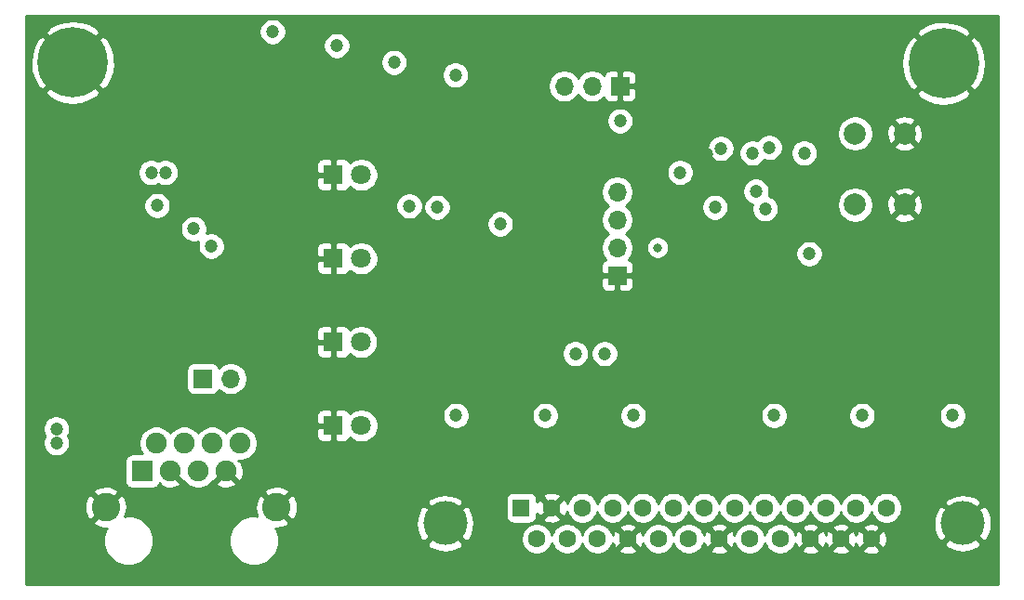
<source format=gbr>
%TF.GenerationSoftware,KiCad,Pcbnew,(5.1.8)-1*%
%TF.CreationDate,2021-02-10T22:47:22+08:00*%
%TF.ProjectId,mpg,6d70672e-6b69-4636-9164-5f7063625858,rev?*%
%TF.SameCoordinates,Original*%
%TF.FileFunction,Copper,L2,Inr*%
%TF.FilePolarity,Positive*%
%FSLAX46Y46*%
G04 Gerber Fmt 4.6, Leading zero omitted, Abs format (unit mm)*
G04 Created by KiCad (PCBNEW (5.1.8)-1) date 2021-02-10 22:47:22*
%MOMM*%
%LPD*%
G01*
G04 APERTURE LIST*
%TA.AperFunction,ComponentPad*%
%ADD10R,1.900000X1.900000*%
%TD*%
%TA.AperFunction,ComponentPad*%
%ADD11C,1.900000*%
%TD*%
%TA.AperFunction,ComponentPad*%
%ADD12C,2.600000*%
%TD*%
%TA.AperFunction,ComponentPad*%
%ADD13O,1.700000X1.700000*%
%TD*%
%TA.AperFunction,ComponentPad*%
%ADD14R,1.700000X1.700000*%
%TD*%
%TA.AperFunction,ComponentPad*%
%ADD15C,4.000000*%
%TD*%
%TA.AperFunction,ComponentPad*%
%ADD16C,1.600000*%
%TD*%
%TA.AperFunction,ComponentPad*%
%ADD17R,1.600000X1.600000*%
%TD*%
%TA.AperFunction,ComponentPad*%
%ADD18C,1.800000*%
%TD*%
%TA.AperFunction,ComponentPad*%
%ADD19R,1.800000X1.800000*%
%TD*%
%TA.AperFunction,ComponentPad*%
%ADD20C,0.800000*%
%TD*%
%TA.AperFunction,ComponentPad*%
%ADD21C,6.400000*%
%TD*%
%TA.AperFunction,ComponentPad*%
%ADD22C,2.000000*%
%TD*%
%TA.AperFunction,ViaPad*%
%ADD23C,1.200000*%
%TD*%
%TA.AperFunction,ViaPad*%
%ADD24C,0.800000*%
%TD*%
%TA.AperFunction,Conductor*%
%ADD25C,0.254000*%
%TD*%
%TA.AperFunction,Conductor*%
%ADD26C,0.100000*%
%TD*%
G04 APERTURE END LIST*
D10*
%TO.N,CAN_H*%
%TO.C,J5*%
X100550000Y-97664000D03*
D11*
%TO.N,CAN_L*%
X101820000Y-95124000D03*
%TO.N,GND*%
X103090000Y-97664000D03*
%TO.N,Net-(J5-Pad4)*%
X104360000Y-95124000D03*
%TO.N,Net-(J5-Pad5)*%
X105630000Y-97664000D03*
%TO.N,Net-(J5-Pad6)*%
X106900000Y-95124000D03*
%TO.N,GND*%
X108170000Y-97664000D03*
%TO.N,POW*%
X109440000Y-95124000D03*
D12*
%TO.N,GND*%
X97220000Y-100954000D03*
X112770000Y-100954000D03*
%TD*%
D13*
%TO.N,CAN_H*%
%TO.C,J4*%
X108597000Y-89238000D03*
D14*
%TO.N,Net-(J4-Pad1)*%
X106057000Y-89238000D03*
%TD*%
D13*
%TO.N,RESET*%
%TO.C,J2*%
X143776000Y-72220000D03*
%TO.N,SWDIO*%
X143776000Y-74760000D03*
%TO.N,SWCLK*%
X143776000Y-77300000D03*
D14*
%TO.N,GND*%
X143776000Y-79840000D03*
%TD*%
D15*
%TO.N,GND*%
%TO.C,J1*%
X175220000Y-102424000D03*
X128120000Y-102424000D03*
D16*
X166905000Y-103844000D03*
X164135000Y-103844000D03*
X161365000Y-103844000D03*
%TO.N,Net-(J1-Pad22)*%
X158595000Y-103844000D03*
%TO.N,/sheet60398AC6/In*%
X155825000Y-103844000D03*
%TO.N,GND*%
X153055000Y-103844000D03*
%TO.N,/sheet60278576/In*%
X150285000Y-103844000D03*
%TO.N,Net-(J1-Pad18)*%
X147515000Y-103844000D03*
%TO.N,GND*%
X144745000Y-103844000D03*
%TO.N,/sheet603603F0/In*%
X141975000Y-103844000D03*
%TO.N,/sheet603499BE/In*%
X139205000Y-103844000D03*
%TO.N,/sheet60382A0B/In*%
X136435000Y-103844000D03*
%TO.N,/sheet603E7B14/In*%
X168290000Y-101004000D03*
%TO.N,/sheet603E1701/In*%
X165520000Y-101004000D03*
%TO.N,/sheet603B693B/In*%
X162750000Y-101004000D03*
%TO.N,/sheet603B0EF4/In*%
X159980000Y-101004000D03*
%TO.N,/sheet603AB73C/In*%
X157210000Y-101004000D03*
%TO.N,Net-(J1-Pad8)*%
X154440000Y-101004000D03*
%TO.N,+12V*%
X151670000Y-101004000D03*
%TO.N,Net-(J1-Pad6)*%
X148900000Y-101004000D03*
%TO.N,Net-(J1-Pad5)*%
X146130000Y-101004000D03*
%TO.N,/sheet601EF97F/In*%
X143360000Y-101004000D03*
%TO.N,/sheet601ED88E/In*%
X140590000Y-101004000D03*
%TO.N,GND*%
X137820000Y-101004000D03*
D17*
%TO.N,+3V3*%
X135050000Y-101004000D03*
%TD*%
D18*
%TO.N,Net-(D6-Pad2)*%
%TO.C,D6*%
X120484200Y-93515360D03*
D19*
%TO.N,GND*%
X117944200Y-93515360D03*
%TD*%
D20*
%TO.N,GND*%
%TO.C,H2*%
X175197056Y-62191056D03*
X175900000Y-60494000D03*
X175197056Y-58796944D03*
X173500000Y-58094000D03*
X171802944Y-58796944D03*
X171100000Y-60494000D03*
X171802944Y-62191056D03*
X173500000Y-62894000D03*
D21*
X173500000Y-60494000D03*
%TD*%
D20*
%TO.N,GND*%
%TO.C,H1*%
X95907056Y-62121056D03*
X96610000Y-60424000D03*
X95907056Y-58726944D03*
X94210000Y-58024000D03*
X92512944Y-58726944D03*
X91810000Y-60424000D03*
X92512944Y-62121056D03*
X94210000Y-62824000D03*
D21*
X94210000Y-60424000D03*
%TD*%
D22*
%TO.N,RESET*%
%TO.C,SW1*%
X165438000Y-66886000D03*
%TO.N,GND*%
X169938000Y-66886000D03*
%TO.N,RESET*%
X165438000Y-73386000D03*
%TO.N,GND*%
X169938000Y-73386000D03*
%TD*%
D13*
%TO.N,USART1_RX*%
%TO.C,J3*%
X138950000Y-62568000D03*
%TO.N,USART1_TX*%
X141490000Y-62568000D03*
D14*
%TO.N,GND*%
X144030000Y-62568000D03*
%TD*%
D18*
%TO.N,Net-(D5-Pad2)*%
%TO.C,D5*%
X120476580Y-85890280D03*
D19*
%TO.N,GND*%
X117936580Y-85890280D03*
%TD*%
D18*
%TO.N,Net-(D4-Pad2)*%
%TO.C,D4*%
X120479120Y-78285520D03*
D19*
%TO.N,GND*%
X117939120Y-78285520D03*
%TD*%
D18*
%TO.N,Net-(D3-Pad2)*%
%TO.C,D3*%
X120481660Y-70652820D03*
D19*
%TO.N,GND*%
X117941660Y-70652820D03*
%TD*%
D23*
%TO.N,RESET*%
X152666000Y-73617000D03*
%TO.N,ENC_A*%
X156406000Y-72163000D03*
X139966000Y-86952000D03*
%TO.N,ENC_B*%
X157238000Y-73744000D03*
X142633000Y-86952000D03*
%TO.N,+12V*%
X102628000Y-70442000D03*
X101358000Y-70442000D03*
X92722000Y-95079990D03*
X92722000Y-93810000D03*
%TO.N,Net-(D5-Pad2)*%
X124853000Y-73490000D03*
D24*
%TO.N,SWDIO*%
X147459000Y-77300000D03*
D23*
%TO.N,LED_A*%
X160794000Y-68664000D03*
X112407000Y-57615000D03*
%TO.N,LED_B*%
X118249000Y-58885000D03*
X157619000Y-68156669D03*
%TO.N,LED_C*%
X123456000Y-60409000D03*
X156095000Y-68664000D03*
%TO.N,Net-(D6-Pad2)*%
X127393000Y-73617000D03*
%TO.N,LED_D*%
X144030000Y-65743000D03*
X129044000Y-61552000D03*
%TO.N,GND*%
X158508000Y-81237000D03*
X161289000Y-82647000D03*
X164350000Y-79713000D03*
X151904000Y-68791000D03*
X147827000Y-67788000D03*
X151891000Y-65121000D03*
X150634000Y-96858000D03*
X145363800Y-89809200D03*
X137108800Y-89809200D03*
X174256000Y-89746000D03*
X166128000Y-89746000D03*
X158000000Y-89746000D03*
X129107800Y-89809200D03*
X99961000Y-91905000D03*
X133171000Y-81047000D03*
X131965000Y-74125000D03*
X155078986Y-66886000D03*
X93840000Y-78454000D03*
X93840000Y-80954000D03*
X93840000Y-83454000D03*
X96340000Y-83454000D03*
X96340000Y-80954000D03*
X96340000Y-78454000D03*
X93840000Y-75954000D03*
X93840000Y-73454000D03*
X93840000Y-70954000D03*
X93840000Y-68454000D03*
X93840000Y-65954000D03*
X96340000Y-65954000D03*
X98840000Y-65954000D03*
X96340000Y-68454000D03*
X101340000Y-63454000D03*
X101340000Y-60954000D03*
X101340000Y-58454000D03*
X103840000Y-58454000D03*
X103840000Y-60954000D03*
X96340000Y-75954000D03*
X93840000Y-85954000D03*
X91340000Y-85954000D03*
X91340000Y-83454000D03*
X91340000Y-80954000D03*
X91340000Y-78454000D03*
X91340000Y-75954000D03*
X91340000Y-73454000D03*
X91340000Y-70954000D03*
X91340000Y-68454000D03*
X91340000Y-65954000D03*
X98840000Y-63454000D03*
X98840000Y-58454000D03*
X107200000Y-69934000D03*
X107200000Y-73744000D03*
%TO.N,+3V3*%
X161259037Y-77852963D03*
X149502000Y-70431000D03*
X145236800Y-92603200D03*
X137235800Y-92603200D03*
X174319800Y-92603200D03*
X166064800Y-92603200D03*
X158063800Y-92603200D03*
X129107800Y-92603200D03*
X106829000Y-77163000D03*
X105241500Y-75575500D03*
X101890000Y-73466000D03*
X133121000Y-75128000D03*
X153206000Y-68251000D03*
%TD*%
D25*
%TO.N,GND*%
X178472510Y-107987607D02*
X89942510Y-107987607D01*
X89942510Y-102303224D01*
X96050381Y-102303224D01*
X96182317Y-102598312D01*
X96523045Y-102769159D01*
X96890557Y-102870250D01*
X97270729Y-102897701D01*
X97303895Y-102893558D01*
X97277214Y-102933489D01*
X97106851Y-103344782D01*
X97020000Y-103781409D01*
X97020000Y-104226591D01*
X97106851Y-104663218D01*
X97277214Y-105074511D01*
X97524544Y-105444666D01*
X97839334Y-105759456D01*
X98209489Y-106006786D01*
X98620782Y-106177149D01*
X99057409Y-106264000D01*
X99502591Y-106264000D01*
X99939218Y-106177149D01*
X100350511Y-106006786D01*
X100720666Y-105759456D01*
X101035456Y-105444666D01*
X101282786Y-105074511D01*
X101453149Y-104663218D01*
X101540000Y-104226591D01*
X101540000Y-103781409D01*
X108450000Y-103781409D01*
X108450000Y-104226591D01*
X108536851Y-104663218D01*
X108707214Y-105074511D01*
X108954544Y-105444666D01*
X109269334Y-105759456D01*
X109639489Y-106006786D01*
X110050782Y-106177149D01*
X110487409Y-106264000D01*
X110932591Y-106264000D01*
X111369218Y-106177149D01*
X111780511Y-106006786D01*
X112150666Y-105759456D01*
X112465456Y-105444666D01*
X112712786Y-105074511D01*
X112883149Y-104663218D01*
X112961067Y-104271499D01*
X126452106Y-104271499D01*
X126668228Y-104638258D01*
X127128105Y-104878938D01*
X127626098Y-105025275D01*
X128143071Y-105071648D01*
X128659159Y-105016273D01*
X129154526Y-104861279D01*
X129571772Y-104638258D01*
X129787894Y-104271499D01*
X128120000Y-102603605D01*
X126452106Y-104271499D01*
X112961067Y-104271499D01*
X112970000Y-104226591D01*
X112970000Y-103781409D01*
X112883149Y-103344782D01*
X112712786Y-102933489D01*
X112682189Y-102887697D01*
X112820729Y-102897701D01*
X113198951Y-102850457D01*
X113560690Y-102730333D01*
X113807683Y-102598312D01*
X113875303Y-102447071D01*
X125472352Y-102447071D01*
X125527727Y-102963159D01*
X125682721Y-103458526D01*
X125905742Y-103875772D01*
X126272501Y-104091894D01*
X127940395Y-102424000D01*
X128299605Y-102424000D01*
X129967499Y-104091894D01*
X130334258Y-103875772D01*
X130424854Y-103702665D01*
X135000000Y-103702665D01*
X135000000Y-103985335D01*
X135055147Y-104262574D01*
X135163320Y-104523727D01*
X135320363Y-104758759D01*
X135520241Y-104958637D01*
X135755273Y-105115680D01*
X136016426Y-105223853D01*
X136293665Y-105279000D01*
X136576335Y-105279000D01*
X136853574Y-105223853D01*
X137114727Y-105115680D01*
X137349759Y-104958637D01*
X137549637Y-104758759D01*
X137706680Y-104523727D01*
X137814853Y-104262574D01*
X137820000Y-104236699D01*
X137825147Y-104262574D01*
X137933320Y-104523727D01*
X138090363Y-104758759D01*
X138290241Y-104958637D01*
X138525273Y-105115680D01*
X138786426Y-105223853D01*
X139063665Y-105279000D01*
X139346335Y-105279000D01*
X139623574Y-105223853D01*
X139884727Y-105115680D01*
X140119759Y-104958637D01*
X140319637Y-104758759D01*
X140476680Y-104523727D01*
X140584853Y-104262574D01*
X140590000Y-104236699D01*
X140595147Y-104262574D01*
X140703320Y-104523727D01*
X140860363Y-104758759D01*
X141060241Y-104958637D01*
X141295273Y-105115680D01*
X141556426Y-105223853D01*
X141833665Y-105279000D01*
X142116335Y-105279000D01*
X142393574Y-105223853D01*
X142654727Y-105115680D01*
X142889759Y-104958637D01*
X143011694Y-104836702D01*
X143931903Y-104836702D01*
X144003486Y-105080671D01*
X144258996Y-105201571D01*
X144533184Y-105270300D01*
X144815512Y-105284217D01*
X145095130Y-105242787D01*
X145361292Y-105147603D01*
X145486514Y-105080671D01*
X145558097Y-104836702D01*
X144745000Y-104023605D01*
X143931903Y-104836702D01*
X143011694Y-104836702D01*
X143089637Y-104758759D01*
X143246680Y-104523727D01*
X143354853Y-104262574D01*
X143360513Y-104234118D01*
X143441397Y-104460292D01*
X143508329Y-104585514D01*
X143752298Y-104657097D01*
X144565395Y-103844000D01*
X144924605Y-103844000D01*
X145737702Y-104657097D01*
X145981671Y-104585514D01*
X146102571Y-104330004D01*
X146128212Y-104227711D01*
X146135147Y-104262574D01*
X146243320Y-104523727D01*
X146400363Y-104758759D01*
X146600241Y-104958637D01*
X146835273Y-105115680D01*
X147096426Y-105223853D01*
X147373665Y-105279000D01*
X147656335Y-105279000D01*
X147933574Y-105223853D01*
X148194727Y-105115680D01*
X148429759Y-104958637D01*
X148629637Y-104758759D01*
X148786680Y-104523727D01*
X148894853Y-104262574D01*
X148900000Y-104236699D01*
X148905147Y-104262574D01*
X149013320Y-104523727D01*
X149170363Y-104758759D01*
X149370241Y-104958637D01*
X149605273Y-105115680D01*
X149866426Y-105223853D01*
X150143665Y-105279000D01*
X150426335Y-105279000D01*
X150703574Y-105223853D01*
X150964727Y-105115680D01*
X151199759Y-104958637D01*
X151321694Y-104836702D01*
X152241903Y-104836702D01*
X152313486Y-105080671D01*
X152568996Y-105201571D01*
X152843184Y-105270300D01*
X153125512Y-105284217D01*
X153405130Y-105242787D01*
X153671292Y-105147603D01*
X153796514Y-105080671D01*
X153868097Y-104836702D01*
X153055000Y-104023605D01*
X152241903Y-104836702D01*
X151321694Y-104836702D01*
X151399637Y-104758759D01*
X151556680Y-104523727D01*
X151664853Y-104262574D01*
X151670513Y-104234118D01*
X151751397Y-104460292D01*
X151818329Y-104585514D01*
X152062298Y-104657097D01*
X152875395Y-103844000D01*
X153234605Y-103844000D01*
X154047702Y-104657097D01*
X154291671Y-104585514D01*
X154412571Y-104330004D01*
X154438212Y-104227711D01*
X154445147Y-104262574D01*
X154553320Y-104523727D01*
X154710363Y-104758759D01*
X154910241Y-104958637D01*
X155145273Y-105115680D01*
X155406426Y-105223853D01*
X155683665Y-105279000D01*
X155966335Y-105279000D01*
X156243574Y-105223853D01*
X156504727Y-105115680D01*
X156739759Y-104958637D01*
X156939637Y-104758759D01*
X157096680Y-104523727D01*
X157204853Y-104262574D01*
X157210000Y-104236699D01*
X157215147Y-104262574D01*
X157323320Y-104523727D01*
X157480363Y-104758759D01*
X157680241Y-104958637D01*
X157915273Y-105115680D01*
X158176426Y-105223853D01*
X158453665Y-105279000D01*
X158736335Y-105279000D01*
X159013574Y-105223853D01*
X159274727Y-105115680D01*
X159509759Y-104958637D01*
X159631694Y-104836702D01*
X160551903Y-104836702D01*
X160623486Y-105080671D01*
X160878996Y-105201571D01*
X161153184Y-105270300D01*
X161435512Y-105284217D01*
X161715130Y-105242787D01*
X161981292Y-105147603D01*
X162106514Y-105080671D01*
X162178097Y-104836702D01*
X163321903Y-104836702D01*
X163393486Y-105080671D01*
X163648996Y-105201571D01*
X163923184Y-105270300D01*
X164205512Y-105284217D01*
X164485130Y-105242787D01*
X164751292Y-105147603D01*
X164876514Y-105080671D01*
X164948097Y-104836702D01*
X166091903Y-104836702D01*
X166163486Y-105080671D01*
X166418996Y-105201571D01*
X166693184Y-105270300D01*
X166975512Y-105284217D01*
X167255130Y-105242787D01*
X167521292Y-105147603D01*
X167646514Y-105080671D01*
X167718097Y-104836702D01*
X166905000Y-104023605D01*
X166091903Y-104836702D01*
X164948097Y-104836702D01*
X164135000Y-104023605D01*
X163321903Y-104836702D01*
X162178097Y-104836702D01*
X161365000Y-104023605D01*
X160551903Y-104836702D01*
X159631694Y-104836702D01*
X159709637Y-104758759D01*
X159866680Y-104523727D01*
X159974853Y-104262574D01*
X159980513Y-104234118D01*
X160061397Y-104460292D01*
X160128329Y-104585514D01*
X160372298Y-104657097D01*
X161185395Y-103844000D01*
X161544605Y-103844000D01*
X162357702Y-104657097D01*
X162601671Y-104585514D01*
X162722571Y-104330004D01*
X162748216Y-104227695D01*
X162831397Y-104460292D01*
X162898329Y-104585514D01*
X163142298Y-104657097D01*
X163955395Y-103844000D01*
X164314605Y-103844000D01*
X165127702Y-104657097D01*
X165371671Y-104585514D01*
X165492571Y-104330004D01*
X165518216Y-104227695D01*
X165601397Y-104460292D01*
X165668329Y-104585514D01*
X165912298Y-104657097D01*
X166725395Y-103844000D01*
X167084605Y-103844000D01*
X167897702Y-104657097D01*
X168141671Y-104585514D01*
X168262571Y-104330004D01*
X168277236Y-104271499D01*
X173552106Y-104271499D01*
X173768228Y-104638258D01*
X174228105Y-104878938D01*
X174726098Y-105025275D01*
X175243071Y-105071648D01*
X175759159Y-105016273D01*
X176254526Y-104861279D01*
X176671772Y-104638258D01*
X176887894Y-104271499D01*
X175220000Y-102603605D01*
X173552106Y-104271499D01*
X168277236Y-104271499D01*
X168331300Y-104055816D01*
X168345217Y-103773488D01*
X168303787Y-103493870D01*
X168208603Y-103227708D01*
X168141671Y-103102486D01*
X167897702Y-103030903D01*
X167084605Y-103844000D01*
X166725395Y-103844000D01*
X165912298Y-103030903D01*
X165668329Y-103102486D01*
X165547429Y-103357996D01*
X165521784Y-103460305D01*
X165438603Y-103227708D01*
X165371671Y-103102486D01*
X165127702Y-103030903D01*
X164314605Y-103844000D01*
X163955395Y-103844000D01*
X163142298Y-103030903D01*
X162898329Y-103102486D01*
X162777429Y-103357996D01*
X162751784Y-103460305D01*
X162668603Y-103227708D01*
X162601671Y-103102486D01*
X162357702Y-103030903D01*
X161544605Y-103844000D01*
X161185395Y-103844000D01*
X160372298Y-103030903D01*
X160128329Y-103102486D01*
X160007429Y-103357996D01*
X159981788Y-103460289D01*
X159974853Y-103425426D01*
X159866680Y-103164273D01*
X159709637Y-102929241D01*
X159631694Y-102851298D01*
X160551903Y-102851298D01*
X161365000Y-103664395D01*
X162178097Y-102851298D01*
X163321903Y-102851298D01*
X164135000Y-103664395D01*
X164948097Y-102851298D01*
X166091903Y-102851298D01*
X166905000Y-103664395D01*
X167718097Y-102851298D01*
X167646514Y-102607329D01*
X167391004Y-102486429D01*
X167233989Y-102447071D01*
X172572352Y-102447071D01*
X172627727Y-102963159D01*
X172782721Y-103458526D01*
X173005742Y-103875772D01*
X173372501Y-104091894D01*
X175040395Y-102424000D01*
X175399605Y-102424000D01*
X177067499Y-104091894D01*
X177434258Y-103875772D01*
X177674938Y-103415895D01*
X177821275Y-102917902D01*
X177867648Y-102400929D01*
X177812273Y-101884841D01*
X177657279Y-101389474D01*
X177434258Y-100972228D01*
X177067499Y-100756106D01*
X175399605Y-102424000D01*
X175040395Y-102424000D01*
X173372501Y-100756106D01*
X173005742Y-100972228D01*
X172765062Y-101432105D01*
X172618725Y-101930098D01*
X172572352Y-102447071D01*
X167233989Y-102447071D01*
X167116816Y-102417700D01*
X166834488Y-102403783D01*
X166554870Y-102445213D01*
X166288708Y-102540397D01*
X166163486Y-102607329D01*
X166091903Y-102851298D01*
X164948097Y-102851298D01*
X164876514Y-102607329D01*
X164621004Y-102486429D01*
X164346816Y-102417700D01*
X164064488Y-102403783D01*
X163784870Y-102445213D01*
X163518708Y-102540397D01*
X163393486Y-102607329D01*
X163321903Y-102851298D01*
X162178097Y-102851298D01*
X162106514Y-102607329D01*
X161851004Y-102486429D01*
X161576816Y-102417700D01*
X161294488Y-102403783D01*
X161014870Y-102445213D01*
X160748708Y-102540397D01*
X160623486Y-102607329D01*
X160551903Y-102851298D01*
X159631694Y-102851298D01*
X159509759Y-102729363D01*
X159274727Y-102572320D01*
X159013574Y-102464147D01*
X158736335Y-102409000D01*
X158453665Y-102409000D01*
X158176426Y-102464147D01*
X157915273Y-102572320D01*
X157680241Y-102729363D01*
X157480363Y-102929241D01*
X157323320Y-103164273D01*
X157215147Y-103425426D01*
X157210000Y-103451301D01*
X157204853Y-103425426D01*
X157096680Y-103164273D01*
X156939637Y-102929241D01*
X156739759Y-102729363D01*
X156504727Y-102572320D01*
X156243574Y-102464147D01*
X155966335Y-102409000D01*
X155683665Y-102409000D01*
X155406426Y-102464147D01*
X155145273Y-102572320D01*
X154910241Y-102729363D01*
X154710363Y-102929241D01*
X154553320Y-103164273D01*
X154445147Y-103425426D01*
X154439487Y-103453882D01*
X154358603Y-103227708D01*
X154291671Y-103102486D01*
X154047702Y-103030903D01*
X153234605Y-103844000D01*
X152875395Y-103844000D01*
X152062298Y-103030903D01*
X151818329Y-103102486D01*
X151697429Y-103357996D01*
X151671788Y-103460289D01*
X151664853Y-103425426D01*
X151556680Y-103164273D01*
X151399637Y-102929241D01*
X151321694Y-102851298D01*
X152241903Y-102851298D01*
X153055000Y-103664395D01*
X153868097Y-102851298D01*
X153796514Y-102607329D01*
X153541004Y-102486429D01*
X153266816Y-102417700D01*
X152984488Y-102403783D01*
X152704870Y-102445213D01*
X152438708Y-102540397D01*
X152313486Y-102607329D01*
X152241903Y-102851298D01*
X151321694Y-102851298D01*
X151199759Y-102729363D01*
X150964727Y-102572320D01*
X150703574Y-102464147D01*
X150426335Y-102409000D01*
X150143665Y-102409000D01*
X149866426Y-102464147D01*
X149605273Y-102572320D01*
X149370241Y-102729363D01*
X149170363Y-102929241D01*
X149013320Y-103164273D01*
X148905147Y-103425426D01*
X148900000Y-103451301D01*
X148894853Y-103425426D01*
X148786680Y-103164273D01*
X148629637Y-102929241D01*
X148429759Y-102729363D01*
X148194727Y-102572320D01*
X147933574Y-102464147D01*
X147656335Y-102409000D01*
X147373665Y-102409000D01*
X147096426Y-102464147D01*
X146835273Y-102572320D01*
X146600241Y-102729363D01*
X146400363Y-102929241D01*
X146243320Y-103164273D01*
X146135147Y-103425426D01*
X146129487Y-103453882D01*
X146048603Y-103227708D01*
X145981671Y-103102486D01*
X145737702Y-103030903D01*
X144924605Y-103844000D01*
X144565395Y-103844000D01*
X143752298Y-103030903D01*
X143508329Y-103102486D01*
X143387429Y-103357996D01*
X143361788Y-103460289D01*
X143354853Y-103425426D01*
X143246680Y-103164273D01*
X143089637Y-102929241D01*
X143011694Y-102851298D01*
X143931903Y-102851298D01*
X144745000Y-103664395D01*
X145558097Y-102851298D01*
X145486514Y-102607329D01*
X145231004Y-102486429D01*
X144956816Y-102417700D01*
X144674488Y-102403783D01*
X144394870Y-102445213D01*
X144128708Y-102540397D01*
X144003486Y-102607329D01*
X143931903Y-102851298D01*
X143011694Y-102851298D01*
X142889759Y-102729363D01*
X142654727Y-102572320D01*
X142393574Y-102464147D01*
X142116335Y-102409000D01*
X141833665Y-102409000D01*
X141556426Y-102464147D01*
X141295273Y-102572320D01*
X141060241Y-102729363D01*
X140860363Y-102929241D01*
X140703320Y-103164273D01*
X140595147Y-103425426D01*
X140590000Y-103451301D01*
X140584853Y-103425426D01*
X140476680Y-103164273D01*
X140319637Y-102929241D01*
X140119759Y-102729363D01*
X139884727Y-102572320D01*
X139623574Y-102464147D01*
X139346335Y-102409000D01*
X139063665Y-102409000D01*
X138786426Y-102464147D01*
X138525273Y-102572320D01*
X138290241Y-102729363D01*
X138090363Y-102929241D01*
X137933320Y-103164273D01*
X137825147Y-103425426D01*
X137820000Y-103451301D01*
X137814853Y-103425426D01*
X137706680Y-103164273D01*
X137549637Y-102929241D01*
X137349759Y-102729363D01*
X137114727Y-102572320D01*
X136853574Y-102464147D01*
X136576335Y-102409000D01*
X136293665Y-102409000D01*
X136016426Y-102464147D01*
X135755273Y-102572320D01*
X135520241Y-102729363D01*
X135320363Y-102929241D01*
X135163320Y-103164273D01*
X135055147Y-103425426D01*
X135000000Y-103702665D01*
X130424854Y-103702665D01*
X130574938Y-103415895D01*
X130721275Y-102917902D01*
X130767648Y-102400929D01*
X130712273Y-101884841D01*
X130557279Y-101389474D01*
X130334258Y-100972228D01*
X129967499Y-100756106D01*
X128299605Y-102424000D01*
X127940395Y-102424000D01*
X126272501Y-100756106D01*
X125905742Y-100972228D01*
X125665062Y-101432105D01*
X125518725Y-101930098D01*
X125472352Y-102447071D01*
X113875303Y-102447071D01*
X113939619Y-102303224D01*
X112770000Y-101133605D01*
X112755858Y-101147748D01*
X112576253Y-100968143D01*
X112590395Y-100954000D01*
X112949605Y-100954000D01*
X114119224Y-102123619D01*
X114414312Y-101991683D01*
X114585159Y-101650955D01*
X114686250Y-101283443D01*
X114713701Y-100903271D01*
X114672884Y-100576501D01*
X126452106Y-100576501D01*
X128120000Y-102244395D01*
X129787894Y-100576501D01*
X129571772Y-100209742D01*
X129560801Y-100204000D01*
X133611928Y-100204000D01*
X133611928Y-101804000D01*
X133624188Y-101928482D01*
X133660498Y-102048180D01*
X133719463Y-102158494D01*
X133798815Y-102255185D01*
X133895506Y-102334537D01*
X134005820Y-102393502D01*
X134125518Y-102429812D01*
X134250000Y-102442072D01*
X135850000Y-102442072D01*
X135974482Y-102429812D01*
X136094180Y-102393502D01*
X136204494Y-102334537D01*
X136301185Y-102255185D01*
X136380537Y-102158494D01*
X136439502Y-102048180D01*
X136455117Y-101996702D01*
X137006903Y-101996702D01*
X137078486Y-102240671D01*
X137333996Y-102361571D01*
X137608184Y-102430300D01*
X137890512Y-102444217D01*
X138170130Y-102402787D01*
X138436292Y-102307603D01*
X138561514Y-102240671D01*
X138633097Y-101996702D01*
X137820000Y-101183605D01*
X137006903Y-101996702D01*
X136455117Y-101996702D01*
X136475812Y-101928482D01*
X136488072Y-101804000D01*
X136488072Y-101541087D01*
X136516397Y-101620292D01*
X136583329Y-101745514D01*
X136827298Y-101817097D01*
X137640395Y-101004000D01*
X137999605Y-101004000D01*
X138812702Y-101817097D01*
X139056671Y-101745514D01*
X139177571Y-101490004D01*
X139203212Y-101387711D01*
X139210147Y-101422574D01*
X139318320Y-101683727D01*
X139475363Y-101918759D01*
X139675241Y-102118637D01*
X139910273Y-102275680D01*
X140171426Y-102383853D01*
X140448665Y-102439000D01*
X140731335Y-102439000D01*
X141008574Y-102383853D01*
X141269727Y-102275680D01*
X141504759Y-102118637D01*
X141704637Y-101918759D01*
X141861680Y-101683727D01*
X141969853Y-101422574D01*
X141975000Y-101396699D01*
X141980147Y-101422574D01*
X142088320Y-101683727D01*
X142245363Y-101918759D01*
X142445241Y-102118637D01*
X142680273Y-102275680D01*
X142941426Y-102383853D01*
X143218665Y-102439000D01*
X143501335Y-102439000D01*
X143778574Y-102383853D01*
X144039727Y-102275680D01*
X144274759Y-102118637D01*
X144474637Y-101918759D01*
X144631680Y-101683727D01*
X144739853Y-101422574D01*
X144745000Y-101396699D01*
X144750147Y-101422574D01*
X144858320Y-101683727D01*
X145015363Y-101918759D01*
X145215241Y-102118637D01*
X145450273Y-102275680D01*
X145711426Y-102383853D01*
X145988665Y-102439000D01*
X146271335Y-102439000D01*
X146548574Y-102383853D01*
X146809727Y-102275680D01*
X147044759Y-102118637D01*
X147244637Y-101918759D01*
X147401680Y-101683727D01*
X147509853Y-101422574D01*
X147515000Y-101396699D01*
X147520147Y-101422574D01*
X147628320Y-101683727D01*
X147785363Y-101918759D01*
X147985241Y-102118637D01*
X148220273Y-102275680D01*
X148481426Y-102383853D01*
X148758665Y-102439000D01*
X149041335Y-102439000D01*
X149318574Y-102383853D01*
X149579727Y-102275680D01*
X149814759Y-102118637D01*
X150014637Y-101918759D01*
X150171680Y-101683727D01*
X150279853Y-101422574D01*
X150285000Y-101396699D01*
X150290147Y-101422574D01*
X150398320Y-101683727D01*
X150555363Y-101918759D01*
X150755241Y-102118637D01*
X150990273Y-102275680D01*
X151251426Y-102383853D01*
X151528665Y-102439000D01*
X151811335Y-102439000D01*
X152088574Y-102383853D01*
X152349727Y-102275680D01*
X152584759Y-102118637D01*
X152784637Y-101918759D01*
X152941680Y-101683727D01*
X153049853Y-101422574D01*
X153055000Y-101396699D01*
X153060147Y-101422574D01*
X153168320Y-101683727D01*
X153325363Y-101918759D01*
X153525241Y-102118637D01*
X153760273Y-102275680D01*
X154021426Y-102383853D01*
X154298665Y-102439000D01*
X154581335Y-102439000D01*
X154858574Y-102383853D01*
X155119727Y-102275680D01*
X155354759Y-102118637D01*
X155554637Y-101918759D01*
X155711680Y-101683727D01*
X155819853Y-101422574D01*
X155825000Y-101396699D01*
X155830147Y-101422574D01*
X155938320Y-101683727D01*
X156095363Y-101918759D01*
X156295241Y-102118637D01*
X156530273Y-102275680D01*
X156791426Y-102383853D01*
X157068665Y-102439000D01*
X157351335Y-102439000D01*
X157628574Y-102383853D01*
X157889727Y-102275680D01*
X158124759Y-102118637D01*
X158324637Y-101918759D01*
X158481680Y-101683727D01*
X158589853Y-101422574D01*
X158595000Y-101396699D01*
X158600147Y-101422574D01*
X158708320Y-101683727D01*
X158865363Y-101918759D01*
X159065241Y-102118637D01*
X159300273Y-102275680D01*
X159561426Y-102383853D01*
X159838665Y-102439000D01*
X160121335Y-102439000D01*
X160398574Y-102383853D01*
X160659727Y-102275680D01*
X160894759Y-102118637D01*
X161094637Y-101918759D01*
X161251680Y-101683727D01*
X161359853Y-101422574D01*
X161365000Y-101396699D01*
X161370147Y-101422574D01*
X161478320Y-101683727D01*
X161635363Y-101918759D01*
X161835241Y-102118637D01*
X162070273Y-102275680D01*
X162331426Y-102383853D01*
X162608665Y-102439000D01*
X162891335Y-102439000D01*
X163168574Y-102383853D01*
X163429727Y-102275680D01*
X163664759Y-102118637D01*
X163864637Y-101918759D01*
X164021680Y-101683727D01*
X164129853Y-101422574D01*
X164135000Y-101396699D01*
X164140147Y-101422574D01*
X164248320Y-101683727D01*
X164405363Y-101918759D01*
X164605241Y-102118637D01*
X164840273Y-102275680D01*
X165101426Y-102383853D01*
X165378665Y-102439000D01*
X165661335Y-102439000D01*
X165938574Y-102383853D01*
X166199727Y-102275680D01*
X166434759Y-102118637D01*
X166634637Y-101918759D01*
X166791680Y-101683727D01*
X166899853Y-101422574D01*
X166905000Y-101396699D01*
X166910147Y-101422574D01*
X167018320Y-101683727D01*
X167175363Y-101918759D01*
X167375241Y-102118637D01*
X167610273Y-102275680D01*
X167871426Y-102383853D01*
X168148665Y-102439000D01*
X168431335Y-102439000D01*
X168708574Y-102383853D01*
X168969727Y-102275680D01*
X169204759Y-102118637D01*
X169404637Y-101918759D01*
X169561680Y-101683727D01*
X169669853Y-101422574D01*
X169725000Y-101145335D01*
X169725000Y-100862665D01*
X169669853Y-100585426D01*
X169666157Y-100576501D01*
X173552106Y-100576501D01*
X175220000Y-102244395D01*
X176887894Y-100576501D01*
X176671772Y-100209742D01*
X176211895Y-99969062D01*
X175713902Y-99822725D01*
X175196929Y-99776352D01*
X174680841Y-99831727D01*
X174185474Y-99986721D01*
X173768228Y-100209742D01*
X173552106Y-100576501D01*
X169666157Y-100576501D01*
X169561680Y-100324273D01*
X169404637Y-100089241D01*
X169204759Y-99889363D01*
X168969727Y-99732320D01*
X168708574Y-99624147D01*
X168431335Y-99569000D01*
X168148665Y-99569000D01*
X167871426Y-99624147D01*
X167610273Y-99732320D01*
X167375241Y-99889363D01*
X167175363Y-100089241D01*
X167018320Y-100324273D01*
X166910147Y-100585426D01*
X166905000Y-100611301D01*
X166899853Y-100585426D01*
X166791680Y-100324273D01*
X166634637Y-100089241D01*
X166434759Y-99889363D01*
X166199727Y-99732320D01*
X165938574Y-99624147D01*
X165661335Y-99569000D01*
X165378665Y-99569000D01*
X165101426Y-99624147D01*
X164840273Y-99732320D01*
X164605241Y-99889363D01*
X164405363Y-100089241D01*
X164248320Y-100324273D01*
X164140147Y-100585426D01*
X164135000Y-100611301D01*
X164129853Y-100585426D01*
X164021680Y-100324273D01*
X163864637Y-100089241D01*
X163664759Y-99889363D01*
X163429727Y-99732320D01*
X163168574Y-99624147D01*
X162891335Y-99569000D01*
X162608665Y-99569000D01*
X162331426Y-99624147D01*
X162070273Y-99732320D01*
X161835241Y-99889363D01*
X161635363Y-100089241D01*
X161478320Y-100324273D01*
X161370147Y-100585426D01*
X161365000Y-100611301D01*
X161359853Y-100585426D01*
X161251680Y-100324273D01*
X161094637Y-100089241D01*
X160894759Y-99889363D01*
X160659727Y-99732320D01*
X160398574Y-99624147D01*
X160121335Y-99569000D01*
X159838665Y-99569000D01*
X159561426Y-99624147D01*
X159300273Y-99732320D01*
X159065241Y-99889363D01*
X158865363Y-100089241D01*
X158708320Y-100324273D01*
X158600147Y-100585426D01*
X158595000Y-100611301D01*
X158589853Y-100585426D01*
X158481680Y-100324273D01*
X158324637Y-100089241D01*
X158124759Y-99889363D01*
X157889727Y-99732320D01*
X157628574Y-99624147D01*
X157351335Y-99569000D01*
X157068665Y-99569000D01*
X156791426Y-99624147D01*
X156530273Y-99732320D01*
X156295241Y-99889363D01*
X156095363Y-100089241D01*
X155938320Y-100324273D01*
X155830147Y-100585426D01*
X155825000Y-100611301D01*
X155819853Y-100585426D01*
X155711680Y-100324273D01*
X155554637Y-100089241D01*
X155354759Y-99889363D01*
X155119727Y-99732320D01*
X154858574Y-99624147D01*
X154581335Y-99569000D01*
X154298665Y-99569000D01*
X154021426Y-99624147D01*
X153760273Y-99732320D01*
X153525241Y-99889363D01*
X153325363Y-100089241D01*
X153168320Y-100324273D01*
X153060147Y-100585426D01*
X153055000Y-100611301D01*
X153049853Y-100585426D01*
X152941680Y-100324273D01*
X152784637Y-100089241D01*
X152584759Y-99889363D01*
X152349727Y-99732320D01*
X152088574Y-99624147D01*
X151811335Y-99569000D01*
X151528665Y-99569000D01*
X151251426Y-99624147D01*
X150990273Y-99732320D01*
X150755241Y-99889363D01*
X150555363Y-100089241D01*
X150398320Y-100324273D01*
X150290147Y-100585426D01*
X150285000Y-100611301D01*
X150279853Y-100585426D01*
X150171680Y-100324273D01*
X150014637Y-100089241D01*
X149814759Y-99889363D01*
X149579727Y-99732320D01*
X149318574Y-99624147D01*
X149041335Y-99569000D01*
X148758665Y-99569000D01*
X148481426Y-99624147D01*
X148220273Y-99732320D01*
X147985241Y-99889363D01*
X147785363Y-100089241D01*
X147628320Y-100324273D01*
X147520147Y-100585426D01*
X147515000Y-100611301D01*
X147509853Y-100585426D01*
X147401680Y-100324273D01*
X147244637Y-100089241D01*
X147044759Y-99889363D01*
X146809727Y-99732320D01*
X146548574Y-99624147D01*
X146271335Y-99569000D01*
X145988665Y-99569000D01*
X145711426Y-99624147D01*
X145450273Y-99732320D01*
X145215241Y-99889363D01*
X145015363Y-100089241D01*
X144858320Y-100324273D01*
X144750147Y-100585426D01*
X144745000Y-100611301D01*
X144739853Y-100585426D01*
X144631680Y-100324273D01*
X144474637Y-100089241D01*
X144274759Y-99889363D01*
X144039727Y-99732320D01*
X143778574Y-99624147D01*
X143501335Y-99569000D01*
X143218665Y-99569000D01*
X142941426Y-99624147D01*
X142680273Y-99732320D01*
X142445241Y-99889363D01*
X142245363Y-100089241D01*
X142088320Y-100324273D01*
X141980147Y-100585426D01*
X141975000Y-100611301D01*
X141969853Y-100585426D01*
X141861680Y-100324273D01*
X141704637Y-100089241D01*
X141504759Y-99889363D01*
X141269727Y-99732320D01*
X141008574Y-99624147D01*
X140731335Y-99569000D01*
X140448665Y-99569000D01*
X140171426Y-99624147D01*
X139910273Y-99732320D01*
X139675241Y-99889363D01*
X139475363Y-100089241D01*
X139318320Y-100324273D01*
X139210147Y-100585426D01*
X139204487Y-100613882D01*
X139123603Y-100387708D01*
X139056671Y-100262486D01*
X138812702Y-100190903D01*
X137999605Y-101004000D01*
X137640395Y-101004000D01*
X136827298Y-100190903D01*
X136583329Y-100262486D01*
X136488072Y-100463802D01*
X136488072Y-100204000D01*
X136475812Y-100079518D01*
X136455118Y-100011298D01*
X137006903Y-100011298D01*
X137820000Y-100824395D01*
X138633097Y-100011298D01*
X138561514Y-99767329D01*
X138306004Y-99646429D01*
X138031816Y-99577700D01*
X137749488Y-99563783D01*
X137469870Y-99605213D01*
X137203708Y-99700397D01*
X137078486Y-99767329D01*
X137006903Y-100011298D01*
X136455118Y-100011298D01*
X136439502Y-99959820D01*
X136380537Y-99849506D01*
X136301185Y-99752815D01*
X136204494Y-99673463D01*
X136094180Y-99614498D01*
X135974482Y-99578188D01*
X135850000Y-99565928D01*
X134250000Y-99565928D01*
X134125518Y-99578188D01*
X134005820Y-99614498D01*
X133895506Y-99673463D01*
X133798815Y-99752815D01*
X133719463Y-99849506D01*
X133660498Y-99959820D01*
X133624188Y-100079518D01*
X133611928Y-100204000D01*
X129560801Y-100204000D01*
X129111895Y-99969062D01*
X128613902Y-99822725D01*
X128096929Y-99776352D01*
X127580841Y-99831727D01*
X127085474Y-99986721D01*
X126668228Y-100209742D01*
X126452106Y-100576501D01*
X114672884Y-100576501D01*
X114666457Y-100525049D01*
X114546333Y-100163310D01*
X114414312Y-99916317D01*
X114119224Y-99784381D01*
X112949605Y-100954000D01*
X112590395Y-100954000D01*
X111420776Y-99784381D01*
X111125688Y-99916317D01*
X110954841Y-100257045D01*
X110853750Y-100624557D01*
X110826299Y-101004729D01*
X110873543Y-101382951D01*
X110993667Y-101744690D01*
X111000521Y-101757512D01*
X110932591Y-101744000D01*
X110487409Y-101744000D01*
X110050782Y-101830851D01*
X109639489Y-102001214D01*
X109269334Y-102248544D01*
X108954544Y-102563334D01*
X108707214Y-102933489D01*
X108536851Y-103344782D01*
X108450000Y-103781409D01*
X101540000Y-103781409D01*
X101453149Y-103344782D01*
X101282786Y-102933489D01*
X101035456Y-102563334D01*
X100720666Y-102248544D01*
X100350511Y-102001214D01*
X99939218Y-101830851D01*
X99502591Y-101744000D01*
X99057409Y-101744000D01*
X98980871Y-101759224D01*
X99035159Y-101650955D01*
X99136250Y-101283443D01*
X99163701Y-100903271D01*
X99116457Y-100525049D01*
X98996333Y-100163310D01*
X98864312Y-99916317D01*
X98569224Y-99784381D01*
X97399605Y-100954000D01*
X97413748Y-100968143D01*
X97234143Y-101147748D01*
X97220000Y-101133605D01*
X96050381Y-102303224D01*
X89942510Y-102303224D01*
X89942510Y-101004729D01*
X95276299Y-101004729D01*
X95323543Y-101382951D01*
X95443667Y-101744690D01*
X95575688Y-101991683D01*
X95870776Y-102123619D01*
X97040395Y-100954000D01*
X95870776Y-99784381D01*
X95575688Y-99916317D01*
X95404841Y-100257045D01*
X95303750Y-100624557D01*
X95276299Y-101004729D01*
X89942510Y-101004729D01*
X89942510Y-99604776D01*
X96050381Y-99604776D01*
X97220000Y-100774395D01*
X98389619Y-99604776D01*
X111600381Y-99604776D01*
X112770000Y-100774395D01*
X113939619Y-99604776D01*
X113807683Y-99309688D01*
X113466955Y-99138841D01*
X113099443Y-99037750D01*
X112719271Y-99010299D01*
X112341049Y-99057543D01*
X111979310Y-99177667D01*
X111732317Y-99309688D01*
X111600381Y-99604776D01*
X98389619Y-99604776D01*
X98257683Y-99309688D01*
X97916955Y-99138841D01*
X97549443Y-99037750D01*
X97169271Y-99010299D01*
X96791049Y-99057543D01*
X96429310Y-99177667D01*
X96182317Y-99309688D01*
X96050381Y-99604776D01*
X89942510Y-99604776D01*
X89942510Y-96714000D01*
X98961928Y-96714000D01*
X98961928Y-98614000D01*
X98974188Y-98738482D01*
X99010498Y-98858180D01*
X99069463Y-98968494D01*
X99148815Y-99065185D01*
X99245506Y-99144537D01*
X99355820Y-99203502D01*
X99475518Y-99239812D01*
X99600000Y-99252072D01*
X101500000Y-99252072D01*
X101624482Y-99239812D01*
X101744180Y-99203502D01*
X101854494Y-99144537D01*
X101951185Y-99065185D01*
X102030537Y-98968494D01*
X102089502Y-98858180D01*
X102095630Y-98837978D01*
X102169854Y-98763754D01*
X102259579Y-99023042D01*
X102540671Y-99158935D01*
X102842873Y-99237379D01*
X103154573Y-99255359D01*
X103463791Y-99212184D01*
X103758644Y-99109513D01*
X103920421Y-99023042D01*
X104010147Y-98763752D01*
X103090000Y-97843605D01*
X103075858Y-97857748D01*
X102896253Y-97678143D01*
X102910395Y-97664000D01*
X102896253Y-97649858D01*
X103075858Y-97470253D01*
X103090000Y-97484395D01*
X103104143Y-97470253D01*
X103283748Y-97649858D01*
X103269605Y-97664000D01*
X104189752Y-98584147D01*
X104310613Y-98542324D01*
X104398850Y-98674379D01*
X104619621Y-98895150D01*
X104879221Y-99068609D01*
X105167673Y-99188089D01*
X105473891Y-99249000D01*
X105786109Y-99249000D01*
X106092327Y-99188089D01*
X106380779Y-99068609D01*
X106640379Y-98895150D01*
X106771777Y-98763752D01*
X107249853Y-98763752D01*
X107339579Y-99023042D01*
X107620671Y-99158935D01*
X107922873Y-99237379D01*
X108234573Y-99255359D01*
X108543791Y-99212184D01*
X108838644Y-99109513D01*
X109000421Y-99023042D01*
X109090147Y-98763752D01*
X108170000Y-97843605D01*
X107249853Y-98763752D01*
X106771777Y-98763752D01*
X106861150Y-98674379D01*
X106949387Y-98542324D01*
X107070248Y-98584147D01*
X107990395Y-97664000D01*
X107976253Y-97649858D01*
X108155858Y-97470253D01*
X108170000Y-97484395D01*
X108184143Y-97470253D01*
X108363748Y-97649858D01*
X108349605Y-97664000D01*
X109269752Y-98584147D01*
X109529042Y-98494421D01*
X109664935Y-98213329D01*
X109743379Y-97911127D01*
X109761359Y-97599427D01*
X109718184Y-97290209D01*
X109615513Y-96995356D01*
X109529042Y-96833579D01*
X109269754Y-96743854D01*
X109304608Y-96709000D01*
X109596109Y-96709000D01*
X109902327Y-96648089D01*
X110190779Y-96528609D01*
X110450379Y-96355150D01*
X110671150Y-96134379D01*
X110844609Y-95874779D01*
X110964089Y-95586327D01*
X111025000Y-95280109D01*
X111025000Y-94967891D01*
X110964089Y-94661673D01*
X110862064Y-94415360D01*
X116406128Y-94415360D01*
X116418388Y-94539842D01*
X116454698Y-94659540D01*
X116513663Y-94769854D01*
X116593015Y-94866545D01*
X116689706Y-94945897D01*
X116800020Y-95004862D01*
X116919718Y-95041172D01*
X117044200Y-95053432D01*
X117658450Y-95050360D01*
X117817200Y-94891610D01*
X117817200Y-93642360D01*
X116567950Y-93642360D01*
X116409200Y-93801110D01*
X116406128Y-94415360D01*
X110862064Y-94415360D01*
X110844609Y-94373221D01*
X110671150Y-94113621D01*
X110450379Y-93892850D01*
X110190779Y-93719391D01*
X109902327Y-93599911D01*
X109596109Y-93539000D01*
X109283891Y-93539000D01*
X108977673Y-93599911D01*
X108689221Y-93719391D01*
X108429621Y-93892850D01*
X108208850Y-94113621D01*
X108170000Y-94171764D01*
X108131150Y-94113621D01*
X107910379Y-93892850D01*
X107650779Y-93719391D01*
X107362327Y-93599911D01*
X107056109Y-93539000D01*
X106743891Y-93539000D01*
X106437673Y-93599911D01*
X106149221Y-93719391D01*
X105889621Y-93892850D01*
X105668850Y-94113621D01*
X105630000Y-94171764D01*
X105591150Y-94113621D01*
X105370379Y-93892850D01*
X105110779Y-93719391D01*
X104822327Y-93599911D01*
X104516109Y-93539000D01*
X104203891Y-93539000D01*
X103897673Y-93599911D01*
X103609221Y-93719391D01*
X103349621Y-93892850D01*
X103128850Y-94113621D01*
X103090000Y-94171764D01*
X103051150Y-94113621D01*
X102830379Y-93892850D01*
X102570779Y-93719391D01*
X102282327Y-93599911D01*
X101976109Y-93539000D01*
X101663891Y-93539000D01*
X101357673Y-93599911D01*
X101069221Y-93719391D01*
X100809621Y-93892850D01*
X100588850Y-94113621D01*
X100415391Y-94373221D01*
X100295911Y-94661673D01*
X100235000Y-94967891D01*
X100235000Y-95280109D01*
X100295911Y-95586327D01*
X100415391Y-95874779D01*
X100549794Y-96075928D01*
X99600000Y-96075928D01*
X99475518Y-96088188D01*
X99355820Y-96124498D01*
X99245506Y-96183463D01*
X99148815Y-96262815D01*
X99069463Y-96359506D01*
X99010498Y-96469820D01*
X98974188Y-96589518D01*
X98961928Y-96714000D01*
X89942510Y-96714000D01*
X89942510Y-93688363D01*
X91487000Y-93688363D01*
X91487000Y-93931637D01*
X91534460Y-94170236D01*
X91627557Y-94394992D01*
X91660968Y-94444995D01*
X91627557Y-94494998D01*
X91534460Y-94719754D01*
X91487000Y-94958353D01*
X91487000Y-95201627D01*
X91534460Y-95440226D01*
X91627557Y-95664982D01*
X91762713Y-95867257D01*
X91934733Y-96039277D01*
X92137008Y-96174433D01*
X92361764Y-96267530D01*
X92600363Y-96314990D01*
X92843637Y-96314990D01*
X93082236Y-96267530D01*
X93306992Y-96174433D01*
X93509267Y-96039277D01*
X93681287Y-95867257D01*
X93816443Y-95664982D01*
X93909540Y-95440226D01*
X93957000Y-95201627D01*
X93957000Y-94958353D01*
X93909540Y-94719754D01*
X93816443Y-94494998D01*
X93783032Y-94444995D01*
X93816443Y-94394992D01*
X93909540Y-94170236D01*
X93957000Y-93931637D01*
X93957000Y-93688363D01*
X93909540Y-93449764D01*
X93816443Y-93225008D01*
X93681287Y-93022733D01*
X93509267Y-92850713D01*
X93306992Y-92715557D01*
X93082236Y-92622460D01*
X93046542Y-92615360D01*
X116406128Y-92615360D01*
X116409200Y-93229610D01*
X116567950Y-93388360D01*
X117817200Y-93388360D01*
X117817200Y-92139110D01*
X118071200Y-92139110D01*
X118071200Y-93388360D01*
X118091200Y-93388360D01*
X118091200Y-93642360D01*
X118071200Y-93642360D01*
X118071200Y-94891610D01*
X118229950Y-95050360D01*
X118844200Y-95053432D01*
X118968682Y-95041172D01*
X119088380Y-95004862D01*
X119198694Y-94945897D01*
X119295385Y-94866545D01*
X119374737Y-94769854D01*
X119433702Y-94659540D01*
X119439256Y-94641233D01*
X119505695Y-94707672D01*
X119757105Y-94875659D01*
X120036457Y-94991371D01*
X120333016Y-95050360D01*
X120635384Y-95050360D01*
X120931943Y-94991371D01*
X121211295Y-94875659D01*
X121462705Y-94707672D01*
X121676512Y-94493865D01*
X121844499Y-94242455D01*
X121960211Y-93963103D01*
X122019200Y-93666544D01*
X122019200Y-93364176D01*
X121960211Y-93067617D01*
X121844499Y-92788265D01*
X121676512Y-92536855D01*
X121621220Y-92481563D01*
X127872800Y-92481563D01*
X127872800Y-92724837D01*
X127920260Y-92963436D01*
X128013357Y-93188192D01*
X128148513Y-93390467D01*
X128320533Y-93562487D01*
X128522808Y-93697643D01*
X128747564Y-93790740D01*
X128986163Y-93838200D01*
X129229437Y-93838200D01*
X129468036Y-93790740D01*
X129692792Y-93697643D01*
X129895067Y-93562487D01*
X130067087Y-93390467D01*
X130202243Y-93188192D01*
X130295340Y-92963436D01*
X130342800Y-92724837D01*
X130342800Y-92481563D01*
X136000800Y-92481563D01*
X136000800Y-92724837D01*
X136048260Y-92963436D01*
X136141357Y-93188192D01*
X136276513Y-93390467D01*
X136448533Y-93562487D01*
X136650808Y-93697643D01*
X136875564Y-93790740D01*
X137114163Y-93838200D01*
X137357437Y-93838200D01*
X137596036Y-93790740D01*
X137820792Y-93697643D01*
X138023067Y-93562487D01*
X138195087Y-93390467D01*
X138330243Y-93188192D01*
X138423340Y-92963436D01*
X138470800Y-92724837D01*
X138470800Y-92481563D01*
X144001800Y-92481563D01*
X144001800Y-92724837D01*
X144049260Y-92963436D01*
X144142357Y-93188192D01*
X144277513Y-93390467D01*
X144449533Y-93562487D01*
X144651808Y-93697643D01*
X144876564Y-93790740D01*
X145115163Y-93838200D01*
X145358437Y-93838200D01*
X145597036Y-93790740D01*
X145821792Y-93697643D01*
X146024067Y-93562487D01*
X146196087Y-93390467D01*
X146331243Y-93188192D01*
X146424340Y-92963436D01*
X146471800Y-92724837D01*
X146471800Y-92481563D01*
X156828800Y-92481563D01*
X156828800Y-92724837D01*
X156876260Y-92963436D01*
X156969357Y-93188192D01*
X157104513Y-93390467D01*
X157276533Y-93562487D01*
X157478808Y-93697643D01*
X157703564Y-93790740D01*
X157942163Y-93838200D01*
X158185437Y-93838200D01*
X158424036Y-93790740D01*
X158648792Y-93697643D01*
X158851067Y-93562487D01*
X159023087Y-93390467D01*
X159158243Y-93188192D01*
X159251340Y-92963436D01*
X159298800Y-92724837D01*
X159298800Y-92481563D01*
X164829800Y-92481563D01*
X164829800Y-92724837D01*
X164877260Y-92963436D01*
X164970357Y-93188192D01*
X165105513Y-93390467D01*
X165277533Y-93562487D01*
X165479808Y-93697643D01*
X165704564Y-93790740D01*
X165943163Y-93838200D01*
X166186437Y-93838200D01*
X166425036Y-93790740D01*
X166649792Y-93697643D01*
X166852067Y-93562487D01*
X167024087Y-93390467D01*
X167159243Y-93188192D01*
X167252340Y-92963436D01*
X167299800Y-92724837D01*
X167299800Y-92481563D01*
X173084800Y-92481563D01*
X173084800Y-92724837D01*
X173132260Y-92963436D01*
X173225357Y-93188192D01*
X173360513Y-93390467D01*
X173532533Y-93562487D01*
X173734808Y-93697643D01*
X173959564Y-93790740D01*
X174198163Y-93838200D01*
X174441437Y-93838200D01*
X174680036Y-93790740D01*
X174904792Y-93697643D01*
X175107067Y-93562487D01*
X175279087Y-93390467D01*
X175414243Y-93188192D01*
X175507340Y-92963436D01*
X175554800Y-92724837D01*
X175554800Y-92481563D01*
X175507340Y-92242964D01*
X175414243Y-92018208D01*
X175279087Y-91815933D01*
X175107067Y-91643913D01*
X174904792Y-91508757D01*
X174680036Y-91415660D01*
X174441437Y-91368200D01*
X174198163Y-91368200D01*
X173959564Y-91415660D01*
X173734808Y-91508757D01*
X173532533Y-91643913D01*
X173360513Y-91815933D01*
X173225357Y-92018208D01*
X173132260Y-92242964D01*
X173084800Y-92481563D01*
X167299800Y-92481563D01*
X167252340Y-92242964D01*
X167159243Y-92018208D01*
X167024087Y-91815933D01*
X166852067Y-91643913D01*
X166649792Y-91508757D01*
X166425036Y-91415660D01*
X166186437Y-91368200D01*
X165943163Y-91368200D01*
X165704564Y-91415660D01*
X165479808Y-91508757D01*
X165277533Y-91643913D01*
X165105513Y-91815933D01*
X164970357Y-92018208D01*
X164877260Y-92242964D01*
X164829800Y-92481563D01*
X159298800Y-92481563D01*
X159251340Y-92242964D01*
X159158243Y-92018208D01*
X159023087Y-91815933D01*
X158851067Y-91643913D01*
X158648792Y-91508757D01*
X158424036Y-91415660D01*
X158185437Y-91368200D01*
X157942163Y-91368200D01*
X157703564Y-91415660D01*
X157478808Y-91508757D01*
X157276533Y-91643913D01*
X157104513Y-91815933D01*
X156969357Y-92018208D01*
X156876260Y-92242964D01*
X156828800Y-92481563D01*
X146471800Y-92481563D01*
X146424340Y-92242964D01*
X146331243Y-92018208D01*
X146196087Y-91815933D01*
X146024067Y-91643913D01*
X145821792Y-91508757D01*
X145597036Y-91415660D01*
X145358437Y-91368200D01*
X145115163Y-91368200D01*
X144876564Y-91415660D01*
X144651808Y-91508757D01*
X144449533Y-91643913D01*
X144277513Y-91815933D01*
X144142357Y-92018208D01*
X144049260Y-92242964D01*
X144001800Y-92481563D01*
X138470800Y-92481563D01*
X138423340Y-92242964D01*
X138330243Y-92018208D01*
X138195087Y-91815933D01*
X138023067Y-91643913D01*
X137820792Y-91508757D01*
X137596036Y-91415660D01*
X137357437Y-91368200D01*
X137114163Y-91368200D01*
X136875564Y-91415660D01*
X136650808Y-91508757D01*
X136448533Y-91643913D01*
X136276513Y-91815933D01*
X136141357Y-92018208D01*
X136048260Y-92242964D01*
X136000800Y-92481563D01*
X130342800Y-92481563D01*
X130295340Y-92242964D01*
X130202243Y-92018208D01*
X130067087Y-91815933D01*
X129895067Y-91643913D01*
X129692792Y-91508757D01*
X129468036Y-91415660D01*
X129229437Y-91368200D01*
X128986163Y-91368200D01*
X128747564Y-91415660D01*
X128522808Y-91508757D01*
X128320533Y-91643913D01*
X128148513Y-91815933D01*
X128013357Y-92018208D01*
X127920260Y-92242964D01*
X127872800Y-92481563D01*
X121621220Y-92481563D01*
X121462705Y-92323048D01*
X121211295Y-92155061D01*
X120931943Y-92039349D01*
X120635384Y-91980360D01*
X120333016Y-91980360D01*
X120036457Y-92039349D01*
X119757105Y-92155061D01*
X119505695Y-92323048D01*
X119439256Y-92389487D01*
X119433702Y-92371180D01*
X119374737Y-92260866D01*
X119295385Y-92164175D01*
X119198694Y-92084823D01*
X119088380Y-92025858D01*
X118968682Y-91989548D01*
X118844200Y-91977288D01*
X118229950Y-91980360D01*
X118071200Y-92139110D01*
X117817200Y-92139110D01*
X117658450Y-91980360D01*
X117044200Y-91977288D01*
X116919718Y-91989548D01*
X116800020Y-92025858D01*
X116689706Y-92084823D01*
X116593015Y-92164175D01*
X116513663Y-92260866D01*
X116454698Y-92371180D01*
X116418388Y-92490878D01*
X116406128Y-92615360D01*
X93046542Y-92615360D01*
X92843637Y-92575000D01*
X92600363Y-92575000D01*
X92361764Y-92622460D01*
X92137008Y-92715557D01*
X91934733Y-92850713D01*
X91762713Y-93022733D01*
X91627557Y-93225008D01*
X91534460Y-93449764D01*
X91487000Y-93688363D01*
X89942510Y-93688363D01*
X89942510Y-88388000D01*
X104568928Y-88388000D01*
X104568928Y-90088000D01*
X104581188Y-90212482D01*
X104617498Y-90332180D01*
X104676463Y-90442494D01*
X104755815Y-90539185D01*
X104852506Y-90618537D01*
X104962820Y-90677502D01*
X105082518Y-90713812D01*
X105207000Y-90726072D01*
X106907000Y-90726072D01*
X107031482Y-90713812D01*
X107151180Y-90677502D01*
X107261494Y-90618537D01*
X107358185Y-90539185D01*
X107437537Y-90442494D01*
X107496502Y-90332180D01*
X107518513Y-90259620D01*
X107650368Y-90391475D01*
X107893589Y-90553990D01*
X108163842Y-90665932D01*
X108450740Y-90723000D01*
X108743260Y-90723000D01*
X109030158Y-90665932D01*
X109300411Y-90553990D01*
X109543632Y-90391475D01*
X109750475Y-90184632D01*
X109912990Y-89941411D01*
X110024932Y-89671158D01*
X110082000Y-89384260D01*
X110082000Y-89091740D01*
X110024932Y-88804842D01*
X109912990Y-88534589D01*
X109750475Y-88291368D01*
X109543632Y-88084525D01*
X109300411Y-87922010D01*
X109030158Y-87810068D01*
X108743260Y-87753000D01*
X108450740Y-87753000D01*
X108163842Y-87810068D01*
X107893589Y-87922010D01*
X107650368Y-88084525D01*
X107518513Y-88216380D01*
X107496502Y-88143820D01*
X107437537Y-88033506D01*
X107358185Y-87936815D01*
X107261494Y-87857463D01*
X107151180Y-87798498D01*
X107031482Y-87762188D01*
X106907000Y-87749928D01*
X105207000Y-87749928D01*
X105082518Y-87762188D01*
X104962820Y-87798498D01*
X104852506Y-87857463D01*
X104755815Y-87936815D01*
X104676463Y-88033506D01*
X104617498Y-88143820D01*
X104581188Y-88263518D01*
X104568928Y-88388000D01*
X89942510Y-88388000D01*
X89942510Y-86790280D01*
X116398508Y-86790280D01*
X116410768Y-86914762D01*
X116447078Y-87034460D01*
X116506043Y-87144774D01*
X116585395Y-87241465D01*
X116682086Y-87320817D01*
X116792400Y-87379782D01*
X116912098Y-87416092D01*
X117036580Y-87428352D01*
X117650830Y-87425280D01*
X117809580Y-87266530D01*
X117809580Y-86017280D01*
X116560330Y-86017280D01*
X116401580Y-86176030D01*
X116398508Y-86790280D01*
X89942510Y-86790280D01*
X89942510Y-84990280D01*
X116398508Y-84990280D01*
X116401580Y-85604530D01*
X116560330Y-85763280D01*
X117809580Y-85763280D01*
X117809580Y-84514030D01*
X118063580Y-84514030D01*
X118063580Y-85763280D01*
X118083580Y-85763280D01*
X118083580Y-86017280D01*
X118063580Y-86017280D01*
X118063580Y-87266530D01*
X118222330Y-87425280D01*
X118836580Y-87428352D01*
X118961062Y-87416092D01*
X119080760Y-87379782D01*
X119191074Y-87320817D01*
X119287765Y-87241465D01*
X119367117Y-87144774D01*
X119426082Y-87034460D01*
X119431636Y-87016153D01*
X119498075Y-87082592D01*
X119749485Y-87250579D01*
X120028837Y-87366291D01*
X120325396Y-87425280D01*
X120627764Y-87425280D01*
X120924323Y-87366291D01*
X121203675Y-87250579D01*
X121455085Y-87082592D01*
X121668892Y-86868785D01*
X121694564Y-86830363D01*
X138731000Y-86830363D01*
X138731000Y-87073637D01*
X138778460Y-87312236D01*
X138871557Y-87536992D01*
X139006713Y-87739267D01*
X139178733Y-87911287D01*
X139381008Y-88046443D01*
X139605764Y-88139540D01*
X139844363Y-88187000D01*
X140087637Y-88187000D01*
X140326236Y-88139540D01*
X140550992Y-88046443D01*
X140753267Y-87911287D01*
X140925287Y-87739267D01*
X141060443Y-87536992D01*
X141153540Y-87312236D01*
X141201000Y-87073637D01*
X141201000Y-86830363D01*
X141398000Y-86830363D01*
X141398000Y-87073637D01*
X141445460Y-87312236D01*
X141538557Y-87536992D01*
X141673713Y-87739267D01*
X141845733Y-87911287D01*
X142048008Y-88046443D01*
X142272764Y-88139540D01*
X142511363Y-88187000D01*
X142754637Y-88187000D01*
X142993236Y-88139540D01*
X143217992Y-88046443D01*
X143420267Y-87911287D01*
X143592287Y-87739267D01*
X143727443Y-87536992D01*
X143820540Y-87312236D01*
X143868000Y-87073637D01*
X143868000Y-86830363D01*
X143820540Y-86591764D01*
X143727443Y-86367008D01*
X143592287Y-86164733D01*
X143420267Y-85992713D01*
X143217992Y-85857557D01*
X142993236Y-85764460D01*
X142754637Y-85717000D01*
X142511363Y-85717000D01*
X142272764Y-85764460D01*
X142048008Y-85857557D01*
X141845733Y-85992713D01*
X141673713Y-86164733D01*
X141538557Y-86367008D01*
X141445460Y-86591764D01*
X141398000Y-86830363D01*
X141201000Y-86830363D01*
X141153540Y-86591764D01*
X141060443Y-86367008D01*
X140925287Y-86164733D01*
X140753267Y-85992713D01*
X140550992Y-85857557D01*
X140326236Y-85764460D01*
X140087637Y-85717000D01*
X139844363Y-85717000D01*
X139605764Y-85764460D01*
X139381008Y-85857557D01*
X139178733Y-85992713D01*
X139006713Y-86164733D01*
X138871557Y-86367008D01*
X138778460Y-86591764D01*
X138731000Y-86830363D01*
X121694564Y-86830363D01*
X121836879Y-86617375D01*
X121952591Y-86338023D01*
X122011580Y-86041464D01*
X122011580Y-85739096D01*
X121952591Y-85442537D01*
X121836879Y-85163185D01*
X121668892Y-84911775D01*
X121455085Y-84697968D01*
X121203675Y-84529981D01*
X120924323Y-84414269D01*
X120627764Y-84355280D01*
X120325396Y-84355280D01*
X120028837Y-84414269D01*
X119749485Y-84529981D01*
X119498075Y-84697968D01*
X119431636Y-84764407D01*
X119426082Y-84746100D01*
X119367117Y-84635786D01*
X119287765Y-84539095D01*
X119191074Y-84459743D01*
X119080760Y-84400778D01*
X118961062Y-84364468D01*
X118836580Y-84352208D01*
X118222330Y-84355280D01*
X118063580Y-84514030D01*
X117809580Y-84514030D01*
X117650830Y-84355280D01*
X117036580Y-84352208D01*
X116912098Y-84364468D01*
X116792400Y-84400778D01*
X116682086Y-84459743D01*
X116585395Y-84539095D01*
X116506043Y-84635786D01*
X116447078Y-84746100D01*
X116410768Y-84865798D01*
X116398508Y-84990280D01*
X89942510Y-84990280D01*
X89942510Y-80690000D01*
X142287928Y-80690000D01*
X142300188Y-80814482D01*
X142336498Y-80934180D01*
X142395463Y-81044494D01*
X142474815Y-81141185D01*
X142571506Y-81220537D01*
X142681820Y-81279502D01*
X142801518Y-81315812D01*
X142926000Y-81328072D01*
X143490250Y-81325000D01*
X143649000Y-81166250D01*
X143649000Y-79967000D01*
X143903000Y-79967000D01*
X143903000Y-81166250D01*
X144061750Y-81325000D01*
X144626000Y-81328072D01*
X144750482Y-81315812D01*
X144870180Y-81279502D01*
X144980494Y-81220537D01*
X145077185Y-81141185D01*
X145156537Y-81044494D01*
X145215502Y-80934180D01*
X145251812Y-80814482D01*
X145264072Y-80690000D01*
X145261000Y-80125750D01*
X145102250Y-79967000D01*
X143903000Y-79967000D01*
X143649000Y-79967000D01*
X142449750Y-79967000D01*
X142291000Y-80125750D01*
X142287928Y-80690000D01*
X89942510Y-80690000D01*
X89942510Y-79185520D01*
X116401048Y-79185520D01*
X116413308Y-79310002D01*
X116449618Y-79429700D01*
X116508583Y-79540014D01*
X116587935Y-79636705D01*
X116684626Y-79716057D01*
X116794940Y-79775022D01*
X116914638Y-79811332D01*
X117039120Y-79823592D01*
X117653370Y-79820520D01*
X117812120Y-79661770D01*
X117812120Y-78412520D01*
X116562870Y-78412520D01*
X116404120Y-78571270D01*
X116401048Y-79185520D01*
X89942510Y-79185520D01*
X89942510Y-75453863D01*
X104006500Y-75453863D01*
X104006500Y-75697137D01*
X104053960Y-75935736D01*
X104147057Y-76160492D01*
X104282213Y-76362767D01*
X104454233Y-76534787D01*
X104656508Y-76669943D01*
X104881264Y-76763040D01*
X105119863Y-76810500D01*
X105363137Y-76810500D01*
X105601736Y-76763040D01*
X105669549Y-76734951D01*
X105641460Y-76802764D01*
X105594000Y-77041363D01*
X105594000Y-77284637D01*
X105641460Y-77523236D01*
X105734557Y-77747992D01*
X105869713Y-77950267D01*
X106041733Y-78122287D01*
X106244008Y-78257443D01*
X106468764Y-78350540D01*
X106707363Y-78398000D01*
X106950637Y-78398000D01*
X107189236Y-78350540D01*
X107413992Y-78257443D01*
X107616267Y-78122287D01*
X107788287Y-77950267D01*
X107923443Y-77747992D01*
X108016540Y-77523236D01*
X108043933Y-77385520D01*
X116401048Y-77385520D01*
X116404120Y-77999770D01*
X116562870Y-78158520D01*
X117812120Y-78158520D01*
X117812120Y-76909270D01*
X118066120Y-76909270D01*
X118066120Y-78158520D01*
X118086120Y-78158520D01*
X118086120Y-78412520D01*
X118066120Y-78412520D01*
X118066120Y-79661770D01*
X118224870Y-79820520D01*
X118839120Y-79823592D01*
X118963602Y-79811332D01*
X119083300Y-79775022D01*
X119193614Y-79716057D01*
X119290305Y-79636705D01*
X119369657Y-79540014D01*
X119428622Y-79429700D01*
X119434176Y-79411393D01*
X119500615Y-79477832D01*
X119752025Y-79645819D01*
X120031377Y-79761531D01*
X120327936Y-79820520D01*
X120630304Y-79820520D01*
X120926863Y-79761531D01*
X121206215Y-79645819D01*
X121457625Y-79477832D01*
X121671432Y-79264025D01*
X121839419Y-79012615D01*
X121848786Y-78990000D01*
X142287928Y-78990000D01*
X142291000Y-79554250D01*
X142449750Y-79713000D01*
X143649000Y-79713000D01*
X143649000Y-79693000D01*
X143903000Y-79693000D01*
X143903000Y-79713000D01*
X145102250Y-79713000D01*
X145261000Y-79554250D01*
X145264072Y-78990000D01*
X145251812Y-78865518D01*
X145215502Y-78745820D01*
X145156537Y-78635506D01*
X145077185Y-78538815D01*
X144980494Y-78459463D01*
X144870180Y-78400498D01*
X144797620Y-78378487D01*
X144929475Y-78246632D01*
X145091990Y-78003411D01*
X145203932Y-77733158D01*
X145261000Y-77446260D01*
X145261000Y-77198061D01*
X146424000Y-77198061D01*
X146424000Y-77401939D01*
X146463774Y-77601898D01*
X146541795Y-77790256D01*
X146655063Y-77959774D01*
X146799226Y-78103937D01*
X146968744Y-78217205D01*
X147157102Y-78295226D01*
X147357061Y-78335000D01*
X147560939Y-78335000D01*
X147760898Y-78295226D01*
X147949256Y-78217205D01*
X148118774Y-78103937D01*
X148262937Y-77959774D01*
X148376205Y-77790256D01*
X148400614Y-77731326D01*
X160024037Y-77731326D01*
X160024037Y-77974600D01*
X160071497Y-78213199D01*
X160164594Y-78437955D01*
X160299750Y-78640230D01*
X160471770Y-78812250D01*
X160674045Y-78947406D01*
X160898801Y-79040503D01*
X161137400Y-79087963D01*
X161380674Y-79087963D01*
X161619273Y-79040503D01*
X161844029Y-78947406D01*
X162046304Y-78812250D01*
X162218324Y-78640230D01*
X162353480Y-78437955D01*
X162446577Y-78213199D01*
X162494037Y-77974600D01*
X162494037Y-77731326D01*
X162446577Y-77492727D01*
X162353480Y-77267971D01*
X162218324Y-77065696D01*
X162046304Y-76893676D01*
X161844029Y-76758520D01*
X161619273Y-76665423D01*
X161380674Y-76617963D01*
X161137400Y-76617963D01*
X160898801Y-76665423D01*
X160674045Y-76758520D01*
X160471770Y-76893676D01*
X160299750Y-77065696D01*
X160164594Y-77267971D01*
X160071497Y-77492727D01*
X160024037Y-77731326D01*
X148400614Y-77731326D01*
X148454226Y-77601898D01*
X148494000Y-77401939D01*
X148494000Y-77198061D01*
X148454226Y-76998102D01*
X148376205Y-76809744D01*
X148262937Y-76640226D01*
X148118774Y-76496063D01*
X147949256Y-76382795D01*
X147760898Y-76304774D01*
X147560939Y-76265000D01*
X147357061Y-76265000D01*
X147157102Y-76304774D01*
X146968744Y-76382795D01*
X146799226Y-76496063D01*
X146655063Y-76640226D01*
X146541795Y-76809744D01*
X146463774Y-76998102D01*
X146424000Y-77198061D01*
X145261000Y-77198061D01*
X145261000Y-77153740D01*
X145203932Y-76866842D01*
X145091990Y-76596589D01*
X144929475Y-76353368D01*
X144722632Y-76146525D01*
X144548240Y-76030000D01*
X144722632Y-75913475D01*
X144929475Y-75706632D01*
X145091990Y-75463411D01*
X145203932Y-75193158D01*
X145261000Y-74906260D01*
X145261000Y-74613740D01*
X145203932Y-74326842D01*
X145091990Y-74056589D01*
X144929475Y-73813368D01*
X144722632Y-73606525D01*
X144556267Y-73495363D01*
X151431000Y-73495363D01*
X151431000Y-73738637D01*
X151478460Y-73977236D01*
X151571557Y-74201992D01*
X151706713Y-74404267D01*
X151878733Y-74576287D01*
X152081008Y-74711443D01*
X152305764Y-74804540D01*
X152544363Y-74852000D01*
X152787637Y-74852000D01*
X153026236Y-74804540D01*
X153250992Y-74711443D01*
X153453267Y-74576287D01*
X153625287Y-74404267D01*
X153760443Y-74201992D01*
X153853540Y-73977236D01*
X153901000Y-73738637D01*
X153901000Y-73495363D01*
X153853540Y-73256764D01*
X153760443Y-73032008D01*
X153625287Y-72829733D01*
X153453267Y-72657713D01*
X153250992Y-72522557D01*
X153026236Y-72429460D01*
X152787637Y-72382000D01*
X152544363Y-72382000D01*
X152305764Y-72429460D01*
X152081008Y-72522557D01*
X151878733Y-72657713D01*
X151706713Y-72829733D01*
X151571557Y-73032008D01*
X151478460Y-73256764D01*
X151431000Y-73495363D01*
X144556267Y-73495363D01*
X144548240Y-73490000D01*
X144722632Y-73373475D01*
X144929475Y-73166632D01*
X145091990Y-72923411D01*
X145203932Y-72653158D01*
X145261000Y-72366260D01*
X145261000Y-72073740D01*
X145254560Y-72041363D01*
X155171000Y-72041363D01*
X155171000Y-72284637D01*
X155218460Y-72523236D01*
X155311557Y-72747992D01*
X155446713Y-72950267D01*
X155618733Y-73122287D01*
X155821008Y-73257443D01*
X156045764Y-73350540D01*
X156062817Y-73353932D01*
X156050460Y-73383764D01*
X156003000Y-73622363D01*
X156003000Y-73865637D01*
X156050460Y-74104236D01*
X156143557Y-74328992D01*
X156278713Y-74531267D01*
X156450733Y-74703287D01*
X156653008Y-74838443D01*
X156877764Y-74931540D01*
X157116363Y-74979000D01*
X157359637Y-74979000D01*
X157598236Y-74931540D01*
X157822992Y-74838443D01*
X158025267Y-74703287D01*
X158197287Y-74531267D01*
X158332443Y-74328992D01*
X158425540Y-74104236D01*
X158473000Y-73865637D01*
X158473000Y-73622363D01*
X158425540Y-73383764D01*
X158359765Y-73224967D01*
X163803000Y-73224967D01*
X163803000Y-73547033D01*
X163865832Y-73862912D01*
X163989082Y-74160463D01*
X164168013Y-74428252D01*
X164395748Y-74655987D01*
X164663537Y-74834918D01*
X164961088Y-74958168D01*
X165276967Y-75021000D01*
X165599033Y-75021000D01*
X165914912Y-74958168D01*
X166212463Y-74834918D01*
X166480252Y-74655987D01*
X166614826Y-74521413D01*
X168982192Y-74521413D01*
X169077956Y-74785814D01*
X169367571Y-74926704D01*
X169679108Y-75008384D01*
X170000595Y-75027718D01*
X170319675Y-74983961D01*
X170624088Y-74878795D01*
X170798044Y-74785814D01*
X170893808Y-74521413D01*
X169938000Y-73565605D01*
X168982192Y-74521413D01*
X166614826Y-74521413D01*
X166707987Y-74428252D01*
X166886918Y-74160463D01*
X167010168Y-73862912D01*
X167073000Y-73547033D01*
X167073000Y-73448595D01*
X168296282Y-73448595D01*
X168340039Y-73767675D01*
X168445205Y-74072088D01*
X168538186Y-74246044D01*
X168802587Y-74341808D01*
X169758395Y-73386000D01*
X170117605Y-73386000D01*
X171073413Y-74341808D01*
X171337814Y-74246044D01*
X171478704Y-73956429D01*
X171560384Y-73644892D01*
X171579718Y-73323405D01*
X171535961Y-73004325D01*
X171430795Y-72699912D01*
X171337814Y-72525956D01*
X171073413Y-72430192D01*
X170117605Y-73386000D01*
X169758395Y-73386000D01*
X168802587Y-72430192D01*
X168538186Y-72525956D01*
X168397296Y-72815571D01*
X168315616Y-73127108D01*
X168296282Y-73448595D01*
X167073000Y-73448595D01*
X167073000Y-73224967D01*
X167010168Y-72909088D01*
X166886918Y-72611537D01*
X166707987Y-72343748D01*
X166614826Y-72250587D01*
X168982192Y-72250587D01*
X169938000Y-73206395D01*
X170893808Y-72250587D01*
X170798044Y-71986186D01*
X170508429Y-71845296D01*
X170196892Y-71763616D01*
X169875405Y-71744282D01*
X169556325Y-71788039D01*
X169251912Y-71893205D01*
X169077956Y-71986186D01*
X168982192Y-72250587D01*
X166614826Y-72250587D01*
X166480252Y-72116013D01*
X166212463Y-71937082D01*
X165914912Y-71813832D01*
X165599033Y-71751000D01*
X165276967Y-71751000D01*
X164961088Y-71813832D01*
X164663537Y-71937082D01*
X164395748Y-72116013D01*
X164168013Y-72343748D01*
X163989082Y-72611537D01*
X163865832Y-72909088D01*
X163803000Y-73224967D01*
X158359765Y-73224967D01*
X158332443Y-73159008D01*
X158197287Y-72956733D01*
X158025267Y-72784713D01*
X157822992Y-72649557D01*
X157598236Y-72556460D01*
X157581183Y-72553068D01*
X157593540Y-72523236D01*
X157641000Y-72284637D01*
X157641000Y-72041363D01*
X157593540Y-71802764D01*
X157500443Y-71578008D01*
X157365287Y-71375733D01*
X157193267Y-71203713D01*
X156990992Y-71068557D01*
X156766236Y-70975460D01*
X156527637Y-70928000D01*
X156284363Y-70928000D01*
X156045764Y-70975460D01*
X155821008Y-71068557D01*
X155618733Y-71203713D01*
X155446713Y-71375733D01*
X155311557Y-71578008D01*
X155218460Y-71802764D01*
X155171000Y-72041363D01*
X145254560Y-72041363D01*
X145203932Y-71786842D01*
X145091990Y-71516589D01*
X144929475Y-71273368D01*
X144722632Y-71066525D01*
X144479411Y-70904010D01*
X144209158Y-70792068D01*
X143922260Y-70735000D01*
X143629740Y-70735000D01*
X143342842Y-70792068D01*
X143072589Y-70904010D01*
X142829368Y-71066525D01*
X142622525Y-71273368D01*
X142460010Y-71516589D01*
X142348068Y-71786842D01*
X142291000Y-72073740D01*
X142291000Y-72366260D01*
X142348068Y-72653158D01*
X142460010Y-72923411D01*
X142622525Y-73166632D01*
X142829368Y-73373475D01*
X143003760Y-73490000D01*
X142829368Y-73606525D01*
X142622525Y-73813368D01*
X142460010Y-74056589D01*
X142348068Y-74326842D01*
X142291000Y-74613740D01*
X142291000Y-74906260D01*
X142348068Y-75193158D01*
X142460010Y-75463411D01*
X142622525Y-75706632D01*
X142829368Y-75913475D01*
X143003760Y-76030000D01*
X142829368Y-76146525D01*
X142622525Y-76353368D01*
X142460010Y-76596589D01*
X142348068Y-76866842D01*
X142291000Y-77153740D01*
X142291000Y-77446260D01*
X142348068Y-77733158D01*
X142460010Y-78003411D01*
X142622525Y-78246632D01*
X142754380Y-78378487D01*
X142681820Y-78400498D01*
X142571506Y-78459463D01*
X142474815Y-78538815D01*
X142395463Y-78635506D01*
X142336498Y-78745820D01*
X142300188Y-78865518D01*
X142287928Y-78990000D01*
X121848786Y-78990000D01*
X121955131Y-78733263D01*
X122014120Y-78436704D01*
X122014120Y-78134336D01*
X121955131Y-77837777D01*
X121839419Y-77558425D01*
X121671432Y-77307015D01*
X121457625Y-77093208D01*
X121206215Y-76925221D01*
X120926863Y-76809509D01*
X120630304Y-76750520D01*
X120327936Y-76750520D01*
X120031377Y-76809509D01*
X119752025Y-76925221D01*
X119500615Y-77093208D01*
X119434176Y-77159647D01*
X119428622Y-77141340D01*
X119369657Y-77031026D01*
X119290305Y-76934335D01*
X119193614Y-76854983D01*
X119083300Y-76796018D01*
X118963602Y-76759708D01*
X118839120Y-76747448D01*
X118224870Y-76750520D01*
X118066120Y-76909270D01*
X117812120Y-76909270D01*
X117653370Y-76750520D01*
X117039120Y-76747448D01*
X116914638Y-76759708D01*
X116794940Y-76796018D01*
X116684626Y-76854983D01*
X116587935Y-76934335D01*
X116508583Y-77031026D01*
X116449618Y-77141340D01*
X116413308Y-77261038D01*
X116401048Y-77385520D01*
X108043933Y-77385520D01*
X108064000Y-77284637D01*
X108064000Y-77041363D01*
X108016540Y-76802764D01*
X107923443Y-76578008D01*
X107788287Y-76375733D01*
X107616267Y-76203713D01*
X107413992Y-76068557D01*
X107189236Y-75975460D01*
X106950637Y-75928000D01*
X106707363Y-75928000D01*
X106468764Y-75975460D01*
X106400951Y-76003549D01*
X106429040Y-75935736D01*
X106476500Y-75697137D01*
X106476500Y-75453863D01*
X106429040Y-75215264D01*
X106342511Y-75006363D01*
X131886000Y-75006363D01*
X131886000Y-75249637D01*
X131933460Y-75488236D01*
X132026557Y-75712992D01*
X132161713Y-75915267D01*
X132333733Y-76087287D01*
X132536008Y-76222443D01*
X132760764Y-76315540D01*
X132999363Y-76363000D01*
X133242637Y-76363000D01*
X133481236Y-76315540D01*
X133705992Y-76222443D01*
X133908267Y-76087287D01*
X134080287Y-75915267D01*
X134215443Y-75712992D01*
X134308540Y-75488236D01*
X134356000Y-75249637D01*
X134356000Y-75006363D01*
X134308540Y-74767764D01*
X134215443Y-74543008D01*
X134080287Y-74340733D01*
X133908267Y-74168713D01*
X133705992Y-74033557D01*
X133481236Y-73940460D01*
X133242637Y-73893000D01*
X132999363Y-73893000D01*
X132760764Y-73940460D01*
X132536008Y-74033557D01*
X132333733Y-74168713D01*
X132161713Y-74340733D01*
X132026557Y-74543008D01*
X131933460Y-74767764D01*
X131886000Y-75006363D01*
X106342511Y-75006363D01*
X106335943Y-74990508D01*
X106200787Y-74788233D01*
X106028767Y-74616213D01*
X105826492Y-74481057D01*
X105601736Y-74387960D01*
X105363137Y-74340500D01*
X105119863Y-74340500D01*
X104881264Y-74387960D01*
X104656508Y-74481057D01*
X104454233Y-74616213D01*
X104282213Y-74788233D01*
X104147057Y-74990508D01*
X104053960Y-75215264D01*
X104006500Y-75453863D01*
X89942510Y-75453863D01*
X89942510Y-73344363D01*
X100655000Y-73344363D01*
X100655000Y-73587637D01*
X100702460Y-73826236D01*
X100795557Y-74050992D01*
X100930713Y-74253267D01*
X101102733Y-74425287D01*
X101305008Y-74560443D01*
X101529764Y-74653540D01*
X101768363Y-74701000D01*
X102011637Y-74701000D01*
X102250236Y-74653540D01*
X102474992Y-74560443D01*
X102677267Y-74425287D01*
X102849287Y-74253267D01*
X102984443Y-74050992D01*
X103077540Y-73826236D01*
X103125000Y-73587637D01*
X103125000Y-73368363D01*
X123618000Y-73368363D01*
X123618000Y-73611637D01*
X123665460Y-73850236D01*
X123758557Y-74074992D01*
X123893713Y-74277267D01*
X124065733Y-74449287D01*
X124268008Y-74584443D01*
X124492764Y-74677540D01*
X124731363Y-74725000D01*
X124974637Y-74725000D01*
X125213236Y-74677540D01*
X125437992Y-74584443D01*
X125640267Y-74449287D01*
X125812287Y-74277267D01*
X125947443Y-74074992D01*
X126040540Y-73850236D01*
X126088000Y-73611637D01*
X126088000Y-73495363D01*
X126158000Y-73495363D01*
X126158000Y-73738637D01*
X126205460Y-73977236D01*
X126298557Y-74201992D01*
X126433713Y-74404267D01*
X126605733Y-74576287D01*
X126808008Y-74711443D01*
X127032764Y-74804540D01*
X127271363Y-74852000D01*
X127514637Y-74852000D01*
X127753236Y-74804540D01*
X127977992Y-74711443D01*
X128180267Y-74576287D01*
X128352287Y-74404267D01*
X128487443Y-74201992D01*
X128580540Y-73977236D01*
X128628000Y-73738637D01*
X128628000Y-73495363D01*
X128580540Y-73256764D01*
X128487443Y-73032008D01*
X128352287Y-72829733D01*
X128180267Y-72657713D01*
X127977992Y-72522557D01*
X127753236Y-72429460D01*
X127514637Y-72382000D01*
X127271363Y-72382000D01*
X127032764Y-72429460D01*
X126808008Y-72522557D01*
X126605733Y-72657713D01*
X126433713Y-72829733D01*
X126298557Y-73032008D01*
X126205460Y-73256764D01*
X126158000Y-73495363D01*
X126088000Y-73495363D01*
X126088000Y-73368363D01*
X126040540Y-73129764D01*
X125947443Y-72905008D01*
X125812287Y-72702733D01*
X125640267Y-72530713D01*
X125437992Y-72395557D01*
X125213236Y-72302460D01*
X124974637Y-72255000D01*
X124731363Y-72255000D01*
X124492764Y-72302460D01*
X124268008Y-72395557D01*
X124065733Y-72530713D01*
X123893713Y-72702733D01*
X123758557Y-72905008D01*
X123665460Y-73129764D01*
X123618000Y-73368363D01*
X103125000Y-73368363D01*
X103125000Y-73344363D01*
X103077540Y-73105764D01*
X102984443Y-72881008D01*
X102849287Y-72678733D01*
X102677267Y-72506713D01*
X102474992Y-72371557D01*
X102250236Y-72278460D01*
X102011637Y-72231000D01*
X101768363Y-72231000D01*
X101529764Y-72278460D01*
X101305008Y-72371557D01*
X101102733Y-72506713D01*
X100930713Y-72678733D01*
X100795557Y-72881008D01*
X100702460Y-73105764D01*
X100655000Y-73344363D01*
X89942510Y-73344363D01*
X89942510Y-70320363D01*
X100123000Y-70320363D01*
X100123000Y-70563637D01*
X100170460Y-70802236D01*
X100263557Y-71026992D01*
X100398713Y-71229267D01*
X100570733Y-71401287D01*
X100773008Y-71536443D01*
X100997764Y-71629540D01*
X101236363Y-71677000D01*
X101479637Y-71677000D01*
X101718236Y-71629540D01*
X101942992Y-71536443D01*
X101993000Y-71503029D01*
X102043008Y-71536443D01*
X102267764Y-71629540D01*
X102506363Y-71677000D01*
X102749637Y-71677000D01*
X102988236Y-71629540D01*
X103173454Y-71552820D01*
X116403588Y-71552820D01*
X116415848Y-71677302D01*
X116452158Y-71797000D01*
X116511123Y-71907314D01*
X116590475Y-72004005D01*
X116687166Y-72083357D01*
X116797480Y-72142322D01*
X116917178Y-72178632D01*
X117041660Y-72190892D01*
X117655910Y-72187820D01*
X117814660Y-72029070D01*
X117814660Y-70779820D01*
X116565410Y-70779820D01*
X116406660Y-70938570D01*
X116403588Y-71552820D01*
X103173454Y-71552820D01*
X103212992Y-71536443D01*
X103415267Y-71401287D01*
X103587287Y-71229267D01*
X103722443Y-71026992D01*
X103815540Y-70802236D01*
X103863000Y-70563637D01*
X103863000Y-70320363D01*
X103815540Y-70081764D01*
X103722443Y-69857008D01*
X103652827Y-69752820D01*
X116403588Y-69752820D01*
X116406660Y-70367070D01*
X116565410Y-70525820D01*
X117814660Y-70525820D01*
X117814660Y-69276570D01*
X118068660Y-69276570D01*
X118068660Y-70525820D01*
X118088660Y-70525820D01*
X118088660Y-70779820D01*
X118068660Y-70779820D01*
X118068660Y-72029070D01*
X118227410Y-72187820D01*
X118841660Y-72190892D01*
X118966142Y-72178632D01*
X119085840Y-72142322D01*
X119196154Y-72083357D01*
X119292845Y-72004005D01*
X119372197Y-71907314D01*
X119431162Y-71797000D01*
X119436716Y-71778693D01*
X119503155Y-71845132D01*
X119754565Y-72013119D01*
X120033917Y-72128831D01*
X120330476Y-72187820D01*
X120632844Y-72187820D01*
X120929403Y-72128831D01*
X121208755Y-72013119D01*
X121460165Y-71845132D01*
X121673972Y-71631325D01*
X121841959Y-71379915D01*
X121957671Y-71100563D01*
X122016660Y-70804004D01*
X122016660Y-70501636D01*
X121978415Y-70309363D01*
X148267000Y-70309363D01*
X148267000Y-70552637D01*
X148314460Y-70791236D01*
X148407557Y-71015992D01*
X148542713Y-71218267D01*
X148714733Y-71390287D01*
X148917008Y-71525443D01*
X149141764Y-71618540D01*
X149380363Y-71666000D01*
X149623637Y-71666000D01*
X149862236Y-71618540D01*
X150086992Y-71525443D01*
X150289267Y-71390287D01*
X150461287Y-71218267D01*
X150596443Y-71015992D01*
X150689540Y-70791236D01*
X150737000Y-70552637D01*
X150737000Y-70309363D01*
X150689540Y-70070764D01*
X150596443Y-69846008D01*
X150461287Y-69643733D01*
X150289267Y-69471713D01*
X150086992Y-69336557D01*
X149862236Y-69243460D01*
X149623637Y-69196000D01*
X149380363Y-69196000D01*
X149141764Y-69243460D01*
X148917008Y-69336557D01*
X148714733Y-69471713D01*
X148542713Y-69643733D01*
X148407557Y-69846008D01*
X148314460Y-70070764D01*
X148267000Y-70309363D01*
X121978415Y-70309363D01*
X121957671Y-70205077D01*
X121841959Y-69925725D01*
X121673972Y-69674315D01*
X121460165Y-69460508D01*
X121208755Y-69292521D01*
X120929403Y-69176809D01*
X120632844Y-69117820D01*
X120330476Y-69117820D01*
X120033917Y-69176809D01*
X119754565Y-69292521D01*
X119503155Y-69460508D01*
X119436716Y-69526947D01*
X119431162Y-69508640D01*
X119372197Y-69398326D01*
X119292845Y-69301635D01*
X119196154Y-69222283D01*
X119085840Y-69163318D01*
X118966142Y-69127008D01*
X118841660Y-69114748D01*
X118227410Y-69117820D01*
X118068660Y-69276570D01*
X117814660Y-69276570D01*
X117655910Y-69117820D01*
X117041660Y-69114748D01*
X116917178Y-69127008D01*
X116797480Y-69163318D01*
X116687166Y-69222283D01*
X116590475Y-69301635D01*
X116511123Y-69398326D01*
X116452158Y-69508640D01*
X116415848Y-69628338D01*
X116403588Y-69752820D01*
X103652827Y-69752820D01*
X103587287Y-69654733D01*
X103415267Y-69482713D01*
X103212992Y-69347557D01*
X102988236Y-69254460D01*
X102749637Y-69207000D01*
X102506363Y-69207000D01*
X102267764Y-69254460D01*
X102043008Y-69347557D01*
X101993000Y-69380971D01*
X101942992Y-69347557D01*
X101718236Y-69254460D01*
X101479637Y-69207000D01*
X101236363Y-69207000D01*
X100997764Y-69254460D01*
X100773008Y-69347557D01*
X100570733Y-69482713D01*
X100398713Y-69654733D01*
X100263557Y-69857008D01*
X100170460Y-70081764D01*
X100123000Y-70320363D01*
X89942510Y-70320363D01*
X89942510Y-68129363D01*
X151971000Y-68129363D01*
X151971000Y-68372637D01*
X152018460Y-68611236D01*
X152111557Y-68835992D01*
X152246713Y-69038267D01*
X152418733Y-69210287D01*
X152621008Y-69345443D01*
X152845764Y-69438540D01*
X153084363Y-69486000D01*
X153327637Y-69486000D01*
X153566236Y-69438540D01*
X153790992Y-69345443D01*
X153993267Y-69210287D01*
X154165287Y-69038267D01*
X154300443Y-68835992D01*
X154393540Y-68611236D01*
X154407239Y-68542363D01*
X154860000Y-68542363D01*
X154860000Y-68785637D01*
X154907460Y-69024236D01*
X155000557Y-69248992D01*
X155135713Y-69451267D01*
X155307733Y-69623287D01*
X155510008Y-69758443D01*
X155734764Y-69851540D01*
X155973363Y-69899000D01*
X156216637Y-69899000D01*
X156455236Y-69851540D01*
X156679992Y-69758443D01*
X156882267Y-69623287D01*
X157054287Y-69451267D01*
X157154639Y-69301079D01*
X157258764Y-69344209D01*
X157497363Y-69391669D01*
X157740637Y-69391669D01*
X157979236Y-69344209D01*
X158203992Y-69251112D01*
X158406267Y-69115956D01*
X158578287Y-68943936D01*
X158713443Y-68741661D01*
X158795994Y-68542363D01*
X159559000Y-68542363D01*
X159559000Y-68785637D01*
X159606460Y-69024236D01*
X159699557Y-69248992D01*
X159834713Y-69451267D01*
X160006733Y-69623287D01*
X160209008Y-69758443D01*
X160433764Y-69851540D01*
X160672363Y-69899000D01*
X160915637Y-69899000D01*
X161154236Y-69851540D01*
X161378992Y-69758443D01*
X161581267Y-69623287D01*
X161753287Y-69451267D01*
X161888443Y-69248992D01*
X161981540Y-69024236D01*
X162029000Y-68785637D01*
X162029000Y-68542363D01*
X161981540Y-68303764D01*
X161888443Y-68079008D01*
X161753287Y-67876733D01*
X161581267Y-67704713D01*
X161378992Y-67569557D01*
X161154236Y-67476460D01*
X160915637Y-67429000D01*
X160672363Y-67429000D01*
X160433764Y-67476460D01*
X160209008Y-67569557D01*
X160006733Y-67704713D01*
X159834713Y-67876733D01*
X159699557Y-68079008D01*
X159606460Y-68303764D01*
X159559000Y-68542363D01*
X158795994Y-68542363D01*
X158806540Y-68516905D01*
X158854000Y-68278306D01*
X158854000Y-68035032D01*
X158806540Y-67796433D01*
X158713443Y-67571677D01*
X158578287Y-67369402D01*
X158406267Y-67197382D01*
X158203992Y-67062226D01*
X157979236Y-66969129D01*
X157740637Y-66921669D01*
X157497363Y-66921669D01*
X157258764Y-66969129D01*
X157034008Y-67062226D01*
X156831733Y-67197382D01*
X156659713Y-67369402D01*
X156559361Y-67519590D01*
X156455236Y-67476460D01*
X156216637Y-67429000D01*
X155973363Y-67429000D01*
X155734764Y-67476460D01*
X155510008Y-67569557D01*
X155307733Y-67704713D01*
X155135713Y-67876733D01*
X155000557Y-68079008D01*
X154907460Y-68303764D01*
X154860000Y-68542363D01*
X154407239Y-68542363D01*
X154441000Y-68372637D01*
X154441000Y-68129363D01*
X154393540Y-67890764D01*
X154300443Y-67666008D01*
X154165287Y-67463733D01*
X153993267Y-67291713D01*
X153790992Y-67156557D01*
X153566236Y-67063460D01*
X153327637Y-67016000D01*
X153084363Y-67016000D01*
X152845764Y-67063460D01*
X152621008Y-67156557D01*
X152418733Y-67291713D01*
X152246713Y-67463733D01*
X152111557Y-67666008D01*
X152018460Y-67890764D01*
X151971000Y-68129363D01*
X89942510Y-68129363D01*
X89942510Y-65621363D01*
X142795000Y-65621363D01*
X142795000Y-65864637D01*
X142842460Y-66103236D01*
X142935557Y-66327992D01*
X143070713Y-66530267D01*
X143242733Y-66702287D01*
X143445008Y-66837443D01*
X143669764Y-66930540D01*
X143908363Y-66978000D01*
X144151637Y-66978000D01*
X144390236Y-66930540D01*
X144614992Y-66837443D01*
X144783324Y-66724967D01*
X163803000Y-66724967D01*
X163803000Y-67047033D01*
X163865832Y-67362912D01*
X163989082Y-67660463D01*
X164168013Y-67928252D01*
X164395748Y-68155987D01*
X164663537Y-68334918D01*
X164961088Y-68458168D01*
X165276967Y-68521000D01*
X165599033Y-68521000D01*
X165914912Y-68458168D01*
X166212463Y-68334918D01*
X166480252Y-68155987D01*
X166614826Y-68021413D01*
X168982192Y-68021413D01*
X169077956Y-68285814D01*
X169367571Y-68426704D01*
X169679108Y-68508384D01*
X170000595Y-68527718D01*
X170319675Y-68483961D01*
X170624088Y-68378795D01*
X170798044Y-68285814D01*
X170893808Y-68021413D01*
X169938000Y-67065605D01*
X168982192Y-68021413D01*
X166614826Y-68021413D01*
X166707987Y-67928252D01*
X166886918Y-67660463D01*
X167010168Y-67362912D01*
X167073000Y-67047033D01*
X167073000Y-66948595D01*
X168296282Y-66948595D01*
X168340039Y-67267675D01*
X168445205Y-67572088D01*
X168538186Y-67746044D01*
X168802587Y-67841808D01*
X169758395Y-66886000D01*
X170117605Y-66886000D01*
X171073413Y-67841808D01*
X171337814Y-67746044D01*
X171478704Y-67456429D01*
X171560384Y-67144892D01*
X171579718Y-66823405D01*
X171535961Y-66504325D01*
X171430795Y-66199912D01*
X171337814Y-66025956D01*
X171073413Y-65930192D01*
X170117605Y-66886000D01*
X169758395Y-66886000D01*
X168802587Y-65930192D01*
X168538186Y-66025956D01*
X168397296Y-66315571D01*
X168315616Y-66627108D01*
X168296282Y-66948595D01*
X167073000Y-66948595D01*
X167073000Y-66724967D01*
X167010168Y-66409088D01*
X166886918Y-66111537D01*
X166707987Y-65843748D01*
X166614826Y-65750587D01*
X168982192Y-65750587D01*
X169938000Y-66706395D01*
X170893808Y-65750587D01*
X170798044Y-65486186D01*
X170508429Y-65345296D01*
X170196892Y-65263616D01*
X169875405Y-65244282D01*
X169556325Y-65288039D01*
X169251912Y-65393205D01*
X169077956Y-65486186D01*
X168982192Y-65750587D01*
X166614826Y-65750587D01*
X166480252Y-65616013D01*
X166212463Y-65437082D01*
X165914912Y-65313832D01*
X165599033Y-65251000D01*
X165276967Y-65251000D01*
X164961088Y-65313832D01*
X164663537Y-65437082D01*
X164395748Y-65616013D01*
X164168013Y-65843748D01*
X163989082Y-66111537D01*
X163865832Y-66409088D01*
X163803000Y-66724967D01*
X144783324Y-66724967D01*
X144817267Y-66702287D01*
X144989287Y-66530267D01*
X145124443Y-66327992D01*
X145217540Y-66103236D01*
X145265000Y-65864637D01*
X145265000Y-65621363D01*
X145217540Y-65382764D01*
X145124443Y-65158008D01*
X144989287Y-64955733D01*
X144817267Y-64783713D01*
X144614992Y-64648557D01*
X144390236Y-64555460D01*
X144151637Y-64508000D01*
X143908363Y-64508000D01*
X143669764Y-64555460D01*
X143445008Y-64648557D01*
X143242733Y-64783713D01*
X143070713Y-64955733D01*
X142935557Y-65158008D01*
X142842460Y-65382764D01*
X142795000Y-65621363D01*
X89942510Y-65621363D01*
X89942510Y-63124881D01*
X91688724Y-63124881D01*
X92048912Y-63614548D01*
X92712882Y-63974849D01*
X93434385Y-64198694D01*
X94185695Y-64277480D01*
X94937938Y-64208178D01*
X95662208Y-63993452D01*
X96330670Y-63641555D01*
X96371088Y-63614548D01*
X96731276Y-63124881D01*
X94210000Y-60603605D01*
X91688724Y-63124881D01*
X89942510Y-63124881D01*
X89942510Y-60399695D01*
X90356520Y-60399695D01*
X90425822Y-61151938D01*
X90640548Y-61876208D01*
X90992445Y-62544670D01*
X91019452Y-62585088D01*
X91509119Y-62945276D01*
X94030395Y-60424000D01*
X94389605Y-60424000D01*
X96910881Y-62945276D01*
X97400548Y-62585088D01*
X97760849Y-61921118D01*
X97984694Y-61199615D01*
X98063480Y-60448305D01*
X98048653Y-60287363D01*
X122221000Y-60287363D01*
X122221000Y-60530637D01*
X122268460Y-60769236D01*
X122361557Y-60993992D01*
X122496713Y-61196267D01*
X122668733Y-61368287D01*
X122871008Y-61503443D01*
X123095764Y-61596540D01*
X123334363Y-61644000D01*
X123577637Y-61644000D01*
X123816236Y-61596540D01*
X124040992Y-61503443D01*
X124150363Y-61430363D01*
X127809000Y-61430363D01*
X127809000Y-61673637D01*
X127856460Y-61912236D01*
X127949557Y-62136992D01*
X128084713Y-62339267D01*
X128256733Y-62511287D01*
X128459008Y-62646443D01*
X128683764Y-62739540D01*
X128922363Y-62787000D01*
X129165637Y-62787000D01*
X129404236Y-62739540D01*
X129628992Y-62646443D01*
X129831267Y-62511287D01*
X129920814Y-62421740D01*
X137465000Y-62421740D01*
X137465000Y-62714260D01*
X137522068Y-63001158D01*
X137634010Y-63271411D01*
X137796525Y-63514632D01*
X138003368Y-63721475D01*
X138246589Y-63883990D01*
X138516842Y-63995932D01*
X138803740Y-64053000D01*
X139096260Y-64053000D01*
X139383158Y-63995932D01*
X139653411Y-63883990D01*
X139896632Y-63721475D01*
X140103475Y-63514632D01*
X140220000Y-63340240D01*
X140336525Y-63514632D01*
X140543368Y-63721475D01*
X140786589Y-63883990D01*
X141056842Y-63995932D01*
X141343740Y-64053000D01*
X141636260Y-64053000D01*
X141923158Y-63995932D01*
X142193411Y-63883990D01*
X142436632Y-63721475D01*
X142568487Y-63589620D01*
X142590498Y-63662180D01*
X142649463Y-63772494D01*
X142728815Y-63869185D01*
X142825506Y-63948537D01*
X142935820Y-64007502D01*
X143055518Y-64043812D01*
X143180000Y-64056072D01*
X143744250Y-64053000D01*
X143903000Y-63894250D01*
X143903000Y-62695000D01*
X144157000Y-62695000D01*
X144157000Y-63894250D01*
X144315750Y-64053000D01*
X144880000Y-64056072D01*
X145004482Y-64043812D01*
X145124180Y-64007502D01*
X145234494Y-63948537D01*
X145331185Y-63869185D01*
X145410537Y-63772494D01*
X145469502Y-63662180D01*
X145505812Y-63542482D01*
X145518072Y-63418000D01*
X145516858Y-63194881D01*
X170978724Y-63194881D01*
X171338912Y-63684548D01*
X172002882Y-64044849D01*
X172724385Y-64268694D01*
X173475695Y-64347480D01*
X174227938Y-64278178D01*
X174952208Y-64063452D01*
X175620670Y-63711555D01*
X175661088Y-63684548D01*
X176021276Y-63194881D01*
X173500000Y-60673605D01*
X170978724Y-63194881D01*
X145516858Y-63194881D01*
X145515000Y-62853750D01*
X145356250Y-62695000D01*
X144157000Y-62695000D01*
X143903000Y-62695000D01*
X143883000Y-62695000D01*
X143883000Y-62441000D01*
X143903000Y-62441000D01*
X143903000Y-61241750D01*
X144157000Y-61241750D01*
X144157000Y-62441000D01*
X145356250Y-62441000D01*
X145515000Y-62282250D01*
X145518072Y-61718000D01*
X145505812Y-61593518D01*
X145469502Y-61473820D01*
X145410537Y-61363506D01*
X145331185Y-61266815D01*
X145234494Y-61187463D01*
X145124180Y-61128498D01*
X145004482Y-61092188D01*
X144880000Y-61079928D01*
X144315750Y-61083000D01*
X144157000Y-61241750D01*
X143903000Y-61241750D01*
X143744250Y-61083000D01*
X143180000Y-61079928D01*
X143055518Y-61092188D01*
X142935820Y-61128498D01*
X142825506Y-61187463D01*
X142728815Y-61266815D01*
X142649463Y-61363506D01*
X142590498Y-61473820D01*
X142568487Y-61546380D01*
X142436632Y-61414525D01*
X142193411Y-61252010D01*
X141923158Y-61140068D01*
X141636260Y-61083000D01*
X141343740Y-61083000D01*
X141056842Y-61140068D01*
X140786589Y-61252010D01*
X140543368Y-61414525D01*
X140336525Y-61621368D01*
X140220000Y-61795760D01*
X140103475Y-61621368D01*
X139896632Y-61414525D01*
X139653411Y-61252010D01*
X139383158Y-61140068D01*
X139096260Y-61083000D01*
X138803740Y-61083000D01*
X138516842Y-61140068D01*
X138246589Y-61252010D01*
X138003368Y-61414525D01*
X137796525Y-61621368D01*
X137634010Y-61864589D01*
X137522068Y-62134842D01*
X137465000Y-62421740D01*
X129920814Y-62421740D01*
X130003287Y-62339267D01*
X130138443Y-62136992D01*
X130231540Y-61912236D01*
X130279000Y-61673637D01*
X130279000Y-61430363D01*
X130231540Y-61191764D01*
X130138443Y-60967008D01*
X130003287Y-60764733D01*
X129831267Y-60592713D01*
X129647158Y-60469695D01*
X169646520Y-60469695D01*
X169715822Y-61221938D01*
X169930548Y-61946208D01*
X170282445Y-62614670D01*
X170309452Y-62655088D01*
X170799119Y-63015276D01*
X173320395Y-60494000D01*
X173679605Y-60494000D01*
X176200881Y-63015276D01*
X176690548Y-62655088D01*
X177050849Y-61991118D01*
X177274694Y-61269615D01*
X177353480Y-60518305D01*
X177284178Y-59766062D01*
X177069452Y-59041792D01*
X176717555Y-58373330D01*
X176690548Y-58332912D01*
X176200881Y-57972724D01*
X173679605Y-60494000D01*
X173320395Y-60494000D01*
X170799119Y-57972724D01*
X170309452Y-58332912D01*
X169949151Y-58996882D01*
X169725306Y-59718385D01*
X169646520Y-60469695D01*
X129647158Y-60469695D01*
X129628992Y-60457557D01*
X129404236Y-60364460D01*
X129165637Y-60317000D01*
X128922363Y-60317000D01*
X128683764Y-60364460D01*
X128459008Y-60457557D01*
X128256733Y-60592713D01*
X128084713Y-60764733D01*
X127949557Y-60967008D01*
X127856460Y-61191764D01*
X127809000Y-61430363D01*
X124150363Y-61430363D01*
X124243267Y-61368287D01*
X124415287Y-61196267D01*
X124550443Y-60993992D01*
X124643540Y-60769236D01*
X124691000Y-60530637D01*
X124691000Y-60287363D01*
X124643540Y-60048764D01*
X124550443Y-59824008D01*
X124415287Y-59621733D01*
X124243267Y-59449713D01*
X124040992Y-59314557D01*
X123816236Y-59221460D01*
X123577637Y-59174000D01*
X123334363Y-59174000D01*
X123095764Y-59221460D01*
X122871008Y-59314557D01*
X122668733Y-59449713D01*
X122496713Y-59621733D01*
X122361557Y-59824008D01*
X122268460Y-60048764D01*
X122221000Y-60287363D01*
X98048653Y-60287363D01*
X97994178Y-59696062D01*
X97779452Y-58971792D01*
X97427555Y-58303330D01*
X97400548Y-58262912D01*
X96910881Y-57902724D01*
X94389605Y-60424000D01*
X94030395Y-60424000D01*
X91509119Y-57902724D01*
X91019452Y-58262912D01*
X90659151Y-58926882D01*
X90435306Y-59648385D01*
X90356520Y-60399695D01*
X89942510Y-60399695D01*
X89942510Y-57723119D01*
X91688724Y-57723119D01*
X94210000Y-60244395D01*
X96731276Y-57723119D01*
X96562273Y-57493363D01*
X111172000Y-57493363D01*
X111172000Y-57736637D01*
X111219460Y-57975236D01*
X111312557Y-58199992D01*
X111447713Y-58402267D01*
X111619733Y-58574287D01*
X111822008Y-58709443D01*
X112046764Y-58802540D01*
X112285363Y-58850000D01*
X112528637Y-58850000D01*
X112767236Y-58802540D01*
X112861817Y-58763363D01*
X117014000Y-58763363D01*
X117014000Y-59006637D01*
X117061460Y-59245236D01*
X117154557Y-59469992D01*
X117289713Y-59672267D01*
X117461733Y-59844287D01*
X117664008Y-59979443D01*
X117888764Y-60072540D01*
X118127363Y-60120000D01*
X118370637Y-60120000D01*
X118609236Y-60072540D01*
X118833992Y-59979443D01*
X119036267Y-59844287D01*
X119208287Y-59672267D01*
X119343443Y-59469992D01*
X119436540Y-59245236D01*
X119484000Y-59006637D01*
X119484000Y-58763363D01*
X119436540Y-58524764D01*
X119343443Y-58300008D01*
X119208287Y-58097733D01*
X119036267Y-57925713D01*
X118837827Y-57793119D01*
X170978724Y-57793119D01*
X173500000Y-60314395D01*
X176021276Y-57793119D01*
X175661088Y-57303452D01*
X174997118Y-56943151D01*
X174275615Y-56719306D01*
X173524305Y-56640520D01*
X172772062Y-56709822D01*
X172047792Y-56924548D01*
X171379330Y-57276445D01*
X171338912Y-57303452D01*
X170978724Y-57793119D01*
X118837827Y-57793119D01*
X118833992Y-57790557D01*
X118609236Y-57697460D01*
X118370637Y-57650000D01*
X118127363Y-57650000D01*
X117888764Y-57697460D01*
X117664008Y-57790557D01*
X117461733Y-57925713D01*
X117289713Y-58097733D01*
X117154557Y-58300008D01*
X117061460Y-58524764D01*
X117014000Y-58763363D01*
X112861817Y-58763363D01*
X112991992Y-58709443D01*
X113194267Y-58574287D01*
X113366287Y-58402267D01*
X113501443Y-58199992D01*
X113594540Y-57975236D01*
X113642000Y-57736637D01*
X113642000Y-57493363D01*
X113594540Y-57254764D01*
X113501443Y-57030008D01*
X113366287Y-56827733D01*
X113194267Y-56655713D01*
X112991992Y-56520557D01*
X112767236Y-56427460D01*
X112528637Y-56380000D01*
X112285363Y-56380000D01*
X112046764Y-56427460D01*
X111822008Y-56520557D01*
X111619733Y-56655713D01*
X111447713Y-56827733D01*
X111312557Y-57030008D01*
X111219460Y-57254764D01*
X111172000Y-57493363D01*
X96562273Y-57493363D01*
X96371088Y-57233452D01*
X95707118Y-56873151D01*
X94985615Y-56649306D01*
X94234305Y-56570520D01*
X93482062Y-56639822D01*
X92757792Y-56854548D01*
X92089330Y-57206445D01*
X92048912Y-57233452D01*
X91688724Y-57723119D01*
X89942510Y-57723119D01*
X89942510Y-56159989D01*
X178472511Y-56159989D01*
X178472510Y-107987607D01*
%TA.AperFunction,Conductor*%
D26*
G36*
X178472510Y-107987607D02*
G01*
X89942510Y-107987607D01*
X89942510Y-102303224D01*
X96050381Y-102303224D01*
X96182317Y-102598312D01*
X96523045Y-102769159D01*
X96890557Y-102870250D01*
X97270729Y-102897701D01*
X97303895Y-102893558D01*
X97277214Y-102933489D01*
X97106851Y-103344782D01*
X97020000Y-103781409D01*
X97020000Y-104226591D01*
X97106851Y-104663218D01*
X97277214Y-105074511D01*
X97524544Y-105444666D01*
X97839334Y-105759456D01*
X98209489Y-106006786D01*
X98620782Y-106177149D01*
X99057409Y-106264000D01*
X99502591Y-106264000D01*
X99939218Y-106177149D01*
X100350511Y-106006786D01*
X100720666Y-105759456D01*
X101035456Y-105444666D01*
X101282786Y-105074511D01*
X101453149Y-104663218D01*
X101540000Y-104226591D01*
X101540000Y-103781409D01*
X108450000Y-103781409D01*
X108450000Y-104226591D01*
X108536851Y-104663218D01*
X108707214Y-105074511D01*
X108954544Y-105444666D01*
X109269334Y-105759456D01*
X109639489Y-106006786D01*
X110050782Y-106177149D01*
X110487409Y-106264000D01*
X110932591Y-106264000D01*
X111369218Y-106177149D01*
X111780511Y-106006786D01*
X112150666Y-105759456D01*
X112465456Y-105444666D01*
X112712786Y-105074511D01*
X112883149Y-104663218D01*
X112961067Y-104271499D01*
X126452106Y-104271499D01*
X126668228Y-104638258D01*
X127128105Y-104878938D01*
X127626098Y-105025275D01*
X128143071Y-105071648D01*
X128659159Y-105016273D01*
X129154526Y-104861279D01*
X129571772Y-104638258D01*
X129787894Y-104271499D01*
X128120000Y-102603605D01*
X126452106Y-104271499D01*
X112961067Y-104271499D01*
X112970000Y-104226591D01*
X112970000Y-103781409D01*
X112883149Y-103344782D01*
X112712786Y-102933489D01*
X112682189Y-102887697D01*
X112820729Y-102897701D01*
X113198951Y-102850457D01*
X113560690Y-102730333D01*
X113807683Y-102598312D01*
X113875303Y-102447071D01*
X125472352Y-102447071D01*
X125527727Y-102963159D01*
X125682721Y-103458526D01*
X125905742Y-103875772D01*
X126272501Y-104091894D01*
X127940395Y-102424000D01*
X128299605Y-102424000D01*
X129967499Y-104091894D01*
X130334258Y-103875772D01*
X130424854Y-103702665D01*
X135000000Y-103702665D01*
X135000000Y-103985335D01*
X135055147Y-104262574D01*
X135163320Y-104523727D01*
X135320363Y-104758759D01*
X135520241Y-104958637D01*
X135755273Y-105115680D01*
X136016426Y-105223853D01*
X136293665Y-105279000D01*
X136576335Y-105279000D01*
X136853574Y-105223853D01*
X137114727Y-105115680D01*
X137349759Y-104958637D01*
X137549637Y-104758759D01*
X137706680Y-104523727D01*
X137814853Y-104262574D01*
X137820000Y-104236699D01*
X137825147Y-104262574D01*
X137933320Y-104523727D01*
X138090363Y-104758759D01*
X138290241Y-104958637D01*
X138525273Y-105115680D01*
X138786426Y-105223853D01*
X139063665Y-105279000D01*
X139346335Y-105279000D01*
X139623574Y-105223853D01*
X139884727Y-105115680D01*
X140119759Y-104958637D01*
X140319637Y-104758759D01*
X140476680Y-104523727D01*
X140584853Y-104262574D01*
X140590000Y-104236699D01*
X140595147Y-104262574D01*
X140703320Y-104523727D01*
X140860363Y-104758759D01*
X141060241Y-104958637D01*
X141295273Y-105115680D01*
X141556426Y-105223853D01*
X141833665Y-105279000D01*
X142116335Y-105279000D01*
X142393574Y-105223853D01*
X142654727Y-105115680D01*
X142889759Y-104958637D01*
X143011694Y-104836702D01*
X143931903Y-104836702D01*
X144003486Y-105080671D01*
X144258996Y-105201571D01*
X144533184Y-105270300D01*
X144815512Y-105284217D01*
X145095130Y-105242787D01*
X145361292Y-105147603D01*
X145486514Y-105080671D01*
X145558097Y-104836702D01*
X144745000Y-104023605D01*
X143931903Y-104836702D01*
X143011694Y-104836702D01*
X143089637Y-104758759D01*
X143246680Y-104523727D01*
X143354853Y-104262574D01*
X143360513Y-104234118D01*
X143441397Y-104460292D01*
X143508329Y-104585514D01*
X143752298Y-104657097D01*
X144565395Y-103844000D01*
X144924605Y-103844000D01*
X145737702Y-104657097D01*
X145981671Y-104585514D01*
X146102571Y-104330004D01*
X146128212Y-104227711D01*
X146135147Y-104262574D01*
X146243320Y-104523727D01*
X146400363Y-104758759D01*
X146600241Y-104958637D01*
X146835273Y-105115680D01*
X147096426Y-105223853D01*
X147373665Y-105279000D01*
X147656335Y-105279000D01*
X147933574Y-105223853D01*
X148194727Y-105115680D01*
X148429759Y-104958637D01*
X148629637Y-104758759D01*
X148786680Y-104523727D01*
X148894853Y-104262574D01*
X148900000Y-104236699D01*
X148905147Y-104262574D01*
X149013320Y-104523727D01*
X149170363Y-104758759D01*
X149370241Y-104958637D01*
X149605273Y-105115680D01*
X149866426Y-105223853D01*
X150143665Y-105279000D01*
X150426335Y-105279000D01*
X150703574Y-105223853D01*
X150964727Y-105115680D01*
X151199759Y-104958637D01*
X151321694Y-104836702D01*
X152241903Y-104836702D01*
X152313486Y-105080671D01*
X152568996Y-105201571D01*
X152843184Y-105270300D01*
X153125512Y-105284217D01*
X153405130Y-105242787D01*
X153671292Y-105147603D01*
X153796514Y-105080671D01*
X153868097Y-104836702D01*
X153055000Y-104023605D01*
X152241903Y-104836702D01*
X151321694Y-104836702D01*
X151399637Y-104758759D01*
X151556680Y-104523727D01*
X151664853Y-104262574D01*
X151670513Y-104234118D01*
X151751397Y-104460292D01*
X151818329Y-104585514D01*
X152062298Y-104657097D01*
X152875395Y-103844000D01*
X153234605Y-103844000D01*
X154047702Y-104657097D01*
X154291671Y-104585514D01*
X154412571Y-104330004D01*
X154438212Y-104227711D01*
X154445147Y-104262574D01*
X154553320Y-104523727D01*
X154710363Y-104758759D01*
X154910241Y-104958637D01*
X155145273Y-105115680D01*
X155406426Y-105223853D01*
X155683665Y-105279000D01*
X155966335Y-105279000D01*
X156243574Y-105223853D01*
X156504727Y-105115680D01*
X156739759Y-104958637D01*
X156939637Y-104758759D01*
X157096680Y-104523727D01*
X157204853Y-104262574D01*
X157210000Y-104236699D01*
X157215147Y-104262574D01*
X157323320Y-104523727D01*
X157480363Y-104758759D01*
X157680241Y-104958637D01*
X157915273Y-105115680D01*
X158176426Y-105223853D01*
X158453665Y-105279000D01*
X158736335Y-105279000D01*
X159013574Y-105223853D01*
X159274727Y-105115680D01*
X159509759Y-104958637D01*
X159631694Y-104836702D01*
X160551903Y-104836702D01*
X160623486Y-105080671D01*
X160878996Y-105201571D01*
X161153184Y-105270300D01*
X161435512Y-105284217D01*
X161715130Y-105242787D01*
X161981292Y-105147603D01*
X162106514Y-105080671D01*
X162178097Y-104836702D01*
X163321903Y-104836702D01*
X163393486Y-105080671D01*
X163648996Y-105201571D01*
X163923184Y-105270300D01*
X164205512Y-105284217D01*
X164485130Y-105242787D01*
X164751292Y-105147603D01*
X164876514Y-105080671D01*
X164948097Y-104836702D01*
X166091903Y-104836702D01*
X166163486Y-105080671D01*
X166418996Y-105201571D01*
X166693184Y-105270300D01*
X166975512Y-105284217D01*
X167255130Y-105242787D01*
X167521292Y-105147603D01*
X167646514Y-105080671D01*
X167718097Y-104836702D01*
X166905000Y-104023605D01*
X166091903Y-104836702D01*
X164948097Y-104836702D01*
X164135000Y-104023605D01*
X163321903Y-104836702D01*
X162178097Y-104836702D01*
X161365000Y-104023605D01*
X160551903Y-104836702D01*
X159631694Y-104836702D01*
X159709637Y-104758759D01*
X159866680Y-104523727D01*
X159974853Y-104262574D01*
X159980513Y-104234118D01*
X160061397Y-104460292D01*
X160128329Y-104585514D01*
X160372298Y-104657097D01*
X161185395Y-103844000D01*
X161544605Y-103844000D01*
X162357702Y-104657097D01*
X162601671Y-104585514D01*
X162722571Y-104330004D01*
X162748216Y-104227695D01*
X162831397Y-104460292D01*
X162898329Y-104585514D01*
X163142298Y-104657097D01*
X163955395Y-103844000D01*
X164314605Y-103844000D01*
X165127702Y-104657097D01*
X165371671Y-104585514D01*
X165492571Y-104330004D01*
X165518216Y-104227695D01*
X165601397Y-104460292D01*
X165668329Y-104585514D01*
X165912298Y-104657097D01*
X166725395Y-103844000D01*
X167084605Y-103844000D01*
X167897702Y-104657097D01*
X168141671Y-104585514D01*
X168262571Y-104330004D01*
X168277236Y-104271499D01*
X173552106Y-104271499D01*
X173768228Y-104638258D01*
X174228105Y-104878938D01*
X174726098Y-105025275D01*
X175243071Y-105071648D01*
X175759159Y-105016273D01*
X176254526Y-104861279D01*
X176671772Y-104638258D01*
X176887894Y-104271499D01*
X175220000Y-102603605D01*
X173552106Y-104271499D01*
X168277236Y-104271499D01*
X168331300Y-104055816D01*
X168345217Y-103773488D01*
X168303787Y-103493870D01*
X168208603Y-103227708D01*
X168141671Y-103102486D01*
X167897702Y-103030903D01*
X167084605Y-103844000D01*
X166725395Y-103844000D01*
X165912298Y-103030903D01*
X165668329Y-103102486D01*
X165547429Y-103357996D01*
X165521784Y-103460305D01*
X165438603Y-103227708D01*
X165371671Y-103102486D01*
X165127702Y-103030903D01*
X164314605Y-103844000D01*
X163955395Y-103844000D01*
X163142298Y-103030903D01*
X162898329Y-103102486D01*
X162777429Y-103357996D01*
X162751784Y-103460305D01*
X162668603Y-103227708D01*
X162601671Y-103102486D01*
X162357702Y-103030903D01*
X161544605Y-103844000D01*
X161185395Y-103844000D01*
X160372298Y-103030903D01*
X160128329Y-103102486D01*
X160007429Y-103357996D01*
X159981788Y-103460289D01*
X159974853Y-103425426D01*
X159866680Y-103164273D01*
X159709637Y-102929241D01*
X159631694Y-102851298D01*
X160551903Y-102851298D01*
X161365000Y-103664395D01*
X162178097Y-102851298D01*
X163321903Y-102851298D01*
X164135000Y-103664395D01*
X164948097Y-102851298D01*
X166091903Y-102851298D01*
X166905000Y-103664395D01*
X167718097Y-102851298D01*
X167646514Y-102607329D01*
X167391004Y-102486429D01*
X167233989Y-102447071D01*
X172572352Y-102447071D01*
X172627727Y-102963159D01*
X172782721Y-103458526D01*
X173005742Y-103875772D01*
X173372501Y-104091894D01*
X175040395Y-102424000D01*
X175399605Y-102424000D01*
X177067499Y-104091894D01*
X177434258Y-103875772D01*
X177674938Y-103415895D01*
X177821275Y-102917902D01*
X177867648Y-102400929D01*
X177812273Y-101884841D01*
X177657279Y-101389474D01*
X177434258Y-100972228D01*
X177067499Y-100756106D01*
X175399605Y-102424000D01*
X175040395Y-102424000D01*
X173372501Y-100756106D01*
X173005742Y-100972228D01*
X172765062Y-101432105D01*
X172618725Y-101930098D01*
X172572352Y-102447071D01*
X167233989Y-102447071D01*
X167116816Y-102417700D01*
X166834488Y-102403783D01*
X166554870Y-102445213D01*
X166288708Y-102540397D01*
X166163486Y-102607329D01*
X166091903Y-102851298D01*
X164948097Y-102851298D01*
X164876514Y-102607329D01*
X164621004Y-102486429D01*
X164346816Y-102417700D01*
X164064488Y-102403783D01*
X163784870Y-102445213D01*
X163518708Y-102540397D01*
X163393486Y-102607329D01*
X163321903Y-102851298D01*
X162178097Y-102851298D01*
X162106514Y-102607329D01*
X161851004Y-102486429D01*
X161576816Y-102417700D01*
X161294488Y-102403783D01*
X161014870Y-102445213D01*
X160748708Y-102540397D01*
X160623486Y-102607329D01*
X160551903Y-102851298D01*
X159631694Y-102851298D01*
X159509759Y-102729363D01*
X159274727Y-102572320D01*
X159013574Y-102464147D01*
X158736335Y-102409000D01*
X158453665Y-102409000D01*
X158176426Y-102464147D01*
X157915273Y-102572320D01*
X157680241Y-102729363D01*
X157480363Y-102929241D01*
X157323320Y-103164273D01*
X157215147Y-103425426D01*
X157210000Y-103451301D01*
X157204853Y-103425426D01*
X157096680Y-103164273D01*
X156939637Y-102929241D01*
X156739759Y-102729363D01*
X156504727Y-102572320D01*
X156243574Y-102464147D01*
X155966335Y-102409000D01*
X155683665Y-102409000D01*
X155406426Y-102464147D01*
X155145273Y-102572320D01*
X154910241Y-102729363D01*
X154710363Y-102929241D01*
X154553320Y-103164273D01*
X154445147Y-103425426D01*
X154439487Y-103453882D01*
X154358603Y-103227708D01*
X154291671Y-103102486D01*
X154047702Y-103030903D01*
X153234605Y-103844000D01*
X152875395Y-103844000D01*
X152062298Y-103030903D01*
X151818329Y-103102486D01*
X151697429Y-103357996D01*
X151671788Y-103460289D01*
X151664853Y-103425426D01*
X151556680Y-103164273D01*
X151399637Y-102929241D01*
X151321694Y-102851298D01*
X152241903Y-102851298D01*
X153055000Y-103664395D01*
X153868097Y-102851298D01*
X153796514Y-102607329D01*
X153541004Y-102486429D01*
X153266816Y-102417700D01*
X152984488Y-102403783D01*
X152704870Y-102445213D01*
X152438708Y-102540397D01*
X152313486Y-102607329D01*
X152241903Y-102851298D01*
X151321694Y-102851298D01*
X151199759Y-102729363D01*
X150964727Y-102572320D01*
X150703574Y-102464147D01*
X150426335Y-102409000D01*
X150143665Y-102409000D01*
X149866426Y-102464147D01*
X149605273Y-102572320D01*
X149370241Y-102729363D01*
X149170363Y-102929241D01*
X149013320Y-103164273D01*
X148905147Y-103425426D01*
X148900000Y-103451301D01*
X148894853Y-103425426D01*
X148786680Y-103164273D01*
X148629637Y-102929241D01*
X148429759Y-102729363D01*
X148194727Y-102572320D01*
X147933574Y-102464147D01*
X147656335Y-102409000D01*
X147373665Y-102409000D01*
X147096426Y-102464147D01*
X146835273Y-102572320D01*
X146600241Y-102729363D01*
X146400363Y-102929241D01*
X146243320Y-103164273D01*
X146135147Y-103425426D01*
X146129487Y-103453882D01*
X146048603Y-103227708D01*
X145981671Y-103102486D01*
X145737702Y-103030903D01*
X144924605Y-103844000D01*
X144565395Y-103844000D01*
X143752298Y-103030903D01*
X143508329Y-103102486D01*
X143387429Y-103357996D01*
X143361788Y-103460289D01*
X143354853Y-103425426D01*
X143246680Y-103164273D01*
X143089637Y-102929241D01*
X143011694Y-102851298D01*
X143931903Y-102851298D01*
X144745000Y-103664395D01*
X145558097Y-102851298D01*
X145486514Y-102607329D01*
X145231004Y-102486429D01*
X144956816Y-102417700D01*
X144674488Y-102403783D01*
X144394870Y-102445213D01*
X144128708Y-102540397D01*
X144003486Y-102607329D01*
X143931903Y-102851298D01*
X143011694Y-102851298D01*
X142889759Y-102729363D01*
X142654727Y-102572320D01*
X142393574Y-102464147D01*
X142116335Y-102409000D01*
X141833665Y-102409000D01*
X141556426Y-102464147D01*
X141295273Y-102572320D01*
X141060241Y-102729363D01*
X140860363Y-102929241D01*
X140703320Y-103164273D01*
X140595147Y-103425426D01*
X140590000Y-103451301D01*
X140584853Y-103425426D01*
X140476680Y-103164273D01*
X140319637Y-102929241D01*
X140119759Y-102729363D01*
X139884727Y-102572320D01*
X139623574Y-102464147D01*
X139346335Y-102409000D01*
X139063665Y-102409000D01*
X138786426Y-102464147D01*
X138525273Y-102572320D01*
X138290241Y-102729363D01*
X138090363Y-102929241D01*
X137933320Y-103164273D01*
X137825147Y-103425426D01*
X137820000Y-103451301D01*
X137814853Y-103425426D01*
X137706680Y-103164273D01*
X137549637Y-102929241D01*
X137349759Y-102729363D01*
X137114727Y-102572320D01*
X136853574Y-102464147D01*
X136576335Y-102409000D01*
X136293665Y-102409000D01*
X136016426Y-102464147D01*
X135755273Y-102572320D01*
X135520241Y-102729363D01*
X135320363Y-102929241D01*
X135163320Y-103164273D01*
X135055147Y-103425426D01*
X135000000Y-103702665D01*
X130424854Y-103702665D01*
X130574938Y-103415895D01*
X130721275Y-102917902D01*
X130767648Y-102400929D01*
X130712273Y-101884841D01*
X130557279Y-101389474D01*
X130334258Y-100972228D01*
X129967499Y-100756106D01*
X128299605Y-102424000D01*
X127940395Y-102424000D01*
X126272501Y-100756106D01*
X125905742Y-100972228D01*
X125665062Y-101432105D01*
X125518725Y-101930098D01*
X125472352Y-102447071D01*
X113875303Y-102447071D01*
X113939619Y-102303224D01*
X112770000Y-101133605D01*
X112755858Y-101147748D01*
X112576253Y-100968143D01*
X112590395Y-100954000D01*
X112949605Y-100954000D01*
X114119224Y-102123619D01*
X114414312Y-101991683D01*
X114585159Y-101650955D01*
X114686250Y-101283443D01*
X114713701Y-100903271D01*
X114672884Y-100576501D01*
X126452106Y-100576501D01*
X128120000Y-102244395D01*
X129787894Y-100576501D01*
X129571772Y-100209742D01*
X129560801Y-100204000D01*
X133611928Y-100204000D01*
X133611928Y-101804000D01*
X133624188Y-101928482D01*
X133660498Y-102048180D01*
X133719463Y-102158494D01*
X133798815Y-102255185D01*
X133895506Y-102334537D01*
X134005820Y-102393502D01*
X134125518Y-102429812D01*
X134250000Y-102442072D01*
X135850000Y-102442072D01*
X135974482Y-102429812D01*
X136094180Y-102393502D01*
X136204494Y-102334537D01*
X136301185Y-102255185D01*
X136380537Y-102158494D01*
X136439502Y-102048180D01*
X136455117Y-101996702D01*
X137006903Y-101996702D01*
X137078486Y-102240671D01*
X137333996Y-102361571D01*
X137608184Y-102430300D01*
X137890512Y-102444217D01*
X138170130Y-102402787D01*
X138436292Y-102307603D01*
X138561514Y-102240671D01*
X138633097Y-101996702D01*
X137820000Y-101183605D01*
X137006903Y-101996702D01*
X136455117Y-101996702D01*
X136475812Y-101928482D01*
X136488072Y-101804000D01*
X136488072Y-101541087D01*
X136516397Y-101620292D01*
X136583329Y-101745514D01*
X136827298Y-101817097D01*
X137640395Y-101004000D01*
X137999605Y-101004000D01*
X138812702Y-101817097D01*
X139056671Y-101745514D01*
X139177571Y-101490004D01*
X139203212Y-101387711D01*
X139210147Y-101422574D01*
X139318320Y-101683727D01*
X139475363Y-101918759D01*
X139675241Y-102118637D01*
X139910273Y-102275680D01*
X140171426Y-102383853D01*
X140448665Y-102439000D01*
X140731335Y-102439000D01*
X141008574Y-102383853D01*
X141269727Y-102275680D01*
X141504759Y-102118637D01*
X141704637Y-101918759D01*
X141861680Y-101683727D01*
X141969853Y-101422574D01*
X141975000Y-101396699D01*
X141980147Y-101422574D01*
X142088320Y-101683727D01*
X142245363Y-101918759D01*
X142445241Y-102118637D01*
X142680273Y-102275680D01*
X142941426Y-102383853D01*
X143218665Y-102439000D01*
X143501335Y-102439000D01*
X143778574Y-102383853D01*
X144039727Y-102275680D01*
X144274759Y-102118637D01*
X144474637Y-101918759D01*
X144631680Y-101683727D01*
X144739853Y-101422574D01*
X144745000Y-101396699D01*
X144750147Y-101422574D01*
X144858320Y-101683727D01*
X145015363Y-101918759D01*
X145215241Y-102118637D01*
X145450273Y-102275680D01*
X145711426Y-102383853D01*
X145988665Y-102439000D01*
X146271335Y-102439000D01*
X146548574Y-102383853D01*
X146809727Y-102275680D01*
X147044759Y-102118637D01*
X147244637Y-101918759D01*
X147401680Y-101683727D01*
X147509853Y-101422574D01*
X147515000Y-101396699D01*
X147520147Y-101422574D01*
X147628320Y-101683727D01*
X147785363Y-101918759D01*
X147985241Y-102118637D01*
X148220273Y-102275680D01*
X148481426Y-102383853D01*
X148758665Y-102439000D01*
X149041335Y-102439000D01*
X149318574Y-102383853D01*
X149579727Y-102275680D01*
X149814759Y-102118637D01*
X150014637Y-101918759D01*
X150171680Y-101683727D01*
X150279853Y-101422574D01*
X150285000Y-101396699D01*
X150290147Y-101422574D01*
X150398320Y-101683727D01*
X150555363Y-101918759D01*
X150755241Y-102118637D01*
X150990273Y-102275680D01*
X151251426Y-102383853D01*
X151528665Y-102439000D01*
X151811335Y-102439000D01*
X152088574Y-102383853D01*
X152349727Y-102275680D01*
X152584759Y-102118637D01*
X152784637Y-101918759D01*
X152941680Y-101683727D01*
X153049853Y-101422574D01*
X153055000Y-101396699D01*
X153060147Y-101422574D01*
X153168320Y-101683727D01*
X153325363Y-101918759D01*
X153525241Y-102118637D01*
X153760273Y-102275680D01*
X154021426Y-102383853D01*
X154298665Y-102439000D01*
X154581335Y-102439000D01*
X154858574Y-102383853D01*
X155119727Y-102275680D01*
X155354759Y-102118637D01*
X155554637Y-101918759D01*
X155711680Y-101683727D01*
X155819853Y-101422574D01*
X155825000Y-101396699D01*
X155830147Y-101422574D01*
X155938320Y-101683727D01*
X156095363Y-101918759D01*
X156295241Y-102118637D01*
X156530273Y-102275680D01*
X156791426Y-102383853D01*
X157068665Y-102439000D01*
X157351335Y-102439000D01*
X157628574Y-102383853D01*
X157889727Y-102275680D01*
X158124759Y-102118637D01*
X158324637Y-101918759D01*
X158481680Y-101683727D01*
X158589853Y-101422574D01*
X158595000Y-101396699D01*
X158600147Y-101422574D01*
X158708320Y-101683727D01*
X158865363Y-101918759D01*
X159065241Y-102118637D01*
X159300273Y-102275680D01*
X159561426Y-102383853D01*
X159838665Y-102439000D01*
X160121335Y-102439000D01*
X160398574Y-102383853D01*
X160659727Y-102275680D01*
X160894759Y-102118637D01*
X161094637Y-101918759D01*
X161251680Y-101683727D01*
X161359853Y-101422574D01*
X161365000Y-101396699D01*
X161370147Y-101422574D01*
X161478320Y-101683727D01*
X161635363Y-101918759D01*
X161835241Y-102118637D01*
X162070273Y-102275680D01*
X162331426Y-102383853D01*
X162608665Y-102439000D01*
X162891335Y-102439000D01*
X163168574Y-102383853D01*
X163429727Y-102275680D01*
X163664759Y-102118637D01*
X163864637Y-101918759D01*
X164021680Y-101683727D01*
X164129853Y-101422574D01*
X164135000Y-101396699D01*
X164140147Y-101422574D01*
X164248320Y-101683727D01*
X164405363Y-101918759D01*
X164605241Y-102118637D01*
X164840273Y-102275680D01*
X165101426Y-102383853D01*
X165378665Y-102439000D01*
X165661335Y-102439000D01*
X165938574Y-102383853D01*
X166199727Y-102275680D01*
X166434759Y-102118637D01*
X166634637Y-101918759D01*
X166791680Y-101683727D01*
X166899853Y-101422574D01*
X166905000Y-101396699D01*
X166910147Y-101422574D01*
X167018320Y-101683727D01*
X167175363Y-101918759D01*
X167375241Y-102118637D01*
X167610273Y-102275680D01*
X167871426Y-102383853D01*
X168148665Y-102439000D01*
X168431335Y-102439000D01*
X168708574Y-102383853D01*
X168969727Y-102275680D01*
X169204759Y-102118637D01*
X169404637Y-101918759D01*
X169561680Y-101683727D01*
X169669853Y-101422574D01*
X169725000Y-101145335D01*
X169725000Y-100862665D01*
X169669853Y-100585426D01*
X169666157Y-100576501D01*
X173552106Y-100576501D01*
X175220000Y-102244395D01*
X176887894Y-100576501D01*
X176671772Y-100209742D01*
X176211895Y-99969062D01*
X175713902Y-99822725D01*
X175196929Y-99776352D01*
X174680841Y-99831727D01*
X174185474Y-99986721D01*
X173768228Y-100209742D01*
X173552106Y-100576501D01*
X169666157Y-100576501D01*
X169561680Y-100324273D01*
X169404637Y-100089241D01*
X169204759Y-99889363D01*
X168969727Y-99732320D01*
X168708574Y-99624147D01*
X168431335Y-99569000D01*
X168148665Y-99569000D01*
X167871426Y-99624147D01*
X167610273Y-99732320D01*
X167375241Y-99889363D01*
X167175363Y-100089241D01*
X167018320Y-100324273D01*
X166910147Y-100585426D01*
X166905000Y-100611301D01*
X166899853Y-100585426D01*
X166791680Y-100324273D01*
X166634637Y-100089241D01*
X166434759Y-99889363D01*
X166199727Y-99732320D01*
X165938574Y-99624147D01*
X165661335Y-99569000D01*
X165378665Y-99569000D01*
X165101426Y-99624147D01*
X164840273Y-99732320D01*
X164605241Y-99889363D01*
X164405363Y-100089241D01*
X164248320Y-100324273D01*
X164140147Y-100585426D01*
X164135000Y-100611301D01*
X164129853Y-100585426D01*
X164021680Y-100324273D01*
X163864637Y-100089241D01*
X163664759Y-99889363D01*
X163429727Y-99732320D01*
X163168574Y-99624147D01*
X162891335Y-99569000D01*
X162608665Y-99569000D01*
X162331426Y-99624147D01*
X162070273Y-99732320D01*
X161835241Y-99889363D01*
X161635363Y-100089241D01*
X161478320Y-100324273D01*
X161370147Y-100585426D01*
X161365000Y-100611301D01*
X161359853Y-100585426D01*
X161251680Y-100324273D01*
X161094637Y-100089241D01*
X160894759Y-99889363D01*
X160659727Y-99732320D01*
X160398574Y-99624147D01*
X160121335Y-99569000D01*
X159838665Y-99569000D01*
X159561426Y-99624147D01*
X159300273Y-99732320D01*
X159065241Y-99889363D01*
X158865363Y-100089241D01*
X158708320Y-100324273D01*
X158600147Y-100585426D01*
X158595000Y-100611301D01*
X158589853Y-100585426D01*
X158481680Y-100324273D01*
X158324637Y-100089241D01*
X158124759Y-99889363D01*
X157889727Y-99732320D01*
X157628574Y-99624147D01*
X157351335Y-99569000D01*
X157068665Y-99569000D01*
X156791426Y-99624147D01*
X156530273Y-99732320D01*
X156295241Y-99889363D01*
X156095363Y-100089241D01*
X155938320Y-100324273D01*
X155830147Y-100585426D01*
X155825000Y-100611301D01*
X155819853Y-100585426D01*
X155711680Y-100324273D01*
X155554637Y-100089241D01*
X155354759Y-99889363D01*
X155119727Y-99732320D01*
X154858574Y-99624147D01*
X154581335Y-99569000D01*
X154298665Y-99569000D01*
X154021426Y-99624147D01*
X153760273Y-99732320D01*
X153525241Y-99889363D01*
X153325363Y-100089241D01*
X153168320Y-100324273D01*
X153060147Y-100585426D01*
X153055000Y-100611301D01*
X153049853Y-100585426D01*
X152941680Y-100324273D01*
X152784637Y-100089241D01*
X152584759Y-99889363D01*
X152349727Y-99732320D01*
X152088574Y-99624147D01*
X151811335Y-99569000D01*
X151528665Y-99569000D01*
X151251426Y-99624147D01*
X150990273Y-99732320D01*
X150755241Y-99889363D01*
X150555363Y-100089241D01*
X150398320Y-100324273D01*
X150290147Y-100585426D01*
X150285000Y-100611301D01*
X150279853Y-100585426D01*
X150171680Y-100324273D01*
X150014637Y-100089241D01*
X149814759Y-99889363D01*
X149579727Y-99732320D01*
X149318574Y-99624147D01*
X149041335Y-99569000D01*
X148758665Y-99569000D01*
X148481426Y-99624147D01*
X148220273Y-99732320D01*
X147985241Y-99889363D01*
X147785363Y-100089241D01*
X147628320Y-100324273D01*
X147520147Y-100585426D01*
X147515000Y-100611301D01*
X147509853Y-100585426D01*
X147401680Y-100324273D01*
X147244637Y-100089241D01*
X147044759Y-99889363D01*
X146809727Y-99732320D01*
X146548574Y-99624147D01*
X146271335Y-99569000D01*
X145988665Y-99569000D01*
X145711426Y-99624147D01*
X145450273Y-99732320D01*
X145215241Y-99889363D01*
X145015363Y-100089241D01*
X144858320Y-100324273D01*
X144750147Y-100585426D01*
X144745000Y-100611301D01*
X144739853Y-100585426D01*
X144631680Y-100324273D01*
X144474637Y-100089241D01*
X144274759Y-99889363D01*
X144039727Y-99732320D01*
X143778574Y-99624147D01*
X143501335Y-99569000D01*
X143218665Y-99569000D01*
X142941426Y-99624147D01*
X142680273Y-99732320D01*
X142445241Y-99889363D01*
X142245363Y-100089241D01*
X142088320Y-100324273D01*
X141980147Y-100585426D01*
X141975000Y-100611301D01*
X141969853Y-100585426D01*
X141861680Y-100324273D01*
X141704637Y-100089241D01*
X141504759Y-99889363D01*
X141269727Y-99732320D01*
X141008574Y-99624147D01*
X140731335Y-99569000D01*
X140448665Y-99569000D01*
X140171426Y-99624147D01*
X139910273Y-99732320D01*
X139675241Y-99889363D01*
X139475363Y-100089241D01*
X139318320Y-100324273D01*
X139210147Y-100585426D01*
X139204487Y-100613882D01*
X139123603Y-100387708D01*
X139056671Y-100262486D01*
X138812702Y-100190903D01*
X137999605Y-101004000D01*
X137640395Y-101004000D01*
X136827298Y-100190903D01*
X136583329Y-100262486D01*
X136488072Y-100463802D01*
X136488072Y-100204000D01*
X136475812Y-100079518D01*
X136455118Y-100011298D01*
X137006903Y-100011298D01*
X137820000Y-100824395D01*
X138633097Y-100011298D01*
X138561514Y-99767329D01*
X138306004Y-99646429D01*
X138031816Y-99577700D01*
X137749488Y-99563783D01*
X137469870Y-99605213D01*
X137203708Y-99700397D01*
X137078486Y-99767329D01*
X137006903Y-100011298D01*
X136455118Y-100011298D01*
X136439502Y-99959820D01*
X136380537Y-99849506D01*
X136301185Y-99752815D01*
X136204494Y-99673463D01*
X136094180Y-99614498D01*
X135974482Y-99578188D01*
X135850000Y-99565928D01*
X134250000Y-99565928D01*
X134125518Y-99578188D01*
X134005820Y-99614498D01*
X133895506Y-99673463D01*
X133798815Y-99752815D01*
X133719463Y-99849506D01*
X133660498Y-99959820D01*
X133624188Y-100079518D01*
X133611928Y-100204000D01*
X129560801Y-100204000D01*
X129111895Y-99969062D01*
X128613902Y-99822725D01*
X128096929Y-99776352D01*
X127580841Y-99831727D01*
X127085474Y-99986721D01*
X126668228Y-100209742D01*
X126452106Y-100576501D01*
X114672884Y-100576501D01*
X114666457Y-100525049D01*
X114546333Y-100163310D01*
X114414312Y-99916317D01*
X114119224Y-99784381D01*
X112949605Y-100954000D01*
X112590395Y-100954000D01*
X111420776Y-99784381D01*
X111125688Y-99916317D01*
X110954841Y-100257045D01*
X110853750Y-100624557D01*
X110826299Y-101004729D01*
X110873543Y-101382951D01*
X110993667Y-101744690D01*
X111000521Y-101757512D01*
X110932591Y-101744000D01*
X110487409Y-101744000D01*
X110050782Y-101830851D01*
X109639489Y-102001214D01*
X109269334Y-102248544D01*
X108954544Y-102563334D01*
X108707214Y-102933489D01*
X108536851Y-103344782D01*
X108450000Y-103781409D01*
X101540000Y-103781409D01*
X101453149Y-103344782D01*
X101282786Y-102933489D01*
X101035456Y-102563334D01*
X100720666Y-102248544D01*
X100350511Y-102001214D01*
X99939218Y-101830851D01*
X99502591Y-101744000D01*
X99057409Y-101744000D01*
X98980871Y-101759224D01*
X99035159Y-101650955D01*
X99136250Y-101283443D01*
X99163701Y-100903271D01*
X99116457Y-100525049D01*
X98996333Y-100163310D01*
X98864312Y-99916317D01*
X98569224Y-99784381D01*
X97399605Y-100954000D01*
X97413748Y-100968143D01*
X97234143Y-101147748D01*
X97220000Y-101133605D01*
X96050381Y-102303224D01*
X89942510Y-102303224D01*
X89942510Y-101004729D01*
X95276299Y-101004729D01*
X95323543Y-101382951D01*
X95443667Y-101744690D01*
X95575688Y-101991683D01*
X95870776Y-102123619D01*
X97040395Y-100954000D01*
X95870776Y-99784381D01*
X95575688Y-99916317D01*
X95404841Y-100257045D01*
X95303750Y-100624557D01*
X95276299Y-101004729D01*
X89942510Y-101004729D01*
X89942510Y-99604776D01*
X96050381Y-99604776D01*
X97220000Y-100774395D01*
X98389619Y-99604776D01*
X111600381Y-99604776D01*
X112770000Y-100774395D01*
X113939619Y-99604776D01*
X113807683Y-99309688D01*
X113466955Y-99138841D01*
X113099443Y-99037750D01*
X112719271Y-99010299D01*
X112341049Y-99057543D01*
X111979310Y-99177667D01*
X111732317Y-99309688D01*
X111600381Y-99604776D01*
X98389619Y-99604776D01*
X98257683Y-99309688D01*
X97916955Y-99138841D01*
X97549443Y-99037750D01*
X97169271Y-99010299D01*
X96791049Y-99057543D01*
X96429310Y-99177667D01*
X96182317Y-99309688D01*
X96050381Y-99604776D01*
X89942510Y-99604776D01*
X89942510Y-96714000D01*
X98961928Y-96714000D01*
X98961928Y-98614000D01*
X98974188Y-98738482D01*
X99010498Y-98858180D01*
X99069463Y-98968494D01*
X99148815Y-99065185D01*
X99245506Y-99144537D01*
X99355820Y-99203502D01*
X99475518Y-99239812D01*
X99600000Y-99252072D01*
X101500000Y-99252072D01*
X101624482Y-99239812D01*
X101744180Y-99203502D01*
X101854494Y-99144537D01*
X101951185Y-99065185D01*
X102030537Y-98968494D01*
X102089502Y-98858180D01*
X102095630Y-98837978D01*
X102169854Y-98763754D01*
X102259579Y-99023042D01*
X102540671Y-99158935D01*
X102842873Y-99237379D01*
X103154573Y-99255359D01*
X103463791Y-99212184D01*
X103758644Y-99109513D01*
X103920421Y-99023042D01*
X104010147Y-98763752D01*
X103090000Y-97843605D01*
X103075858Y-97857748D01*
X102896253Y-97678143D01*
X102910395Y-97664000D01*
X102896253Y-97649858D01*
X103075858Y-97470253D01*
X103090000Y-97484395D01*
X103104143Y-97470253D01*
X103283748Y-97649858D01*
X103269605Y-97664000D01*
X104189752Y-98584147D01*
X104310613Y-98542324D01*
X104398850Y-98674379D01*
X104619621Y-98895150D01*
X104879221Y-99068609D01*
X105167673Y-99188089D01*
X105473891Y-99249000D01*
X105786109Y-99249000D01*
X106092327Y-99188089D01*
X106380779Y-99068609D01*
X106640379Y-98895150D01*
X106771777Y-98763752D01*
X107249853Y-98763752D01*
X107339579Y-99023042D01*
X107620671Y-99158935D01*
X107922873Y-99237379D01*
X108234573Y-99255359D01*
X108543791Y-99212184D01*
X108838644Y-99109513D01*
X109000421Y-99023042D01*
X109090147Y-98763752D01*
X108170000Y-97843605D01*
X107249853Y-98763752D01*
X106771777Y-98763752D01*
X106861150Y-98674379D01*
X106949387Y-98542324D01*
X107070248Y-98584147D01*
X107990395Y-97664000D01*
X107976253Y-97649858D01*
X108155858Y-97470253D01*
X108170000Y-97484395D01*
X108184143Y-97470253D01*
X108363748Y-97649858D01*
X108349605Y-97664000D01*
X109269752Y-98584147D01*
X109529042Y-98494421D01*
X109664935Y-98213329D01*
X109743379Y-97911127D01*
X109761359Y-97599427D01*
X109718184Y-97290209D01*
X109615513Y-96995356D01*
X109529042Y-96833579D01*
X109269754Y-96743854D01*
X109304608Y-96709000D01*
X109596109Y-96709000D01*
X109902327Y-96648089D01*
X110190779Y-96528609D01*
X110450379Y-96355150D01*
X110671150Y-96134379D01*
X110844609Y-95874779D01*
X110964089Y-95586327D01*
X111025000Y-95280109D01*
X111025000Y-94967891D01*
X110964089Y-94661673D01*
X110862064Y-94415360D01*
X116406128Y-94415360D01*
X116418388Y-94539842D01*
X116454698Y-94659540D01*
X116513663Y-94769854D01*
X116593015Y-94866545D01*
X116689706Y-94945897D01*
X116800020Y-95004862D01*
X116919718Y-95041172D01*
X117044200Y-95053432D01*
X117658450Y-95050360D01*
X117817200Y-94891610D01*
X117817200Y-93642360D01*
X116567950Y-93642360D01*
X116409200Y-93801110D01*
X116406128Y-94415360D01*
X110862064Y-94415360D01*
X110844609Y-94373221D01*
X110671150Y-94113621D01*
X110450379Y-93892850D01*
X110190779Y-93719391D01*
X109902327Y-93599911D01*
X109596109Y-93539000D01*
X109283891Y-93539000D01*
X108977673Y-93599911D01*
X108689221Y-93719391D01*
X108429621Y-93892850D01*
X108208850Y-94113621D01*
X108170000Y-94171764D01*
X108131150Y-94113621D01*
X107910379Y-93892850D01*
X107650779Y-93719391D01*
X107362327Y-93599911D01*
X107056109Y-93539000D01*
X106743891Y-93539000D01*
X106437673Y-93599911D01*
X106149221Y-93719391D01*
X105889621Y-93892850D01*
X105668850Y-94113621D01*
X105630000Y-94171764D01*
X105591150Y-94113621D01*
X105370379Y-93892850D01*
X105110779Y-93719391D01*
X104822327Y-93599911D01*
X104516109Y-93539000D01*
X104203891Y-93539000D01*
X103897673Y-93599911D01*
X103609221Y-93719391D01*
X103349621Y-93892850D01*
X103128850Y-94113621D01*
X103090000Y-94171764D01*
X103051150Y-94113621D01*
X102830379Y-93892850D01*
X102570779Y-93719391D01*
X102282327Y-93599911D01*
X101976109Y-93539000D01*
X101663891Y-93539000D01*
X101357673Y-93599911D01*
X101069221Y-93719391D01*
X100809621Y-93892850D01*
X100588850Y-94113621D01*
X100415391Y-94373221D01*
X100295911Y-94661673D01*
X100235000Y-94967891D01*
X100235000Y-95280109D01*
X100295911Y-95586327D01*
X100415391Y-95874779D01*
X100549794Y-96075928D01*
X99600000Y-96075928D01*
X99475518Y-96088188D01*
X99355820Y-96124498D01*
X99245506Y-96183463D01*
X99148815Y-96262815D01*
X99069463Y-96359506D01*
X99010498Y-96469820D01*
X98974188Y-96589518D01*
X98961928Y-96714000D01*
X89942510Y-96714000D01*
X89942510Y-93688363D01*
X91487000Y-93688363D01*
X91487000Y-93931637D01*
X91534460Y-94170236D01*
X91627557Y-94394992D01*
X91660968Y-94444995D01*
X91627557Y-94494998D01*
X91534460Y-94719754D01*
X91487000Y-94958353D01*
X91487000Y-95201627D01*
X91534460Y-95440226D01*
X91627557Y-95664982D01*
X91762713Y-95867257D01*
X91934733Y-96039277D01*
X92137008Y-96174433D01*
X92361764Y-96267530D01*
X92600363Y-96314990D01*
X92843637Y-96314990D01*
X93082236Y-96267530D01*
X93306992Y-96174433D01*
X93509267Y-96039277D01*
X93681287Y-95867257D01*
X93816443Y-95664982D01*
X93909540Y-95440226D01*
X93957000Y-95201627D01*
X93957000Y-94958353D01*
X93909540Y-94719754D01*
X93816443Y-94494998D01*
X93783032Y-94444995D01*
X93816443Y-94394992D01*
X93909540Y-94170236D01*
X93957000Y-93931637D01*
X93957000Y-93688363D01*
X93909540Y-93449764D01*
X93816443Y-93225008D01*
X93681287Y-93022733D01*
X93509267Y-92850713D01*
X93306992Y-92715557D01*
X93082236Y-92622460D01*
X93046542Y-92615360D01*
X116406128Y-92615360D01*
X116409200Y-93229610D01*
X116567950Y-93388360D01*
X117817200Y-93388360D01*
X117817200Y-92139110D01*
X118071200Y-92139110D01*
X118071200Y-93388360D01*
X118091200Y-93388360D01*
X118091200Y-93642360D01*
X118071200Y-93642360D01*
X118071200Y-94891610D01*
X118229950Y-95050360D01*
X118844200Y-95053432D01*
X118968682Y-95041172D01*
X119088380Y-95004862D01*
X119198694Y-94945897D01*
X119295385Y-94866545D01*
X119374737Y-94769854D01*
X119433702Y-94659540D01*
X119439256Y-94641233D01*
X119505695Y-94707672D01*
X119757105Y-94875659D01*
X120036457Y-94991371D01*
X120333016Y-95050360D01*
X120635384Y-95050360D01*
X120931943Y-94991371D01*
X121211295Y-94875659D01*
X121462705Y-94707672D01*
X121676512Y-94493865D01*
X121844499Y-94242455D01*
X121960211Y-93963103D01*
X122019200Y-93666544D01*
X122019200Y-93364176D01*
X121960211Y-93067617D01*
X121844499Y-92788265D01*
X121676512Y-92536855D01*
X121621220Y-92481563D01*
X127872800Y-92481563D01*
X127872800Y-92724837D01*
X127920260Y-92963436D01*
X128013357Y-93188192D01*
X128148513Y-93390467D01*
X128320533Y-93562487D01*
X128522808Y-93697643D01*
X128747564Y-93790740D01*
X128986163Y-93838200D01*
X129229437Y-93838200D01*
X129468036Y-93790740D01*
X129692792Y-93697643D01*
X129895067Y-93562487D01*
X130067087Y-93390467D01*
X130202243Y-93188192D01*
X130295340Y-92963436D01*
X130342800Y-92724837D01*
X130342800Y-92481563D01*
X136000800Y-92481563D01*
X136000800Y-92724837D01*
X136048260Y-92963436D01*
X136141357Y-93188192D01*
X136276513Y-93390467D01*
X136448533Y-93562487D01*
X136650808Y-93697643D01*
X136875564Y-93790740D01*
X137114163Y-93838200D01*
X137357437Y-93838200D01*
X137596036Y-93790740D01*
X137820792Y-93697643D01*
X138023067Y-93562487D01*
X138195087Y-93390467D01*
X138330243Y-93188192D01*
X138423340Y-92963436D01*
X138470800Y-92724837D01*
X138470800Y-92481563D01*
X144001800Y-92481563D01*
X144001800Y-92724837D01*
X144049260Y-92963436D01*
X144142357Y-93188192D01*
X144277513Y-93390467D01*
X144449533Y-93562487D01*
X144651808Y-93697643D01*
X144876564Y-93790740D01*
X145115163Y-93838200D01*
X145358437Y-93838200D01*
X145597036Y-93790740D01*
X145821792Y-93697643D01*
X146024067Y-93562487D01*
X146196087Y-93390467D01*
X146331243Y-93188192D01*
X146424340Y-92963436D01*
X146471800Y-92724837D01*
X146471800Y-92481563D01*
X156828800Y-92481563D01*
X156828800Y-92724837D01*
X156876260Y-92963436D01*
X156969357Y-93188192D01*
X157104513Y-93390467D01*
X157276533Y-93562487D01*
X157478808Y-93697643D01*
X157703564Y-93790740D01*
X157942163Y-93838200D01*
X158185437Y-93838200D01*
X158424036Y-93790740D01*
X158648792Y-93697643D01*
X158851067Y-93562487D01*
X159023087Y-93390467D01*
X159158243Y-93188192D01*
X159251340Y-92963436D01*
X159298800Y-92724837D01*
X159298800Y-92481563D01*
X164829800Y-92481563D01*
X164829800Y-92724837D01*
X164877260Y-92963436D01*
X164970357Y-93188192D01*
X165105513Y-93390467D01*
X165277533Y-93562487D01*
X165479808Y-93697643D01*
X165704564Y-93790740D01*
X165943163Y-93838200D01*
X166186437Y-93838200D01*
X166425036Y-93790740D01*
X166649792Y-93697643D01*
X166852067Y-93562487D01*
X167024087Y-93390467D01*
X167159243Y-93188192D01*
X167252340Y-92963436D01*
X167299800Y-92724837D01*
X167299800Y-92481563D01*
X173084800Y-92481563D01*
X173084800Y-92724837D01*
X173132260Y-92963436D01*
X173225357Y-93188192D01*
X173360513Y-93390467D01*
X173532533Y-93562487D01*
X173734808Y-93697643D01*
X173959564Y-93790740D01*
X174198163Y-93838200D01*
X174441437Y-93838200D01*
X174680036Y-93790740D01*
X174904792Y-93697643D01*
X175107067Y-93562487D01*
X175279087Y-93390467D01*
X175414243Y-93188192D01*
X175507340Y-92963436D01*
X175554800Y-92724837D01*
X175554800Y-92481563D01*
X175507340Y-92242964D01*
X175414243Y-92018208D01*
X175279087Y-91815933D01*
X175107067Y-91643913D01*
X174904792Y-91508757D01*
X174680036Y-91415660D01*
X174441437Y-91368200D01*
X174198163Y-91368200D01*
X173959564Y-91415660D01*
X173734808Y-91508757D01*
X173532533Y-91643913D01*
X173360513Y-91815933D01*
X173225357Y-92018208D01*
X173132260Y-92242964D01*
X173084800Y-92481563D01*
X167299800Y-92481563D01*
X167252340Y-92242964D01*
X167159243Y-92018208D01*
X167024087Y-91815933D01*
X166852067Y-91643913D01*
X166649792Y-91508757D01*
X166425036Y-91415660D01*
X166186437Y-91368200D01*
X165943163Y-91368200D01*
X165704564Y-91415660D01*
X165479808Y-91508757D01*
X165277533Y-91643913D01*
X165105513Y-91815933D01*
X164970357Y-92018208D01*
X164877260Y-92242964D01*
X164829800Y-92481563D01*
X159298800Y-92481563D01*
X159251340Y-92242964D01*
X159158243Y-92018208D01*
X159023087Y-91815933D01*
X158851067Y-91643913D01*
X158648792Y-91508757D01*
X158424036Y-91415660D01*
X158185437Y-91368200D01*
X157942163Y-91368200D01*
X157703564Y-91415660D01*
X157478808Y-91508757D01*
X157276533Y-91643913D01*
X157104513Y-91815933D01*
X156969357Y-92018208D01*
X156876260Y-92242964D01*
X156828800Y-92481563D01*
X146471800Y-92481563D01*
X146424340Y-92242964D01*
X146331243Y-92018208D01*
X146196087Y-91815933D01*
X146024067Y-91643913D01*
X145821792Y-91508757D01*
X145597036Y-91415660D01*
X145358437Y-91368200D01*
X145115163Y-91368200D01*
X144876564Y-91415660D01*
X144651808Y-91508757D01*
X144449533Y-91643913D01*
X144277513Y-91815933D01*
X144142357Y-92018208D01*
X144049260Y-92242964D01*
X144001800Y-92481563D01*
X138470800Y-92481563D01*
X138423340Y-92242964D01*
X138330243Y-92018208D01*
X138195087Y-91815933D01*
X138023067Y-91643913D01*
X137820792Y-91508757D01*
X137596036Y-91415660D01*
X137357437Y-91368200D01*
X137114163Y-91368200D01*
X136875564Y-91415660D01*
X136650808Y-91508757D01*
X136448533Y-91643913D01*
X136276513Y-91815933D01*
X136141357Y-92018208D01*
X136048260Y-92242964D01*
X136000800Y-92481563D01*
X130342800Y-92481563D01*
X130295340Y-92242964D01*
X130202243Y-92018208D01*
X130067087Y-91815933D01*
X129895067Y-91643913D01*
X129692792Y-91508757D01*
X129468036Y-91415660D01*
X129229437Y-91368200D01*
X128986163Y-91368200D01*
X128747564Y-91415660D01*
X128522808Y-91508757D01*
X128320533Y-91643913D01*
X128148513Y-91815933D01*
X128013357Y-92018208D01*
X127920260Y-92242964D01*
X127872800Y-92481563D01*
X121621220Y-92481563D01*
X121462705Y-92323048D01*
X121211295Y-92155061D01*
X120931943Y-92039349D01*
X120635384Y-91980360D01*
X120333016Y-91980360D01*
X120036457Y-92039349D01*
X119757105Y-92155061D01*
X119505695Y-92323048D01*
X119439256Y-92389487D01*
X119433702Y-92371180D01*
X119374737Y-92260866D01*
X119295385Y-92164175D01*
X119198694Y-92084823D01*
X119088380Y-92025858D01*
X118968682Y-91989548D01*
X118844200Y-91977288D01*
X118229950Y-91980360D01*
X118071200Y-92139110D01*
X117817200Y-92139110D01*
X117658450Y-91980360D01*
X117044200Y-91977288D01*
X116919718Y-91989548D01*
X116800020Y-92025858D01*
X116689706Y-92084823D01*
X116593015Y-92164175D01*
X116513663Y-92260866D01*
X116454698Y-92371180D01*
X116418388Y-92490878D01*
X116406128Y-92615360D01*
X93046542Y-92615360D01*
X92843637Y-92575000D01*
X92600363Y-92575000D01*
X92361764Y-92622460D01*
X92137008Y-92715557D01*
X91934733Y-92850713D01*
X91762713Y-93022733D01*
X91627557Y-93225008D01*
X91534460Y-93449764D01*
X91487000Y-93688363D01*
X89942510Y-93688363D01*
X89942510Y-88388000D01*
X104568928Y-88388000D01*
X104568928Y-90088000D01*
X104581188Y-90212482D01*
X104617498Y-90332180D01*
X104676463Y-90442494D01*
X104755815Y-90539185D01*
X104852506Y-90618537D01*
X104962820Y-90677502D01*
X105082518Y-90713812D01*
X105207000Y-90726072D01*
X106907000Y-90726072D01*
X107031482Y-90713812D01*
X107151180Y-90677502D01*
X107261494Y-90618537D01*
X107358185Y-90539185D01*
X107437537Y-90442494D01*
X107496502Y-90332180D01*
X107518513Y-90259620D01*
X107650368Y-90391475D01*
X107893589Y-90553990D01*
X108163842Y-90665932D01*
X108450740Y-90723000D01*
X108743260Y-90723000D01*
X109030158Y-90665932D01*
X109300411Y-90553990D01*
X109543632Y-90391475D01*
X109750475Y-90184632D01*
X109912990Y-89941411D01*
X110024932Y-89671158D01*
X110082000Y-89384260D01*
X110082000Y-89091740D01*
X110024932Y-88804842D01*
X109912990Y-88534589D01*
X109750475Y-88291368D01*
X109543632Y-88084525D01*
X109300411Y-87922010D01*
X109030158Y-87810068D01*
X108743260Y-87753000D01*
X108450740Y-87753000D01*
X108163842Y-87810068D01*
X107893589Y-87922010D01*
X107650368Y-88084525D01*
X107518513Y-88216380D01*
X107496502Y-88143820D01*
X107437537Y-88033506D01*
X107358185Y-87936815D01*
X107261494Y-87857463D01*
X107151180Y-87798498D01*
X107031482Y-87762188D01*
X106907000Y-87749928D01*
X105207000Y-87749928D01*
X105082518Y-87762188D01*
X104962820Y-87798498D01*
X104852506Y-87857463D01*
X104755815Y-87936815D01*
X104676463Y-88033506D01*
X104617498Y-88143820D01*
X104581188Y-88263518D01*
X104568928Y-88388000D01*
X89942510Y-88388000D01*
X89942510Y-86790280D01*
X116398508Y-86790280D01*
X116410768Y-86914762D01*
X116447078Y-87034460D01*
X116506043Y-87144774D01*
X116585395Y-87241465D01*
X116682086Y-87320817D01*
X116792400Y-87379782D01*
X116912098Y-87416092D01*
X117036580Y-87428352D01*
X117650830Y-87425280D01*
X117809580Y-87266530D01*
X117809580Y-86017280D01*
X116560330Y-86017280D01*
X116401580Y-86176030D01*
X116398508Y-86790280D01*
X89942510Y-86790280D01*
X89942510Y-84990280D01*
X116398508Y-84990280D01*
X116401580Y-85604530D01*
X116560330Y-85763280D01*
X117809580Y-85763280D01*
X117809580Y-84514030D01*
X118063580Y-84514030D01*
X118063580Y-85763280D01*
X118083580Y-85763280D01*
X118083580Y-86017280D01*
X118063580Y-86017280D01*
X118063580Y-87266530D01*
X118222330Y-87425280D01*
X118836580Y-87428352D01*
X118961062Y-87416092D01*
X119080760Y-87379782D01*
X119191074Y-87320817D01*
X119287765Y-87241465D01*
X119367117Y-87144774D01*
X119426082Y-87034460D01*
X119431636Y-87016153D01*
X119498075Y-87082592D01*
X119749485Y-87250579D01*
X120028837Y-87366291D01*
X120325396Y-87425280D01*
X120627764Y-87425280D01*
X120924323Y-87366291D01*
X121203675Y-87250579D01*
X121455085Y-87082592D01*
X121668892Y-86868785D01*
X121694564Y-86830363D01*
X138731000Y-86830363D01*
X138731000Y-87073637D01*
X138778460Y-87312236D01*
X138871557Y-87536992D01*
X139006713Y-87739267D01*
X139178733Y-87911287D01*
X139381008Y-88046443D01*
X139605764Y-88139540D01*
X139844363Y-88187000D01*
X140087637Y-88187000D01*
X140326236Y-88139540D01*
X140550992Y-88046443D01*
X140753267Y-87911287D01*
X140925287Y-87739267D01*
X141060443Y-87536992D01*
X141153540Y-87312236D01*
X141201000Y-87073637D01*
X141201000Y-86830363D01*
X141398000Y-86830363D01*
X141398000Y-87073637D01*
X141445460Y-87312236D01*
X141538557Y-87536992D01*
X141673713Y-87739267D01*
X141845733Y-87911287D01*
X142048008Y-88046443D01*
X142272764Y-88139540D01*
X142511363Y-88187000D01*
X142754637Y-88187000D01*
X142993236Y-88139540D01*
X143217992Y-88046443D01*
X143420267Y-87911287D01*
X143592287Y-87739267D01*
X143727443Y-87536992D01*
X143820540Y-87312236D01*
X143868000Y-87073637D01*
X143868000Y-86830363D01*
X143820540Y-86591764D01*
X143727443Y-86367008D01*
X143592287Y-86164733D01*
X143420267Y-85992713D01*
X143217992Y-85857557D01*
X142993236Y-85764460D01*
X142754637Y-85717000D01*
X142511363Y-85717000D01*
X142272764Y-85764460D01*
X142048008Y-85857557D01*
X141845733Y-85992713D01*
X141673713Y-86164733D01*
X141538557Y-86367008D01*
X141445460Y-86591764D01*
X141398000Y-86830363D01*
X141201000Y-86830363D01*
X141153540Y-86591764D01*
X141060443Y-86367008D01*
X140925287Y-86164733D01*
X140753267Y-85992713D01*
X140550992Y-85857557D01*
X140326236Y-85764460D01*
X140087637Y-85717000D01*
X139844363Y-85717000D01*
X139605764Y-85764460D01*
X139381008Y-85857557D01*
X139178733Y-85992713D01*
X139006713Y-86164733D01*
X138871557Y-86367008D01*
X138778460Y-86591764D01*
X138731000Y-86830363D01*
X121694564Y-86830363D01*
X121836879Y-86617375D01*
X121952591Y-86338023D01*
X122011580Y-86041464D01*
X122011580Y-85739096D01*
X121952591Y-85442537D01*
X121836879Y-85163185D01*
X121668892Y-84911775D01*
X121455085Y-84697968D01*
X121203675Y-84529981D01*
X120924323Y-84414269D01*
X120627764Y-84355280D01*
X120325396Y-84355280D01*
X120028837Y-84414269D01*
X119749485Y-84529981D01*
X119498075Y-84697968D01*
X119431636Y-84764407D01*
X119426082Y-84746100D01*
X119367117Y-84635786D01*
X119287765Y-84539095D01*
X119191074Y-84459743D01*
X119080760Y-84400778D01*
X118961062Y-84364468D01*
X118836580Y-84352208D01*
X118222330Y-84355280D01*
X118063580Y-84514030D01*
X117809580Y-84514030D01*
X117650830Y-84355280D01*
X117036580Y-84352208D01*
X116912098Y-84364468D01*
X116792400Y-84400778D01*
X116682086Y-84459743D01*
X116585395Y-84539095D01*
X116506043Y-84635786D01*
X116447078Y-84746100D01*
X116410768Y-84865798D01*
X116398508Y-84990280D01*
X89942510Y-84990280D01*
X89942510Y-80690000D01*
X142287928Y-80690000D01*
X142300188Y-80814482D01*
X142336498Y-80934180D01*
X142395463Y-81044494D01*
X142474815Y-81141185D01*
X142571506Y-81220537D01*
X142681820Y-81279502D01*
X142801518Y-81315812D01*
X142926000Y-81328072D01*
X143490250Y-81325000D01*
X143649000Y-81166250D01*
X143649000Y-79967000D01*
X143903000Y-79967000D01*
X143903000Y-81166250D01*
X144061750Y-81325000D01*
X144626000Y-81328072D01*
X144750482Y-81315812D01*
X144870180Y-81279502D01*
X144980494Y-81220537D01*
X145077185Y-81141185D01*
X145156537Y-81044494D01*
X145215502Y-80934180D01*
X145251812Y-80814482D01*
X145264072Y-80690000D01*
X145261000Y-80125750D01*
X145102250Y-79967000D01*
X143903000Y-79967000D01*
X143649000Y-79967000D01*
X142449750Y-79967000D01*
X142291000Y-80125750D01*
X142287928Y-80690000D01*
X89942510Y-80690000D01*
X89942510Y-79185520D01*
X116401048Y-79185520D01*
X116413308Y-79310002D01*
X116449618Y-79429700D01*
X116508583Y-79540014D01*
X116587935Y-79636705D01*
X116684626Y-79716057D01*
X116794940Y-79775022D01*
X116914638Y-79811332D01*
X117039120Y-79823592D01*
X117653370Y-79820520D01*
X117812120Y-79661770D01*
X117812120Y-78412520D01*
X116562870Y-78412520D01*
X116404120Y-78571270D01*
X116401048Y-79185520D01*
X89942510Y-79185520D01*
X89942510Y-75453863D01*
X104006500Y-75453863D01*
X104006500Y-75697137D01*
X104053960Y-75935736D01*
X104147057Y-76160492D01*
X104282213Y-76362767D01*
X104454233Y-76534787D01*
X104656508Y-76669943D01*
X104881264Y-76763040D01*
X105119863Y-76810500D01*
X105363137Y-76810500D01*
X105601736Y-76763040D01*
X105669549Y-76734951D01*
X105641460Y-76802764D01*
X105594000Y-77041363D01*
X105594000Y-77284637D01*
X105641460Y-77523236D01*
X105734557Y-77747992D01*
X105869713Y-77950267D01*
X106041733Y-78122287D01*
X106244008Y-78257443D01*
X106468764Y-78350540D01*
X106707363Y-78398000D01*
X106950637Y-78398000D01*
X107189236Y-78350540D01*
X107413992Y-78257443D01*
X107616267Y-78122287D01*
X107788287Y-77950267D01*
X107923443Y-77747992D01*
X108016540Y-77523236D01*
X108043933Y-77385520D01*
X116401048Y-77385520D01*
X116404120Y-77999770D01*
X116562870Y-78158520D01*
X117812120Y-78158520D01*
X117812120Y-76909270D01*
X118066120Y-76909270D01*
X118066120Y-78158520D01*
X118086120Y-78158520D01*
X118086120Y-78412520D01*
X118066120Y-78412520D01*
X118066120Y-79661770D01*
X118224870Y-79820520D01*
X118839120Y-79823592D01*
X118963602Y-79811332D01*
X119083300Y-79775022D01*
X119193614Y-79716057D01*
X119290305Y-79636705D01*
X119369657Y-79540014D01*
X119428622Y-79429700D01*
X119434176Y-79411393D01*
X119500615Y-79477832D01*
X119752025Y-79645819D01*
X120031377Y-79761531D01*
X120327936Y-79820520D01*
X120630304Y-79820520D01*
X120926863Y-79761531D01*
X121206215Y-79645819D01*
X121457625Y-79477832D01*
X121671432Y-79264025D01*
X121839419Y-79012615D01*
X121848786Y-78990000D01*
X142287928Y-78990000D01*
X142291000Y-79554250D01*
X142449750Y-79713000D01*
X143649000Y-79713000D01*
X143649000Y-79693000D01*
X143903000Y-79693000D01*
X143903000Y-79713000D01*
X145102250Y-79713000D01*
X145261000Y-79554250D01*
X145264072Y-78990000D01*
X145251812Y-78865518D01*
X145215502Y-78745820D01*
X145156537Y-78635506D01*
X145077185Y-78538815D01*
X144980494Y-78459463D01*
X144870180Y-78400498D01*
X144797620Y-78378487D01*
X144929475Y-78246632D01*
X145091990Y-78003411D01*
X145203932Y-77733158D01*
X145261000Y-77446260D01*
X145261000Y-77198061D01*
X146424000Y-77198061D01*
X146424000Y-77401939D01*
X146463774Y-77601898D01*
X146541795Y-77790256D01*
X146655063Y-77959774D01*
X146799226Y-78103937D01*
X146968744Y-78217205D01*
X147157102Y-78295226D01*
X147357061Y-78335000D01*
X147560939Y-78335000D01*
X147760898Y-78295226D01*
X147949256Y-78217205D01*
X148118774Y-78103937D01*
X148262937Y-77959774D01*
X148376205Y-77790256D01*
X148400614Y-77731326D01*
X160024037Y-77731326D01*
X160024037Y-77974600D01*
X160071497Y-78213199D01*
X160164594Y-78437955D01*
X160299750Y-78640230D01*
X160471770Y-78812250D01*
X160674045Y-78947406D01*
X160898801Y-79040503D01*
X161137400Y-79087963D01*
X161380674Y-79087963D01*
X161619273Y-79040503D01*
X161844029Y-78947406D01*
X162046304Y-78812250D01*
X162218324Y-78640230D01*
X162353480Y-78437955D01*
X162446577Y-78213199D01*
X162494037Y-77974600D01*
X162494037Y-77731326D01*
X162446577Y-77492727D01*
X162353480Y-77267971D01*
X162218324Y-77065696D01*
X162046304Y-76893676D01*
X161844029Y-76758520D01*
X161619273Y-76665423D01*
X161380674Y-76617963D01*
X161137400Y-76617963D01*
X160898801Y-76665423D01*
X160674045Y-76758520D01*
X160471770Y-76893676D01*
X160299750Y-77065696D01*
X160164594Y-77267971D01*
X160071497Y-77492727D01*
X160024037Y-77731326D01*
X148400614Y-77731326D01*
X148454226Y-77601898D01*
X148494000Y-77401939D01*
X148494000Y-77198061D01*
X148454226Y-76998102D01*
X148376205Y-76809744D01*
X148262937Y-76640226D01*
X148118774Y-76496063D01*
X147949256Y-76382795D01*
X147760898Y-76304774D01*
X147560939Y-76265000D01*
X147357061Y-76265000D01*
X147157102Y-76304774D01*
X146968744Y-76382795D01*
X146799226Y-76496063D01*
X146655063Y-76640226D01*
X146541795Y-76809744D01*
X146463774Y-76998102D01*
X146424000Y-77198061D01*
X145261000Y-77198061D01*
X145261000Y-77153740D01*
X145203932Y-76866842D01*
X145091990Y-76596589D01*
X144929475Y-76353368D01*
X144722632Y-76146525D01*
X144548240Y-76030000D01*
X144722632Y-75913475D01*
X144929475Y-75706632D01*
X145091990Y-75463411D01*
X145203932Y-75193158D01*
X145261000Y-74906260D01*
X145261000Y-74613740D01*
X145203932Y-74326842D01*
X145091990Y-74056589D01*
X144929475Y-73813368D01*
X144722632Y-73606525D01*
X144556267Y-73495363D01*
X151431000Y-73495363D01*
X151431000Y-73738637D01*
X151478460Y-73977236D01*
X151571557Y-74201992D01*
X151706713Y-74404267D01*
X151878733Y-74576287D01*
X152081008Y-74711443D01*
X152305764Y-74804540D01*
X152544363Y-74852000D01*
X152787637Y-74852000D01*
X153026236Y-74804540D01*
X153250992Y-74711443D01*
X153453267Y-74576287D01*
X153625287Y-74404267D01*
X153760443Y-74201992D01*
X153853540Y-73977236D01*
X153901000Y-73738637D01*
X153901000Y-73495363D01*
X153853540Y-73256764D01*
X153760443Y-73032008D01*
X153625287Y-72829733D01*
X153453267Y-72657713D01*
X153250992Y-72522557D01*
X153026236Y-72429460D01*
X152787637Y-72382000D01*
X152544363Y-72382000D01*
X152305764Y-72429460D01*
X152081008Y-72522557D01*
X151878733Y-72657713D01*
X151706713Y-72829733D01*
X151571557Y-73032008D01*
X151478460Y-73256764D01*
X151431000Y-73495363D01*
X144556267Y-73495363D01*
X144548240Y-73490000D01*
X144722632Y-73373475D01*
X144929475Y-73166632D01*
X145091990Y-72923411D01*
X145203932Y-72653158D01*
X145261000Y-72366260D01*
X145261000Y-72073740D01*
X145254560Y-72041363D01*
X155171000Y-72041363D01*
X155171000Y-72284637D01*
X155218460Y-72523236D01*
X155311557Y-72747992D01*
X155446713Y-72950267D01*
X155618733Y-73122287D01*
X155821008Y-73257443D01*
X156045764Y-73350540D01*
X156062817Y-73353932D01*
X156050460Y-73383764D01*
X156003000Y-73622363D01*
X156003000Y-73865637D01*
X156050460Y-74104236D01*
X156143557Y-74328992D01*
X156278713Y-74531267D01*
X156450733Y-74703287D01*
X156653008Y-74838443D01*
X156877764Y-74931540D01*
X157116363Y-74979000D01*
X157359637Y-74979000D01*
X157598236Y-74931540D01*
X157822992Y-74838443D01*
X158025267Y-74703287D01*
X158197287Y-74531267D01*
X158332443Y-74328992D01*
X158425540Y-74104236D01*
X158473000Y-73865637D01*
X158473000Y-73622363D01*
X158425540Y-73383764D01*
X158359765Y-73224967D01*
X163803000Y-73224967D01*
X163803000Y-73547033D01*
X163865832Y-73862912D01*
X163989082Y-74160463D01*
X164168013Y-74428252D01*
X164395748Y-74655987D01*
X164663537Y-74834918D01*
X164961088Y-74958168D01*
X165276967Y-75021000D01*
X165599033Y-75021000D01*
X165914912Y-74958168D01*
X166212463Y-74834918D01*
X166480252Y-74655987D01*
X166614826Y-74521413D01*
X168982192Y-74521413D01*
X169077956Y-74785814D01*
X169367571Y-74926704D01*
X169679108Y-75008384D01*
X170000595Y-75027718D01*
X170319675Y-74983961D01*
X170624088Y-74878795D01*
X170798044Y-74785814D01*
X170893808Y-74521413D01*
X169938000Y-73565605D01*
X168982192Y-74521413D01*
X166614826Y-74521413D01*
X166707987Y-74428252D01*
X166886918Y-74160463D01*
X167010168Y-73862912D01*
X167073000Y-73547033D01*
X167073000Y-73448595D01*
X168296282Y-73448595D01*
X168340039Y-73767675D01*
X168445205Y-74072088D01*
X168538186Y-74246044D01*
X168802587Y-74341808D01*
X169758395Y-73386000D01*
X170117605Y-73386000D01*
X171073413Y-74341808D01*
X171337814Y-74246044D01*
X171478704Y-73956429D01*
X171560384Y-73644892D01*
X171579718Y-73323405D01*
X171535961Y-73004325D01*
X171430795Y-72699912D01*
X171337814Y-72525956D01*
X171073413Y-72430192D01*
X170117605Y-73386000D01*
X169758395Y-73386000D01*
X168802587Y-72430192D01*
X168538186Y-72525956D01*
X168397296Y-72815571D01*
X168315616Y-73127108D01*
X168296282Y-73448595D01*
X167073000Y-73448595D01*
X167073000Y-73224967D01*
X167010168Y-72909088D01*
X166886918Y-72611537D01*
X166707987Y-72343748D01*
X166614826Y-72250587D01*
X168982192Y-72250587D01*
X169938000Y-73206395D01*
X170893808Y-72250587D01*
X170798044Y-71986186D01*
X170508429Y-71845296D01*
X170196892Y-71763616D01*
X169875405Y-71744282D01*
X169556325Y-71788039D01*
X169251912Y-71893205D01*
X169077956Y-71986186D01*
X168982192Y-72250587D01*
X166614826Y-72250587D01*
X166480252Y-72116013D01*
X166212463Y-71937082D01*
X165914912Y-71813832D01*
X165599033Y-71751000D01*
X165276967Y-71751000D01*
X164961088Y-71813832D01*
X164663537Y-71937082D01*
X164395748Y-72116013D01*
X164168013Y-72343748D01*
X163989082Y-72611537D01*
X163865832Y-72909088D01*
X163803000Y-73224967D01*
X158359765Y-73224967D01*
X158332443Y-73159008D01*
X158197287Y-72956733D01*
X158025267Y-72784713D01*
X157822992Y-72649557D01*
X157598236Y-72556460D01*
X157581183Y-72553068D01*
X157593540Y-72523236D01*
X157641000Y-72284637D01*
X157641000Y-72041363D01*
X157593540Y-71802764D01*
X157500443Y-71578008D01*
X157365287Y-71375733D01*
X157193267Y-71203713D01*
X156990992Y-71068557D01*
X156766236Y-70975460D01*
X156527637Y-70928000D01*
X156284363Y-70928000D01*
X156045764Y-70975460D01*
X155821008Y-71068557D01*
X155618733Y-71203713D01*
X155446713Y-71375733D01*
X155311557Y-71578008D01*
X155218460Y-71802764D01*
X155171000Y-72041363D01*
X145254560Y-72041363D01*
X145203932Y-71786842D01*
X145091990Y-71516589D01*
X144929475Y-71273368D01*
X144722632Y-71066525D01*
X144479411Y-70904010D01*
X144209158Y-70792068D01*
X143922260Y-70735000D01*
X143629740Y-70735000D01*
X143342842Y-70792068D01*
X143072589Y-70904010D01*
X142829368Y-71066525D01*
X142622525Y-71273368D01*
X142460010Y-71516589D01*
X142348068Y-71786842D01*
X142291000Y-72073740D01*
X142291000Y-72366260D01*
X142348068Y-72653158D01*
X142460010Y-72923411D01*
X142622525Y-73166632D01*
X142829368Y-73373475D01*
X143003760Y-73490000D01*
X142829368Y-73606525D01*
X142622525Y-73813368D01*
X142460010Y-74056589D01*
X142348068Y-74326842D01*
X142291000Y-74613740D01*
X142291000Y-74906260D01*
X142348068Y-75193158D01*
X142460010Y-75463411D01*
X142622525Y-75706632D01*
X142829368Y-75913475D01*
X143003760Y-76030000D01*
X142829368Y-76146525D01*
X142622525Y-76353368D01*
X142460010Y-76596589D01*
X142348068Y-76866842D01*
X142291000Y-77153740D01*
X142291000Y-77446260D01*
X142348068Y-77733158D01*
X142460010Y-78003411D01*
X142622525Y-78246632D01*
X142754380Y-78378487D01*
X142681820Y-78400498D01*
X142571506Y-78459463D01*
X142474815Y-78538815D01*
X142395463Y-78635506D01*
X142336498Y-78745820D01*
X142300188Y-78865518D01*
X142287928Y-78990000D01*
X121848786Y-78990000D01*
X121955131Y-78733263D01*
X122014120Y-78436704D01*
X122014120Y-78134336D01*
X121955131Y-77837777D01*
X121839419Y-77558425D01*
X121671432Y-77307015D01*
X121457625Y-77093208D01*
X121206215Y-76925221D01*
X120926863Y-76809509D01*
X120630304Y-76750520D01*
X120327936Y-76750520D01*
X120031377Y-76809509D01*
X119752025Y-76925221D01*
X119500615Y-77093208D01*
X119434176Y-77159647D01*
X119428622Y-77141340D01*
X119369657Y-77031026D01*
X119290305Y-76934335D01*
X119193614Y-76854983D01*
X119083300Y-76796018D01*
X118963602Y-76759708D01*
X118839120Y-76747448D01*
X118224870Y-76750520D01*
X118066120Y-76909270D01*
X117812120Y-76909270D01*
X117653370Y-76750520D01*
X117039120Y-76747448D01*
X116914638Y-76759708D01*
X116794940Y-76796018D01*
X116684626Y-76854983D01*
X116587935Y-76934335D01*
X116508583Y-77031026D01*
X116449618Y-77141340D01*
X116413308Y-77261038D01*
X116401048Y-77385520D01*
X108043933Y-77385520D01*
X108064000Y-77284637D01*
X108064000Y-77041363D01*
X108016540Y-76802764D01*
X107923443Y-76578008D01*
X107788287Y-76375733D01*
X107616267Y-76203713D01*
X107413992Y-76068557D01*
X107189236Y-75975460D01*
X106950637Y-75928000D01*
X106707363Y-75928000D01*
X106468764Y-75975460D01*
X106400951Y-76003549D01*
X106429040Y-75935736D01*
X106476500Y-75697137D01*
X106476500Y-75453863D01*
X106429040Y-75215264D01*
X106342511Y-75006363D01*
X131886000Y-75006363D01*
X131886000Y-75249637D01*
X131933460Y-75488236D01*
X132026557Y-75712992D01*
X132161713Y-75915267D01*
X132333733Y-76087287D01*
X132536008Y-76222443D01*
X132760764Y-76315540D01*
X132999363Y-76363000D01*
X133242637Y-76363000D01*
X133481236Y-76315540D01*
X133705992Y-76222443D01*
X133908267Y-76087287D01*
X134080287Y-75915267D01*
X134215443Y-75712992D01*
X134308540Y-75488236D01*
X134356000Y-75249637D01*
X134356000Y-75006363D01*
X134308540Y-74767764D01*
X134215443Y-74543008D01*
X134080287Y-74340733D01*
X133908267Y-74168713D01*
X133705992Y-74033557D01*
X133481236Y-73940460D01*
X133242637Y-73893000D01*
X132999363Y-73893000D01*
X132760764Y-73940460D01*
X132536008Y-74033557D01*
X132333733Y-74168713D01*
X132161713Y-74340733D01*
X132026557Y-74543008D01*
X131933460Y-74767764D01*
X131886000Y-75006363D01*
X106342511Y-75006363D01*
X106335943Y-74990508D01*
X106200787Y-74788233D01*
X106028767Y-74616213D01*
X105826492Y-74481057D01*
X105601736Y-74387960D01*
X105363137Y-74340500D01*
X105119863Y-74340500D01*
X104881264Y-74387960D01*
X104656508Y-74481057D01*
X104454233Y-74616213D01*
X104282213Y-74788233D01*
X104147057Y-74990508D01*
X104053960Y-75215264D01*
X104006500Y-75453863D01*
X89942510Y-75453863D01*
X89942510Y-73344363D01*
X100655000Y-73344363D01*
X100655000Y-73587637D01*
X100702460Y-73826236D01*
X100795557Y-74050992D01*
X100930713Y-74253267D01*
X101102733Y-74425287D01*
X101305008Y-74560443D01*
X101529764Y-74653540D01*
X101768363Y-74701000D01*
X102011637Y-74701000D01*
X102250236Y-74653540D01*
X102474992Y-74560443D01*
X102677267Y-74425287D01*
X102849287Y-74253267D01*
X102984443Y-74050992D01*
X103077540Y-73826236D01*
X103125000Y-73587637D01*
X103125000Y-73368363D01*
X123618000Y-73368363D01*
X123618000Y-73611637D01*
X123665460Y-73850236D01*
X123758557Y-74074992D01*
X123893713Y-74277267D01*
X124065733Y-74449287D01*
X124268008Y-74584443D01*
X124492764Y-74677540D01*
X124731363Y-74725000D01*
X124974637Y-74725000D01*
X125213236Y-74677540D01*
X125437992Y-74584443D01*
X125640267Y-74449287D01*
X125812287Y-74277267D01*
X125947443Y-74074992D01*
X126040540Y-73850236D01*
X126088000Y-73611637D01*
X126088000Y-73495363D01*
X126158000Y-73495363D01*
X126158000Y-73738637D01*
X126205460Y-73977236D01*
X126298557Y-74201992D01*
X126433713Y-74404267D01*
X126605733Y-74576287D01*
X126808008Y-74711443D01*
X127032764Y-74804540D01*
X127271363Y-74852000D01*
X127514637Y-74852000D01*
X127753236Y-74804540D01*
X127977992Y-74711443D01*
X128180267Y-74576287D01*
X128352287Y-74404267D01*
X128487443Y-74201992D01*
X128580540Y-73977236D01*
X128628000Y-73738637D01*
X128628000Y-73495363D01*
X128580540Y-73256764D01*
X128487443Y-73032008D01*
X128352287Y-72829733D01*
X128180267Y-72657713D01*
X127977992Y-72522557D01*
X127753236Y-72429460D01*
X127514637Y-72382000D01*
X127271363Y-72382000D01*
X127032764Y-72429460D01*
X126808008Y-72522557D01*
X126605733Y-72657713D01*
X126433713Y-72829733D01*
X126298557Y-73032008D01*
X126205460Y-73256764D01*
X126158000Y-73495363D01*
X126088000Y-73495363D01*
X126088000Y-73368363D01*
X126040540Y-73129764D01*
X125947443Y-72905008D01*
X125812287Y-72702733D01*
X125640267Y-72530713D01*
X125437992Y-72395557D01*
X125213236Y-72302460D01*
X124974637Y-72255000D01*
X124731363Y-72255000D01*
X124492764Y-72302460D01*
X124268008Y-72395557D01*
X124065733Y-72530713D01*
X123893713Y-72702733D01*
X123758557Y-72905008D01*
X123665460Y-73129764D01*
X123618000Y-73368363D01*
X103125000Y-73368363D01*
X103125000Y-73344363D01*
X103077540Y-73105764D01*
X102984443Y-72881008D01*
X102849287Y-72678733D01*
X102677267Y-72506713D01*
X102474992Y-72371557D01*
X102250236Y-72278460D01*
X102011637Y-72231000D01*
X101768363Y-72231000D01*
X101529764Y-72278460D01*
X101305008Y-72371557D01*
X101102733Y-72506713D01*
X100930713Y-72678733D01*
X100795557Y-72881008D01*
X100702460Y-73105764D01*
X100655000Y-73344363D01*
X89942510Y-73344363D01*
X89942510Y-70320363D01*
X100123000Y-70320363D01*
X100123000Y-70563637D01*
X100170460Y-70802236D01*
X100263557Y-71026992D01*
X100398713Y-71229267D01*
X100570733Y-71401287D01*
X100773008Y-71536443D01*
X100997764Y-71629540D01*
X101236363Y-71677000D01*
X101479637Y-71677000D01*
X101718236Y-71629540D01*
X101942992Y-71536443D01*
X101993000Y-71503029D01*
X102043008Y-71536443D01*
X102267764Y-71629540D01*
X102506363Y-71677000D01*
X102749637Y-71677000D01*
X102988236Y-71629540D01*
X103173454Y-71552820D01*
X116403588Y-71552820D01*
X116415848Y-71677302D01*
X116452158Y-71797000D01*
X116511123Y-71907314D01*
X116590475Y-72004005D01*
X116687166Y-72083357D01*
X116797480Y-72142322D01*
X116917178Y-72178632D01*
X117041660Y-72190892D01*
X117655910Y-72187820D01*
X117814660Y-72029070D01*
X117814660Y-70779820D01*
X116565410Y-70779820D01*
X116406660Y-70938570D01*
X116403588Y-71552820D01*
X103173454Y-71552820D01*
X103212992Y-71536443D01*
X103415267Y-71401287D01*
X103587287Y-71229267D01*
X103722443Y-71026992D01*
X103815540Y-70802236D01*
X103863000Y-70563637D01*
X103863000Y-70320363D01*
X103815540Y-70081764D01*
X103722443Y-69857008D01*
X103652827Y-69752820D01*
X116403588Y-69752820D01*
X116406660Y-70367070D01*
X116565410Y-70525820D01*
X117814660Y-70525820D01*
X117814660Y-69276570D01*
X118068660Y-69276570D01*
X118068660Y-70525820D01*
X118088660Y-70525820D01*
X118088660Y-70779820D01*
X118068660Y-70779820D01*
X118068660Y-72029070D01*
X118227410Y-72187820D01*
X118841660Y-72190892D01*
X118966142Y-72178632D01*
X119085840Y-72142322D01*
X119196154Y-72083357D01*
X119292845Y-72004005D01*
X119372197Y-71907314D01*
X119431162Y-71797000D01*
X119436716Y-71778693D01*
X119503155Y-71845132D01*
X119754565Y-72013119D01*
X120033917Y-72128831D01*
X120330476Y-72187820D01*
X120632844Y-72187820D01*
X120929403Y-72128831D01*
X121208755Y-72013119D01*
X121460165Y-71845132D01*
X121673972Y-71631325D01*
X121841959Y-71379915D01*
X121957671Y-71100563D01*
X122016660Y-70804004D01*
X122016660Y-70501636D01*
X121978415Y-70309363D01*
X148267000Y-70309363D01*
X148267000Y-70552637D01*
X148314460Y-70791236D01*
X148407557Y-71015992D01*
X148542713Y-71218267D01*
X148714733Y-71390287D01*
X148917008Y-71525443D01*
X149141764Y-71618540D01*
X149380363Y-71666000D01*
X149623637Y-71666000D01*
X149862236Y-71618540D01*
X150086992Y-71525443D01*
X150289267Y-71390287D01*
X150461287Y-71218267D01*
X150596443Y-71015992D01*
X150689540Y-70791236D01*
X150737000Y-70552637D01*
X150737000Y-70309363D01*
X150689540Y-70070764D01*
X150596443Y-69846008D01*
X150461287Y-69643733D01*
X150289267Y-69471713D01*
X150086992Y-69336557D01*
X149862236Y-69243460D01*
X149623637Y-69196000D01*
X149380363Y-69196000D01*
X149141764Y-69243460D01*
X148917008Y-69336557D01*
X148714733Y-69471713D01*
X148542713Y-69643733D01*
X148407557Y-69846008D01*
X148314460Y-70070764D01*
X148267000Y-70309363D01*
X121978415Y-70309363D01*
X121957671Y-70205077D01*
X121841959Y-69925725D01*
X121673972Y-69674315D01*
X121460165Y-69460508D01*
X121208755Y-69292521D01*
X120929403Y-69176809D01*
X120632844Y-69117820D01*
X120330476Y-69117820D01*
X120033917Y-69176809D01*
X119754565Y-69292521D01*
X119503155Y-69460508D01*
X119436716Y-69526947D01*
X119431162Y-69508640D01*
X119372197Y-69398326D01*
X119292845Y-69301635D01*
X119196154Y-69222283D01*
X119085840Y-69163318D01*
X118966142Y-69127008D01*
X118841660Y-69114748D01*
X118227410Y-69117820D01*
X118068660Y-69276570D01*
X117814660Y-69276570D01*
X117655910Y-69117820D01*
X117041660Y-69114748D01*
X116917178Y-69127008D01*
X116797480Y-69163318D01*
X116687166Y-69222283D01*
X116590475Y-69301635D01*
X116511123Y-69398326D01*
X116452158Y-69508640D01*
X116415848Y-69628338D01*
X116403588Y-69752820D01*
X103652827Y-69752820D01*
X103587287Y-69654733D01*
X103415267Y-69482713D01*
X103212992Y-69347557D01*
X102988236Y-69254460D01*
X102749637Y-69207000D01*
X102506363Y-69207000D01*
X102267764Y-69254460D01*
X102043008Y-69347557D01*
X101993000Y-69380971D01*
X101942992Y-69347557D01*
X101718236Y-69254460D01*
X101479637Y-69207000D01*
X101236363Y-69207000D01*
X100997764Y-69254460D01*
X100773008Y-69347557D01*
X100570733Y-69482713D01*
X100398713Y-69654733D01*
X100263557Y-69857008D01*
X100170460Y-70081764D01*
X100123000Y-70320363D01*
X89942510Y-70320363D01*
X89942510Y-68129363D01*
X151971000Y-68129363D01*
X151971000Y-68372637D01*
X152018460Y-68611236D01*
X152111557Y-68835992D01*
X152246713Y-69038267D01*
X152418733Y-69210287D01*
X152621008Y-69345443D01*
X152845764Y-69438540D01*
X153084363Y-69486000D01*
X153327637Y-69486000D01*
X153566236Y-69438540D01*
X153790992Y-69345443D01*
X153993267Y-69210287D01*
X154165287Y-69038267D01*
X154300443Y-68835992D01*
X154393540Y-68611236D01*
X154407239Y-68542363D01*
X154860000Y-68542363D01*
X154860000Y-68785637D01*
X154907460Y-69024236D01*
X155000557Y-69248992D01*
X155135713Y-69451267D01*
X155307733Y-69623287D01*
X155510008Y-69758443D01*
X155734764Y-69851540D01*
X155973363Y-69899000D01*
X156216637Y-69899000D01*
X156455236Y-69851540D01*
X156679992Y-69758443D01*
X156882267Y-69623287D01*
X157054287Y-69451267D01*
X157154639Y-69301079D01*
X157258764Y-69344209D01*
X157497363Y-69391669D01*
X157740637Y-69391669D01*
X157979236Y-69344209D01*
X158203992Y-69251112D01*
X158406267Y-69115956D01*
X158578287Y-68943936D01*
X158713443Y-68741661D01*
X158795994Y-68542363D01*
X159559000Y-68542363D01*
X159559000Y-68785637D01*
X159606460Y-69024236D01*
X159699557Y-69248992D01*
X159834713Y-69451267D01*
X160006733Y-69623287D01*
X160209008Y-69758443D01*
X160433764Y-69851540D01*
X160672363Y-69899000D01*
X160915637Y-69899000D01*
X161154236Y-69851540D01*
X161378992Y-69758443D01*
X161581267Y-69623287D01*
X161753287Y-69451267D01*
X161888443Y-69248992D01*
X161981540Y-69024236D01*
X162029000Y-68785637D01*
X162029000Y-68542363D01*
X161981540Y-68303764D01*
X161888443Y-68079008D01*
X161753287Y-67876733D01*
X161581267Y-67704713D01*
X161378992Y-67569557D01*
X161154236Y-67476460D01*
X160915637Y-67429000D01*
X160672363Y-67429000D01*
X160433764Y-67476460D01*
X160209008Y-67569557D01*
X160006733Y-67704713D01*
X159834713Y-67876733D01*
X159699557Y-68079008D01*
X159606460Y-68303764D01*
X159559000Y-68542363D01*
X158795994Y-68542363D01*
X158806540Y-68516905D01*
X158854000Y-68278306D01*
X158854000Y-68035032D01*
X158806540Y-67796433D01*
X158713443Y-67571677D01*
X158578287Y-67369402D01*
X158406267Y-67197382D01*
X158203992Y-67062226D01*
X157979236Y-66969129D01*
X157740637Y-66921669D01*
X157497363Y-66921669D01*
X157258764Y-66969129D01*
X157034008Y-67062226D01*
X156831733Y-67197382D01*
X156659713Y-67369402D01*
X156559361Y-67519590D01*
X156455236Y-67476460D01*
X156216637Y-67429000D01*
X155973363Y-67429000D01*
X155734764Y-67476460D01*
X155510008Y-67569557D01*
X155307733Y-67704713D01*
X155135713Y-67876733D01*
X155000557Y-68079008D01*
X154907460Y-68303764D01*
X154860000Y-68542363D01*
X154407239Y-68542363D01*
X154441000Y-68372637D01*
X154441000Y-68129363D01*
X154393540Y-67890764D01*
X154300443Y-67666008D01*
X154165287Y-67463733D01*
X153993267Y-67291713D01*
X153790992Y-67156557D01*
X153566236Y-67063460D01*
X153327637Y-67016000D01*
X153084363Y-67016000D01*
X152845764Y-67063460D01*
X152621008Y-67156557D01*
X152418733Y-67291713D01*
X152246713Y-67463733D01*
X152111557Y-67666008D01*
X152018460Y-67890764D01*
X151971000Y-68129363D01*
X89942510Y-68129363D01*
X89942510Y-65621363D01*
X142795000Y-65621363D01*
X142795000Y-65864637D01*
X142842460Y-66103236D01*
X142935557Y-66327992D01*
X143070713Y-66530267D01*
X143242733Y-66702287D01*
X143445008Y-66837443D01*
X143669764Y-66930540D01*
X143908363Y-66978000D01*
X144151637Y-66978000D01*
X144390236Y-66930540D01*
X144614992Y-66837443D01*
X144783324Y-66724967D01*
X163803000Y-66724967D01*
X163803000Y-67047033D01*
X163865832Y-67362912D01*
X163989082Y-67660463D01*
X164168013Y-67928252D01*
X164395748Y-68155987D01*
X164663537Y-68334918D01*
X164961088Y-68458168D01*
X165276967Y-68521000D01*
X165599033Y-68521000D01*
X165914912Y-68458168D01*
X166212463Y-68334918D01*
X166480252Y-68155987D01*
X166614826Y-68021413D01*
X168982192Y-68021413D01*
X169077956Y-68285814D01*
X169367571Y-68426704D01*
X169679108Y-68508384D01*
X170000595Y-68527718D01*
X170319675Y-68483961D01*
X170624088Y-68378795D01*
X170798044Y-68285814D01*
X170893808Y-68021413D01*
X169938000Y-67065605D01*
X168982192Y-68021413D01*
X166614826Y-68021413D01*
X166707987Y-67928252D01*
X166886918Y-67660463D01*
X167010168Y-67362912D01*
X167073000Y-67047033D01*
X167073000Y-66948595D01*
X168296282Y-66948595D01*
X168340039Y-67267675D01*
X168445205Y-67572088D01*
X168538186Y-67746044D01*
X168802587Y-67841808D01*
X169758395Y-66886000D01*
X170117605Y-66886000D01*
X171073413Y-67841808D01*
X171337814Y-67746044D01*
X171478704Y-67456429D01*
X171560384Y-67144892D01*
X171579718Y-66823405D01*
X171535961Y-66504325D01*
X171430795Y-66199912D01*
X171337814Y-66025956D01*
X171073413Y-65930192D01*
X170117605Y-66886000D01*
X169758395Y-66886000D01*
X168802587Y-65930192D01*
X168538186Y-66025956D01*
X168397296Y-66315571D01*
X168315616Y-66627108D01*
X168296282Y-66948595D01*
X167073000Y-66948595D01*
X167073000Y-66724967D01*
X167010168Y-66409088D01*
X166886918Y-66111537D01*
X166707987Y-65843748D01*
X166614826Y-65750587D01*
X168982192Y-65750587D01*
X169938000Y-66706395D01*
X170893808Y-65750587D01*
X170798044Y-65486186D01*
X170508429Y-65345296D01*
X170196892Y-65263616D01*
X169875405Y-65244282D01*
X169556325Y-65288039D01*
X169251912Y-65393205D01*
X169077956Y-65486186D01*
X168982192Y-65750587D01*
X166614826Y-65750587D01*
X166480252Y-65616013D01*
X166212463Y-65437082D01*
X165914912Y-65313832D01*
X165599033Y-65251000D01*
X165276967Y-65251000D01*
X164961088Y-65313832D01*
X164663537Y-65437082D01*
X164395748Y-65616013D01*
X164168013Y-65843748D01*
X163989082Y-66111537D01*
X163865832Y-66409088D01*
X163803000Y-66724967D01*
X144783324Y-66724967D01*
X144817267Y-66702287D01*
X144989287Y-66530267D01*
X145124443Y-66327992D01*
X145217540Y-66103236D01*
X145265000Y-65864637D01*
X145265000Y-65621363D01*
X145217540Y-65382764D01*
X145124443Y-65158008D01*
X144989287Y-64955733D01*
X144817267Y-64783713D01*
X144614992Y-64648557D01*
X144390236Y-64555460D01*
X144151637Y-64508000D01*
X143908363Y-64508000D01*
X143669764Y-64555460D01*
X143445008Y-64648557D01*
X143242733Y-64783713D01*
X143070713Y-64955733D01*
X142935557Y-65158008D01*
X142842460Y-65382764D01*
X142795000Y-65621363D01*
X89942510Y-65621363D01*
X89942510Y-63124881D01*
X91688724Y-63124881D01*
X92048912Y-63614548D01*
X92712882Y-63974849D01*
X93434385Y-64198694D01*
X94185695Y-64277480D01*
X94937938Y-64208178D01*
X95662208Y-63993452D01*
X96330670Y-63641555D01*
X96371088Y-63614548D01*
X96731276Y-63124881D01*
X94210000Y-60603605D01*
X91688724Y-63124881D01*
X89942510Y-63124881D01*
X89942510Y-60399695D01*
X90356520Y-60399695D01*
X90425822Y-61151938D01*
X90640548Y-61876208D01*
X90992445Y-62544670D01*
X91019452Y-62585088D01*
X91509119Y-62945276D01*
X94030395Y-60424000D01*
X94389605Y-60424000D01*
X96910881Y-62945276D01*
X97400548Y-62585088D01*
X97760849Y-61921118D01*
X97984694Y-61199615D01*
X98063480Y-60448305D01*
X98048653Y-60287363D01*
X122221000Y-60287363D01*
X122221000Y-60530637D01*
X122268460Y-60769236D01*
X122361557Y-60993992D01*
X122496713Y-61196267D01*
X122668733Y-61368287D01*
X122871008Y-61503443D01*
X123095764Y-61596540D01*
X123334363Y-61644000D01*
X123577637Y-61644000D01*
X123816236Y-61596540D01*
X124040992Y-61503443D01*
X124150363Y-61430363D01*
X127809000Y-61430363D01*
X127809000Y-61673637D01*
X127856460Y-61912236D01*
X127949557Y-62136992D01*
X128084713Y-62339267D01*
X128256733Y-62511287D01*
X128459008Y-62646443D01*
X128683764Y-62739540D01*
X128922363Y-62787000D01*
X129165637Y-62787000D01*
X129404236Y-62739540D01*
X129628992Y-62646443D01*
X129831267Y-62511287D01*
X129920814Y-62421740D01*
X137465000Y-62421740D01*
X137465000Y-62714260D01*
X137522068Y-63001158D01*
X137634010Y-63271411D01*
X137796525Y-63514632D01*
X138003368Y-63721475D01*
X138246589Y-63883990D01*
X138516842Y-63995932D01*
X138803740Y-64053000D01*
X139096260Y-64053000D01*
X139383158Y-63995932D01*
X139653411Y-63883990D01*
X139896632Y-63721475D01*
X140103475Y-63514632D01*
X140220000Y-63340240D01*
X140336525Y-63514632D01*
X140543368Y-63721475D01*
X140786589Y-63883990D01*
X141056842Y-63995932D01*
X141343740Y-64053000D01*
X141636260Y-64053000D01*
X141923158Y-63995932D01*
X142193411Y-63883990D01*
X142436632Y-63721475D01*
X142568487Y-63589620D01*
X142590498Y-63662180D01*
X142649463Y-63772494D01*
X142728815Y-63869185D01*
X142825506Y-63948537D01*
X142935820Y-64007502D01*
X143055518Y-64043812D01*
X143180000Y-64056072D01*
X143744250Y-64053000D01*
X143903000Y-63894250D01*
X143903000Y-62695000D01*
X144157000Y-62695000D01*
X144157000Y-63894250D01*
X144315750Y-64053000D01*
X144880000Y-64056072D01*
X145004482Y-64043812D01*
X145124180Y-64007502D01*
X145234494Y-63948537D01*
X145331185Y-63869185D01*
X145410537Y-63772494D01*
X145469502Y-63662180D01*
X145505812Y-63542482D01*
X145518072Y-63418000D01*
X145516858Y-63194881D01*
X170978724Y-63194881D01*
X171338912Y-63684548D01*
X172002882Y-64044849D01*
X172724385Y-64268694D01*
X173475695Y-64347480D01*
X174227938Y-64278178D01*
X174952208Y-64063452D01*
X175620670Y-63711555D01*
X175661088Y-63684548D01*
X176021276Y-63194881D01*
X173500000Y-60673605D01*
X170978724Y-63194881D01*
X145516858Y-63194881D01*
X145515000Y-62853750D01*
X145356250Y-62695000D01*
X144157000Y-62695000D01*
X143903000Y-62695000D01*
X143883000Y-62695000D01*
X143883000Y-62441000D01*
X143903000Y-62441000D01*
X143903000Y-61241750D01*
X144157000Y-61241750D01*
X144157000Y-62441000D01*
X145356250Y-62441000D01*
X145515000Y-62282250D01*
X145518072Y-61718000D01*
X145505812Y-61593518D01*
X145469502Y-61473820D01*
X145410537Y-61363506D01*
X145331185Y-61266815D01*
X145234494Y-61187463D01*
X145124180Y-61128498D01*
X145004482Y-61092188D01*
X144880000Y-61079928D01*
X144315750Y-61083000D01*
X144157000Y-61241750D01*
X143903000Y-61241750D01*
X143744250Y-61083000D01*
X143180000Y-61079928D01*
X143055518Y-61092188D01*
X142935820Y-61128498D01*
X142825506Y-61187463D01*
X142728815Y-61266815D01*
X142649463Y-61363506D01*
X142590498Y-61473820D01*
X142568487Y-61546380D01*
X142436632Y-61414525D01*
X142193411Y-61252010D01*
X141923158Y-61140068D01*
X141636260Y-61083000D01*
X141343740Y-61083000D01*
X141056842Y-61140068D01*
X140786589Y-61252010D01*
X140543368Y-61414525D01*
X140336525Y-61621368D01*
X140220000Y-61795760D01*
X140103475Y-61621368D01*
X139896632Y-61414525D01*
X139653411Y-61252010D01*
X139383158Y-61140068D01*
X139096260Y-61083000D01*
X138803740Y-61083000D01*
X138516842Y-61140068D01*
X138246589Y-61252010D01*
X138003368Y-61414525D01*
X137796525Y-61621368D01*
X137634010Y-61864589D01*
X137522068Y-62134842D01*
X137465000Y-62421740D01*
X129920814Y-62421740D01*
X130003287Y-62339267D01*
X130138443Y-62136992D01*
X130231540Y-61912236D01*
X130279000Y-61673637D01*
X130279000Y-61430363D01*
X130231540Y-61191764D01*
X130138443Y-60967008D01*
X130003287Y-60764733D01*
X129831267Y-60592713D01*
X129647158Y-60469695D01*
X169646520Y-60469695D01*
X169715822Y-61221938D01*
X169930548Y-61946208D01*
X170282445Y-62614670D01*
X170309452Y-62655088D01*
X170799119Y-63015276D01*
X173320395Y-60494000D01*
X173679605Y-60494000D01*
X176200881Y-63015276D01*
X176690548Y-62655088D01*
X177050849Y-61991118D01*
X177274694Y-61269615D01*
X177353480Y-60518305D01*
X177284178Y-59766062D01*
X177069452Y-59041792D01*
X176717555Y-58373330D01*
X176690548Y-58332912D01*
X176200881Y-57972724D01*
X173679605Y-60494000D01*
X173320395Y-60494000D01*
X170799119Y-57972724D01*
X170309452Y-58332912D01*
X169949151Y-58996882D01*
X169725306Y-59718385D01*
X169646520Y-60469695D01*
X129647158Y-60469695D01*
X129628992Y-60457557D01*
X129404236Y-60364460D01*
X129165637Y-60317000D01*
X128922363Y-60317000D01*
X128683764Y-60364460D01*
X128459008Y-60457557D01*
X128256733Y-60592713D01*
X128084713Y-60764733D01*
X127949557Y-60967008D01*
X127856460Y-61191764D01*
X127809000Y-61430363D01*
X124150363Y-61430363D01*
X124243267Y-61368287D01*
X124415287Y-61196267D01*
X124550443Y-60993992D01*
X124643540Y-60769236D01*
X124691000Y-60530637D01*
X124691000Y-60287363D01*
X124643540Y-60048764D01*
X124550443Y-59824008D01*
X124415287Y-59621733D01*
X124243267Y-59449713D01*
X124040992Y-59314557D01*
X123816236Y-59221460D01*
X123577637Y-59174000D01*
X123334363Y-59174000D01*
X123095764Y-59221460D01*
X122871008Y-59314557D01*
X122668733Y-59449713D01*
X122496713Y-59621733D01*
X122361557Y-59824008D01*
X122268460Y-60048764D01*
X122221000Y-60287363D01*
X98048653Y-60287363D01*
X97994178Y-59696062D01*
X97779452Y-58971792D01*
X97427555Y-58303330D01*
X97400548Y-58262912D01*
X96910881Y-57902724D01*
X94389605Y-60424000D01*
X94030395Y-60424000D01*
X91509119Y-57902724D01*
X91019452Y-58262912D01*
X90659151Y-58926882D01*
X90435306Y-59648385D01*
X90356520Y-60399695D01*
X89942510Y-60399695D01*
X89942510Y-57723119D01*
X91688724Y-57723119D01*
X94210000Y-60244395D01*
X96731276Y-57723119D01*
X96562273Y-57493363D01*
X111172000Y-57493363D01*
X111172000Y-57736637D01*
X111219460Y-57975236D01*
X111312557Y-58199992D01*
X111447713Y-58402267D01*
X111619733Y-58574287D01*
X111822008Y-58709443D01*
X112046764Y-58802540D01*
X112285363Y-58850000D01*
X112528637Y-58850000D01*
X112767236Y-58802540D01*
X112861817Y-58763363D01*
X117014000Y-58763363D01*
X117014000Y-59006637D01*
X117061460Y-59245236D01*
X117154557Y-59469992D01*
X117289713Y-59672267D01*
X117461733Y-59844287D01*
X117664008Y-59979443D01*
X117888764Y-60072540D01*
X118127363Y-60120000D01*
X118370637Y-60120000D01*
X118609236Y-60072540D01*
X118833992Y-59979443D01*
X119036267Y-59844287D01*
X119208287Y-59672267D01*
X119343443Y-59469992D01*
X119436540Y-59245236D01*
X119484000Y-59006637D01*
X119484000Y-58763363D01*
X119436540Y-58524764D01*
X119343443Y-58300008D01*
X119208287Y-58097733D01*
X119036267Y-57925713D01*
X118837827Y-57793119D01*
X170978724Y-57793119D01*
X173500000Y-60314395D01*
X176021276Y-57793119D01*
X175661088Y-57303452D01*
X174997118Y-56943151D01*
X174275615Y-56719306D01*
X173524305Y-56640520D01*
X172772062Y-56709822D01*
X172047792Y-56924548D01*
X171379330Y-57276445D01*
X171338912Y-57303452D01*
X170978724Y-57793119D01*
X118837827Y-57793119D01*
X118833992Y-57790557D01*
X118609236Y-57697460D01*
X118370637Y-57650000D01*
X118127363Y-57650000D01*
X117888764Y-57697460D01*
X117664008Y-57790557D01*
X117461733Y-57925713D01*
X117289713Y-58097733D01*
X117154557Y-58300008D01*
X117061460Y-58524764D01*
X117014000Y-58763363D01*
X112861817Y-58763363D01*
X112991992Y-58709443D01*
X113194267Y-58574287D01*
X113366287Y-58402267D01*
X113501443Y-58199992D01*
X113594540Y-57975236D01*
X113642000Y-57736637D01*
X113642000Y-57493363D01*
X113594540Y-57254764D01*
X113501443Y-57030008D01*
X113366287Y-56827733D01*
X113194267Y-56655713D01*
X112991992Y-56520557D01*
X112767236Y-56427460D01*
X112528637Y-56380000D01*
X112285363Y-56380000D01*
X112046764Y-56427460D01*
X111822008Y-56520557D01*
X111619733Y-56655713D01*
X111447713Y-56827733D01*
X111312557Y-57030008D01*
X111219460Y-57254764D01*
X111172000Y-57493363D01*
X96562273Y-57493363D01*
X96371088Y-57233452D01*
X95707118Y-56873151D01*
X94985615Y-56649306D01*
X94234305Y-56570520D01*
X93482062Y-56639822D01*
X92757792Y-56854548D01*
X92089330Y-57206445D01*
X92048912Y-57233452D01*
X91688724Y-57723119D01*
X89942510Y-57723119D01*
X89942510Y-56159989D01*
X178472511Y-56159989D01*
X178472510Y-107987607D01*
G37*
%TD.AperFunction*%
%TD*%
M02*

</source>
